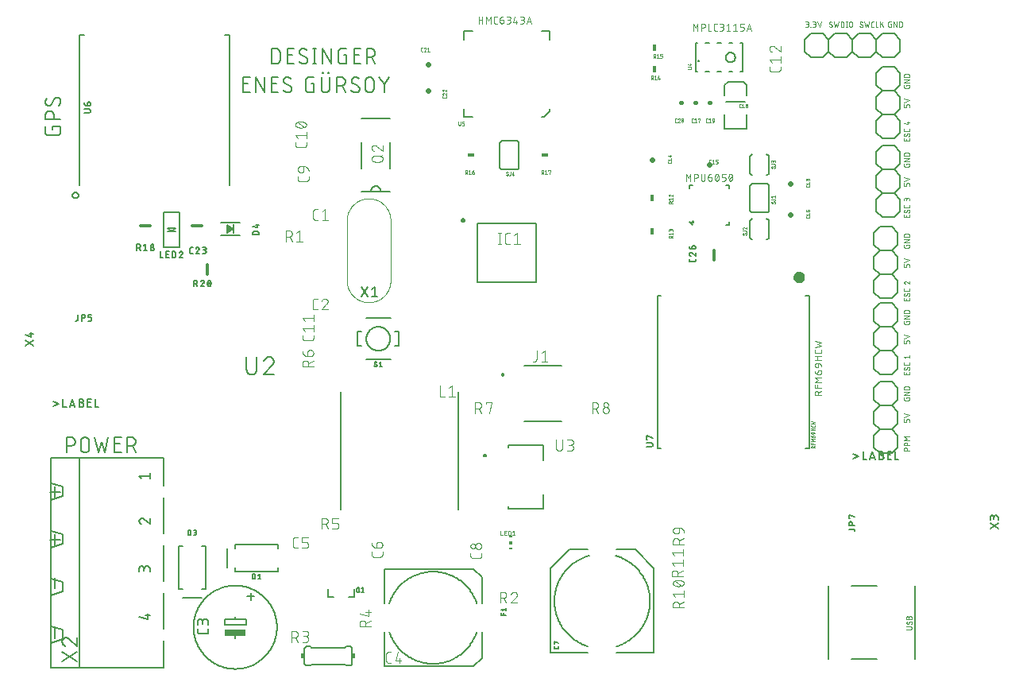
<source format=gbr>
G04 EAGLE Gerber RS-274X export*
G75*
%MOMM*%
%FSLAX34Y34*%
%LPD*%
%INSilkscreen Top*%
%IPPOS*%
%AMOC8*
5,1,8,0,0,1.08239X$1,22.5*%
G01*
%ADD10C,0.152400*%
%ADD11C,0.076200*%
%ADD12C,0.050800*%
%ADD13C,0.101600*%
%ADD14C,0.120000*%
%ADD15C,0.127000*%
%ADD16C,0.203200*%
%ADD17R,2.286000X0.635000*%
%ADD18C,0.177800*%
%ADD19C,0.200000*%
%ADD20R,0.300000X0.150000*%
%ADD21R,0.300000X0.300000*%
%ADD22R,0.381000X0.508000*%
%ADD23C,0.250000*%
%ADD24C,0.558800*%
%ADD25C,0.025400*%
%ADD26R,0.457200X0.762000*%
%ADD27C,0.406400*%
%ADD28R,0.406400X0.711200*%
%ADD29R,0.762000X0.457200*%
%ADD30C,0.304800*%
%ADD31R,0.200000X1.000000*%
%ADD32C,0.609600*%

G36*
X203785Y471973D02*
X203785Y471973D01*
X203856Y471971D01*
X203926Y471990D01*
X203997Y471998D01*
X204052Y472023D01*
X204131Y472043D01*
X204234Y472104D01*
X204303Y472135D01*
X207303Y474135D01*
X207390Y474212D01*
X207480Y474285D01*
X207495Y474307D01*
X207515Y474325D01*
X207577Y474422D01*
X207644Y474517D01*
X207652Y474543D01*
X207667Y474565D01*
X207699Y474676D01*
X207737Y474786D01*
X207738Y474813D01*
X207745Y474838D01*
X207745Y474954D01*
X207751Y475070D01*
X207745Y475096D01*
X207745Y475123D01*
X207713Y475234D01*
X207687Y475347D01*
X207674Y475370D01*
X207666Y475396D01*
X207604Y475494D01*
X207548Y475595D01*
X207530Y475611D01*
X207515Y475636D01*
X207307Y475821D01*
X207303Y475825D01*
X204303Y477825D01*
X204239Y477856D01*
X204179Y477896D01*
X204111Y477917D01*
X204047Y477948D01*
X203976Y477960D01*
X203908Y477981D01*
X203837Y477983D01*
X203767Y477995D01*
X203695Y477987D01*
X203624Y477989D01*
X203555Y477971D01*
X203484Y477962D01*
X203418Y477935D01*
X203349Y477917D01*
X203288Y477880D01*
X203222Y477853D01*
X203166Y477808D01*
X203104Y477772D01*
X203055Y477720D01*
X203000Y477675D01*
X202959Y477617D01*
X202910Y477564D01*
X202877Y477501D01*
X202836Y477443D01*
X202813Y477375D01*
X202780Y477311D01*
X202770Y477252D01*
X202743Y477174D01*
X202737Y477055D01*
X202725Y476980D01*
X202725Y472980D01*
X202735Y472909D01*
X202735Y472837D01*
X202755Y472769D01*
X202765Y472699D01*
X202794Y472633D01*
X202814Y472564D01*
X202852Y472504D01*
X202881Y472439D01*
X202927Y472384D01*
X202965Y472324D01*
X203019Y472276D01*
X203065Y472222D01*
X203124Y472182D01*
X203178Y472135D01*
X203242Y472104D01*
X203301Y472065D01*
X203370Y472043D01*
X203434Y472012D01*
X203504Y472000D01*
X203572Y471979D01*
X203644Y471977D01*
X203715Y471965D01*
X203785Y471973D01*
G37*
D10*
X31242Y236982D02*
X31242Y253238D01*
X35758Y253238D01*
X35891Y253236D01*
X36023Y253230D01*
X36155Y253220D01*
X36287Y253207D01*
X36419Y253189D01*
X36549Y253168D01*
X36680Y253143D01*
X36809Y253114D01*
X36937Y253081D01*
X37065Y253045D01*
X37191Y253005D01*
X37316Y252961D01*
X37440Y252913D01*
X37562Y252862D01*
X37683Y252807D01*
X37802Y252749D01*
X37920Y252687D01*
X38035Y252622D01*
X38149Y252553D01*
X38260Y252482D01*
X38369Y252406D01*
X38476Y252328D01*
X38581Y252247D01*
X38683Y252162D01*
X38783Y252075D01*
X38880Y251985D01*
X38975Y251892D01*
X39066Y251796D01*
X39155Y251698D01*
X39241Y251597D01*
X39324Y251493D01*
X39404Y251387D01*
X39480Y251279D01*
X39554Y251169D01*
X39624Y251056D01*
X39691Y250942D01*
X39754Y250825D01*
X39814Y250707D01*
X39871Y250587D01*
X39924Y250465D01*
X39973Y250342D01*
X40019Y250218D01*
X40061Y250092D01*
X40099Y249965D01*
X40134Y249837D01*
X40165Y249708D01*
X40192Y249579D01*
X40215Y249448D01*
X40235Y249317D01*
X40250Y249185D01*
X40262Y249053D01*
X40270Y248921D01*
X40274Y248788D01*
X40274Y248656D01*
X40270Y248523D01*
X40262Y248391D01*
X40250Y248259D01*
X40235Y248127D01*
X40215Y247996D01*
X40192Y247865D01*
X40165Y247736D01*
X40134Y247607D01*
X40099Y247479D01*
X40061Y247352D01*
X40019Y247226D01*
X39973Y247102D01*
X39924Y246979D01*
X39871Y246857D01*
X39814Y246737D01*
X39754Y246619D01*
X39691Y246502D01*
X39624Y246388D01*
X39554Y246275D01*
X39480Y246165D01*
X39404Y246057D01*
X39324Y245951D01*
X39241Y245847D01*
X39155Y245746D01*
X39066Y245648D01*
X38975Y245552D01*
X38880Y245459D01*
X38783Y245369D01*
X38683Y245282D01*
X38581Y245197D01*
X38476Y245116D01*
X38369Y245038D01*
X38260Y244962D01*
X38149Y244891D01*
X38035Y244822D01*
X37920Y244757D01*
X37802Y244695D01*
X37683Y244637D01*
X37562Y244582D01*
X37440Y244531D01*
X37316Y244483D01*
X37191Y244439D01*
X37065Y244399D01*
X36937Y244363D01*
X36809Y244330D01*
X36680Y244301D01*
X36549Y244276D01*
X36419Y244255D01*
X36287Y244237D01*
X36155Y244224D01*
X36023Y244214D01*
X35891Y244208D01*
X35758Y244206D01*
X35758Y244207D02*
X31242Y244207D01*
X46141Y241498D02*
X46141Y248722D01*
X46143Y248855D01*
X46149Y248987D01*
X46159Y249119D01*
X46172Y249251D01*
X46190Y249383D01*
X46211Y249513D01*
X46236Y249644D01*
X46265Y249773D01*
X46298Y249901D01*
X46334Y250029D01*
X46374Y250155D01*
X46418Y250280D01*
X46466Y250404D01*
X46517Y250526D01*
X46572Y250647D01*
X46630Y250766D01*
X46692Y250884D01*
X46757Y250999D01*
X46826Y251113D01*
X46897Y251224D01*
X46973Y251333D01*
X47051Y251440D01*
X47132Y251545D01*
X47217Y251647D01*
X47304Y251747D01*
X47394Y251844D01*
X47487Y251939D01*
X47583Y252030D01*
X47681Y252119D01*
X47782Y252205D01*
X47886Y252288D01*
X47992Y252368D01*
X48100Y252444D01*
X48210Y252518D01*
X48323Y252588D01*
X48437Y252655D01*
X48554Y252718D01*
X48672Y252778D01*
X48792Y252835D01*
X48914Y252888D01*
X49037Y252937D01*
X49161Y252983D01*
X49287Y253025D01*
X49414Y253063D01*
X49542Y253098D01*
X49671Y253129D01*
X49800Y253156D01*
X49931Y253179D01*
X50062Y253199D01*
X50194Y253214D01*
X50326Y253226D01*
X50458Y253234D01*
X50591Y253238D01*
X50723Y253238D01*
X50856Y253234D01*
X50988Y253226D01*
X51120Y253214D01*
X51252Y253199D01*
X51383Y253179D01*
X51514Y253156D01*
X51643Y253129D01*
X51772Y253098D01*
X51900Y253063D01*
X52027Y253025D01*
X52153Y252983D01*
X52277Y252937D01*
X52400Y252888D01*
X52522Y252835D01*
X52642Y252778D01*
X52760Y252718D01*
X52877Y252655D01*
X52991Y252588D01*
X53104Y252518D01*
X53214Y252444D01*
X53322Y252368D01*
X53428Y252288D01*
X53532Y252205D01*
X53633Y252119D01*
X53731Y252030D01*
X53827Y251939D01*
X53920Y251844D01*
X54010Y251747D01*
X54097Y251647D01*
X54182Y251545D01*
X54263Y251440D01*
X54341Y251333D01*
X54417Y251224D01*
X54488Y251113D01*
X54557Y250999D01*
X54622Y250884D01*
X54684Y250766D01*
X54742Y250647D01*
X54797Y250526D01*
X54848Y250404D01*
X54896Y250280D01*
X54940Y250155D01*
X54980Y250029D01*
X55016Y249901D01*
X55049Y249773D01*
X55078Y249644D01*
X55103Y249513D01*
X55124Y249383D01*
X55142Y249251D01*
X55155Y249119D01*
X55165Y248987D01*
X55171Y248855D01*
X55173Y248722D01*
X55172Y248722D02*
X55172Y241498D01*
X55173Y241498D02*
X55171Y241365D01*
X55165Y241233D01*
X55155Y241101D01*
X55142Y240969D01*
X55124Y240837D01*
X55103Y240707D01*
X55078Y240576D01*
X55049Y240447D01*
X55016Y240319D01*
X54980Y240191D01*
X54940Y240065D01*
X54896Y239940D01*
X54848Y239816D01*
X54797Y239694D01*
X54742Y239573D01*
X54684Y239454D01*
X54622Y239336D01*
X54557Y239221D01*
X54488Y239107D01*
X54417Y238996D01*
X54341Y238887D01*
X54263Y238780D01*
X54182Y238675D01*
X54097Y238573D01*
X54010Y238473D01*
X53920Y238376D01*
X53827Y238281D01*
X53731Y238190D01*
X53633Y238101D01*
X53532Y238015D01*
X53428Y237932D01*
X53322Y237852D01*
X53214Y237776D01*
X53104Y237702D01*
X52991Y237632D01*
X52877Y237565D01*
X52760Y237502D01*
X52642Y237442D01*
X52522Y237385D01*
X52400Y237332D01*
X52277Y237283D01*
X52153Y237237D01*
X52027Y237195D01*
X51900Y237157D01*
X51772Y237122D01*
X51643Y237091D01*
X51514Y237064D01*
X51383Y237041D01*
X51252Y237021D01*
X51120Y237006D01*
X50988Y236994D01*
X50856Y236986D01*
X50723Y236982D01*
X50591Y236982D01*
X50458Y236986D01*
X50326Y236994D01*
X50194Y237006D01*
X50062Y237021D01*
X49931Y237041D01*
X49800Y237064D01*
X49671Y237091D01*
X49542Y237122D01*
X49414Y237157D01*
X49287Y237195D01*
X49161Y237237D01*
X49037Y237283D01*
X48914Y237332D01*
X48792Y237385D01*
X48672Y237442D01*
X48554Y237502D01*
X48437Y237565D01*
X48323Y237632D01*
X48210Y237702D01*
X48100Y237776D01*
X47992Y237852D01*
X47886Y237932D01*
X47782Y238015D01*
X47681Y238101D01*
X47583Y238190D01*
X47487Y238281D01*
X47394Y238376D01*
X47304Y238473D01*
X47217Y238573D01*
X47132Y238675D01*
X47051Y238780D01*
X46973Y238887D01*
X46897Y238996D01*
X46826Y239107D01*
X46757Y239221D01*
X46692Y239336D01*
X46630Y239454D01*
X46572Y239573D01*
X46517Y239694D01*
X46466Y239816D01*
X46418Y239940D01*
X46374Y240065D01*
X46334Y240191D01*
X46298Y240319D01*
X46265Y240447D01*
X46236Y240576D01*
X46211Y240707D01*
X46190Y240837D01*
X46172Y240969D01*
X46159Y241101D01*
X46149Y241233D01*
X46143Y241365D01*
X46141Y241498D01*
X61147Y253238D02*
X64760Y236982D01*
X68372Y247819D01*
X71985Y236982D01*
X75597Y253238D01*
X82123Y236982D02*
X89348Y236982D01*
X82123Y236982D02*
X82123Y253238D01*
X89348Y253238D01*
X87542Y246013D02*
X82123Y246013D01*
X95732Y253238D02*
X95732Y236982D01*
X95732Y253238D02*
X100247Y253238D01*
X100380Y253236D01*
X100512Y253230D01*
X100644Y253220D01*
X100776Y253207D01*
X100908Y253189D01*
X101038Y253168D01*
X101169Y253143D01*
X101298Y253114D01*
X101426Y253081D01*
X101554Y253045D01*
X101680Y253005D01*
X101805Y252961D01*
X101929Y252913D01*
X102051Y252862D01*
X102172Y252807D01*
X102291Y252749D01*
X102409Y252687D01*
X102524Y252622D01*
X102638Y252553D01*
X102749Y252482D01*
X102858Y252406D01*
X102965Y252328D01*
X103070Y252247D01*
X103172Y252162D01*
X103272Y252075D01*
X103369Y251985D01*
X103464Y251892D01*
X103555Y251796D01*
X103644Y251698D01*
X103730Y251597D01*
X103813Y251493D01*
X103893Y251387D01*
X103969Y251279D01*
X104043Y251169D01*
X104113Y251056D01*
X104180Y250942D01*
X104243Y250825D01*
X104303Y250707D01*
X104360Y250587D01*
X104413Y250465D01*
X104462Y250342D01*
X104508Y250218D01*
X104550Y250092D01*
X104588Y249965D01*
X104623Y249837D01*
X104654Y249708D01*
X104681Y249579D01*
X104704Y249448D01*
X104724Y249317D01*
X104739Y249185D01*
X104751Y249053D01*
X104759Y248921D01*
X104763Y248788D01*
X104763Y248656D01*
X104759Y248523D01*
X104751Y248391D01*
X104739Y248259D01*
X104724Y248127D01*
X104704Y247996D01*
X104681Y247865D01*
X104654Y247736D01*
X104623Y247607D01*
X104588Y247479D01*
X104550Y247352D01*
X104508Y247226D01*
X104462Y247102D01*
X104413Y246979D01*
X104360Y246857D01*
X104303Y246737D01*
X104243Y246619D01*
X104180Y246502D01*
X104113Y246388D01*
X104043Y246275D01*
X103969Y246165D01*
X103893Y246057D01*
X103813Y245951D01*
X103730Y245847D01*
X103644Y245746D01*
X103555Y245648D01*
X103464Y245552D01*
X103369Y245459D01*
X103272Y245369D01*
X103172Y245282D01*
X103070Y245197D01*
X102965Y245116D01*
X102858Y245038D01*
X102749Y244962D01*
X102638Y244891D01*
X102524Y244822D01*
X102409Y244757D01*
X102291Y244695D01*
X102172Y244637D01*
X102051Y244582D01*
X101929Y244531D01*
X101805Y244483D01*
X101680Y244439D01*
X101554Y244399D01*
X101426Y244363D01*
X101298Y244330D01*
X101169Y244301D01*
X101038Y244276D01*
X100908Y244255D01*
X100776Y244237D01*
X100644Y244224D01*
X100512Y244214D01*
X100380Y244208D01*
X100247Y244206D01*
X100247Y244207D02*
X95732Y244207D01*
X101150Y244207D02*
X104763Y236982D01*
X24299Y195044D02*
X13462Y195044D01*
X18881Y200462D02*
X18881Y189625D01*
X13462Y144244D02*
X24299Y144244D01*
X18881Y138825D02*
X18881Y149662D01*
X18316Y103039D02*
X18316Y92202D01*
X18316Y49699D02*
X18316Y38862D01*
X15607Y581124D02*
X15607Y583833D01*
X24638Y583833D01*
X24638Y578414D01*
X24636Y578296D01*
X24630Y578178D01*
X24621Y578060D01*
X24607Y577943D01*
X24590Y577826D01*
X24569Y577709D01*
X24544Y577594D01*
X24515Y577479D01*
X24482Y577365D01*
X24446Y577253D01*
X24406Y577142D01*
X24363Y577032D01*
X24316Y576923D01*
X24266Y576816D01*
X24211Y576711D01*
X24154Y576608D01*
X24093Y576507D01*
X24029Y576407D01*
X23962Y576310D01*
X23892Y576215D01*
X23818Y576123D01*
X23742Y576032D01*
X23662Y575945D01*
X23580Y575860D01*
X23495Y575778D01*
X23408Y575698D01*
X23317Y575622D01*
X23225Y575548D01*
X23130Y575478D01*
X23033Y575411D01*
X22933Y575347D01*
X22832Y575286D01*
X22729Y575229D01*
X22624Y575174D01*
X22517Y575124D01*
X22408Y575077D01*
X22298Y575034D01*
X22187Y574994D01*
X22075Y574958D01*
X21961Y574925D01*
X21846Y574896D01*
X21731Y574871D01*
X21614Y574850D01*
X21497Y574833D01*
X21380Y574819D01*
X21262Y574810D01*
X21144Y574804D01*
X21026Y574802D01*
X11994Y574802D01*
X11876Y574804D01*
X11758Y574810D01*
X11640Y574819D01*
X11522Y574833D01*
X11405Y574850D01*
X11289Y574871D01*
X11174Y574896D01*
X11059Y574925D01*
X10945Y574958D01*
X10833Y574994D01*
X10721Y575034D01*
X10611Y575077D01*
X10503Y575124D01*
X10396Y575175D01*
X10291Y575229D01*
X10188Y575286D01*
X10086Y575347D01*
X9987Y575411D01*
X9890Y575478D01*
X9795Y575549D01*
X9702Y575622D01*
X9612Y575699D01*
X9524Y575778D01*
X9439Y575860D01*
X9357Y575945D01*
X9278Y576033D01*
X9201Y576123D01*
X9128Y576216D01*
X9057Y576310D01*
X8990Y576408D01*
X8926Y576507D01*
X8865Y576608D01*
X8808Y576712D01*
X8754Y576817D01*
X8703Y576924D01*
X8656Y577032D01*
X8613Y577142D01*
X8573Y577254D01*
X8537Y577366D01*
X8504Y577480D01*
X8475Y577595D01*
X8450Y577710D01*
X8429Y577826D01*
X8412Y577943D01*
X8398Y578061D01*
X8389Y578179D01*
X8383Y578297D01*
X8381Y578415D01*
X8382Y578414D02*
X8382Y583833D01*
X8382Y591686D02*
X24638Y591686D01*
X8382Y591686D02*
X8382Y596202D01*
X8384Y596335D01*
X8390Y596467D01*
X8400Y596599D01*
X8413Y596731D01*
X8431Y596863D01*
X8452Y596993D01*
X8477Y597124D01*
X8506Y597253D01*
X8539Y597381D01*
X8575Y597509D01*
X8615Y597635D01*
X8659Y597760D01*
X8707Y597884D01*
X8758Y598006D01*
X8813Y598127D01*
X8871Y598246D01*
X8933Y598364D01*
X8998Y598479D01*
X9067Y598593D01*
X9138Y598704D01*
X9214Y598813D01*
X9292Y598920D01*
X9373Y599025D01*
X9458Y599127D01*
X9545Y599227D01*
X9635Y599324D01*
X9728Y599419D01*
X9824Y599510D01*
X9922Y599599D01*
X10023Y599685D01*
X10127Y599768D01*
X10233Y599848D01*
X10341Y599924D01*
X10451Y599998D01*
X10564Y600068D01*
X10678Y600135D01*
X10795Y600198D01*
X10913Y600258D01*
X11033Y600315D01*
X11155Y600368D01*
X11278Y600417D01*
X11402Y600463D01*
X11528Y600505D01*
X11655Y600543D01*
X11783Y600578D01*
X11912Y600609D01*
X12041Y600636D01*
X12172Y600659D01*
X12303Y600679D01*
X12435Y600694D01*
X12567Y600706D01*
X12699Y600714D01*
X12832Y600718D01*
X12964Y600718D01*
X13097Y600714D01*
X13229Y600706D01*
X13361Y600694D01*
X13493Y600679D01*
X13624Y600659D01*
X13755Y600636D01*
X13884Y600609D01*
X14013Y600578D01*
X14141Y600543D01*
X14268Y600505D01*
X14394Y600463D01*
X14518Y600417D01*
X14641Y600368D01*
X14763Y600315D01*
X14883Y600258D01*
X15001Y600198D01*
X15118Y600135D01*
X15232Y600068D01*
X15345Y599998D01*
X15455Y599924D01*
X15563Y599848D01*
X15669Y599768D01*
X15773Y599685D01*
X15874Y599599D01*
X15972Y599510D01*
X16068Y599419D01*
X16161Y599324D01*
X16251Y599227D01*
X16338Y599127D01*
X16423Y599025D01*
X16504Y598920D01*
X16582Y598813D01*
X16658Y598704D01*
X16729Y598593D01*
X16798Y598479D01*
X16863Y598364D01*
X16925Y598246D01*
X16983Y598127D01*
X17038Y598006D01*
X17089Y597884D01*
X17137Y597760D01*
X17181Y597635D01*
X17221Y597509D01*
X17257Y597381D01*
X17290Y597253D01*
X17319Y597124D01*
X17344Y596993D01*
X17365Y596863D01*
X17383Y596731D01*
X17396Y596599D01*
X17406Y596467D01*
X17412Y596335D01*
X17414Y596202D01*
X17413Y596202D02*
X17413Y591686D01*
X24638Y611483D02*
X24636Y611601D01*
X24630Y611719D01*
X24621Y611837D01*
X24607Y611954D01*
X24590Y612071D01*
X24569Y612188D01*
X24544Y612303D01*
X24515Y612418D01*
X24482Y612532D01*
X24446Y612644D01*
X24406Y612755D01*
X24363Y612865D01*
X24316Y612974D01*
X24266Y613081D01*
X24211Y613186D01*
X24154Y613289D01*
X24093Y613390D01*
X24029Y613490D01*
X23962Y613587D01*
X23892Y613682D01*
X23818Y613774D01*
X23742Y613865D01*
X23662Y613952D01*
X23580Y614037D01*
X23495Y614119D01*
X23408Y614199D01*
X23317Y614275D01*
X23225Y614349D01*
X23130Y614419D01*
X23033Y614486D01*
X22933Y614550D01*
X22832Y614611D01*
X22729Y614668D01*
X22624Y614723D01*
X22517Y614773D01*
X22408Y614820D01*
X22298Y614863D01*
X22187Y614903D01*
X22075Y614939D01*
X21961Y614972D01*
X21846Y615001D01*
X21731Y615026D01*
X21614Y615047D01*
X21497Y615064D01*
X21380Y615078D01*
X21262Y615087D01*
X21144Y615093D01*
X21026Y615095D01*
X24638Y611483D02*
X24636Y611300D01*
X24629Y611118D01*
X24618Y610936D01*
X24603Y610754D01*
X24583Y610572D01*
X24560Y610391D01*
X24531Y610211D01*
X24499Y610031D01*
X24462Y609852D01*
X24421Y609675D01*
X24375Y609498D01*
X24326Y609322D01*
X24272Y609148D01*
X24214Y608974D01*
X24152Y608803D01*
X24086Y608633D01*
X24015Y608464D01*
X23941Y608297D01*
X23863Y608132D01*
X23781Y607969D01*
X23695Y607808D01*
X23605Y607649D01*
X23511Y607492D01*
X23414Y607338D01*
X23313Y607186D01*
X23208Y607036D01*
X23100Y606889D01*
X22989Y606745D01*
X22874Y606603D01*
X22755Y606464D01*
X22633Y606328D01*
X22508Y606195D01*
X22380Y606065D01*
X11994Y606517D02*
X11876Y606519D01*
X11758Y606525D01*
X11640Y606534D01*
X11523Y606548D01*
X11406Y606565D01*
X11289Y606586D01*
X11174Y606611D01*
X11059Y606640D01*
X10945Y606673D01*
X10833Y606709D01*
X10722Y606749D01*
X10612Y606792D01*
X10503Y606839D01*
X10396Y606889D01*
X10291Y606944D01*
X10188Y607001D01*
X10087Y607062D01*
X9987Y607126D01*
X9890Y607193D01*
X9795Y607263D01*
X9703Y607337D01*
X9612Y607413D01*
X9525Y607493D01*
X9440Y607575D01*
X9358Y607660D01*
X9278Y607747D01*
X9202Y607838D01*
X9128Y607930D01*
X9058Y608025D01*
X8991Y608122D01*
X8927Y608222D01*
X8866Y608323D01*
X8809Y608426D01*
X8754Y608531D01*
X8704Y608638D01*
X8657Y608747D01*
X8614Y608857D01*
X8574Y608968D01*
X8538Y609080D01*
X8505Y609194D01*
X8476Y609309D01*
X8451Y609424D01*
X8430Y609541D01*
X8413Y609658D01*
X8399Y609775D01*
X8390Y609893D01*
X8384Y610011D01*
X8382Y610129D01*
X8384Y610290D01*
X8390Y610452D01*
X8399Y610613D01*
X8413Y610774D01*
X8430Y610934D01*
X8451Y611094D01*
X8476Y611254D01*
X8505Y611413D01*
X8537Y611571D01*
X8573Y611728D01*
X8613Y611884D01*
X8657Y612040D01*
X8705Y612194D01*
X8756Y612347D01*
X8810Y612499D01*
X8869Y612650D01*
X8930Y612799D01*
X8996Y612946D01*
X9065Y613092D01*
X9137Y613237D01*
X9213Y613379D01*
X9292Y613520D01*
X9374Y613659D01*
X9460Y613795D01*
X9549Y613930D01*
X9641Y614063D01*
X9737Y614193D01*
X15155Y608322D02*
X15093Y608221D01*
X15028Y608121D01*
X14959Y608024D01*
X14887Y607929D01*
X14813Y607836D01*
X14735Y607746D01*
X14654Y607658D01*
X14571Y607573D01*
X14485Y607491D01*
X14396Y607412D01*
X14305Y607335D01*
X14211Y607262D01*
X14115Y607191D01*
X14017Y607124D01*
X13917Y607060D01*
X13814Y606999D01*
X13710Y606942D01*
X13604Y606888D01*
X13496Y606838D01*
X13387Y606791D01*
X13276Y606747D01*
X13164Y606707D01*
X13050Y606671D01*
X12936Y606639D01*
X12820Y606610D01*
X12704Y606585D01*
X12587Y606564D01*
X12469Y606547D01*
X12351Y606533D01*
X12232Y606524D01*
X12113Y606518D01*
X11994Y606516D01*
X17865Y613290D02*
X17927Y613391D01*
X17992Y613491D01*
X18061Y613588D01*
X18133Y613683D01*
X18207Y613776D01*
X18285Y613866D01*
X18366Y613954D01*
X18449Y614039D01*
X18535Y614121D01*
X18624Y614200D01*
X18715Y614277D01*
X18809Y614350D01*
X18905Y614421D01*
X19003Y614488D01*
X19103Y614552D01*
X19206Y614613D01*
X19310Y614670D01*
X19416Y614724D01*
X19524Y614774D01*
X19633Y614821D01*
X19744Y614865D01*
X19856Y614905D01*
X19970Y614941D01*
X20084Y614973D01*
X20200Y615002D01*
X20316Y615027D01*
X20433Y615048D01*
X20551Y615065D01*
X20669Y615079D01*
X20788Y615088D01*
X20907Y615094D01*
X21026Y615096D01*
X17865Y613289D02*
X15155Y608322D01*
D11*
X470281Y693801D02*
X470281Y701167D01*
X470281Y697893D02*
X474373Y697893D01*
X474373Y701167D02*
X474373Y693801D01*
X478162Y693801D02*
X478162Y701167D01*
X480618Y697075D01*
X483073Y701167D01*
X483073Y693801D01*
X488232Y693801D02*
X489869Y693801D01*
X488232Y693801D02*
X488154Y693803D01*
X488076Y693808D01*
X487999Y693818D01*
X487922Y693831D01*
X487846Y693847D01*
X487771Y693867D01*
X487697Y693891D01*
X487624Y693918D01*
X487552Y693949D01*
X487482Y693983D01*
X487414Y694020D01*
X487347Y694061D01*
X487282Y694105D01*
X487220Y694151D01*
X487160Y694201D01*
X487102Y694253D01*
X487047Y694308D01*
X486995Y694366D01*
X486945Y694426D01*
X486899Y694488D01*
X486855Y694553D01*
X486814Y694620D01*
X486777Y694688D01*
X486743Y694758D01*
X486712Y694830D01*
X486685Y694903D01*
X486661Y694977D01*
X486641Y695052D01*
X486625Y695128D01*
X486612Y695205D01*
X486602Y695282D01*
X486597Y695360D01*
X486595Y695438D01*
X486595Y699530D01*
X486597Y699610D01*
X486603Y699690D01*
X486613Y699770D01*
X486626Y699849D01*
X486644Y699928D01*
X486665Y700005D01*
X486691Y700081D01*
X486720Y700156D01*
X486752Y700230D01*
X486788Y700302D01*
X486828Y700372D01*
X486871Y700439D01*
X486917Y700505D01*
X486967Y700568D01*
X487019Y700629D01*
X487074Y700688D01*
X487133Y700743D01*
X487193Y700795D01*
X487257Y700845D01*
X487323Y700891D01*
X487390Y700934D01*
X487460Y700974D01*
X487532Y701010D01*
X487606Y701042D01*
X487680Y701071D01*
X487757Y701097D01*
X487834Y701118D01*
X487913Y701136D01*
X487992Y701149D01*
X488072Y701159D01*
X488152Y701165D01*
X488232Y701167D01*
X489869Y701167D01*
X492714Y697893D02*
X495170Y697893D01*
X495248Y697891D01*
X495326Y697886D01*
X495403Y697876D01*
X495480Y697863D01*
X495556Y697847D01*
X495631Y697827D01*
X495705Y697803D01*
X495778Y697776D01*
X495850Y697745D01*
X495920Y697711D01*
X495989Y697674D01*
X496055Y697633D01*
X496120Y697589D01*
X496182Y697543D01*
X496242Y697493D01*
X496300Y697441D01*
X496355Y697386D01*
X496407Y697328D01*
X496457Y697268D01*
X496503Y697206D01*
X496547Y697141D01*
X496588Y697075D01*
X496625Y697006D01*
X496659Y696936D01*
X496690Y696864D01*
X496717Y696791D01*
X496741Y696717D01*
X496761Y696642D01*
X496777Y696566D01*
X496790Y696489D01*
X496800Y696412D01*
X496805Y696334D01*
X496807Y696256D01*
X496806Y696256D02*
X496806Y695847D01*
X496804Y695758D01*
X496798Y695669D01*
X496788Y695580D01*
X496775Y695492D01*
X496758Y695404D01*
X496736Y695317D01*
X496711Y695232D01*
X496683Y695147D01*
X496650Y695064D01*
X496614Y694982D01*
X496575Y694902D01*
X496532Y694824D01*
X496486Y694748D01*
X496436Y694673D01*
X496383Y694601D01*
X496327Y694532D01*
X496268Y694465D01*
X496207Y694400D01*
X496142Y694339D01*
X496075Y694280D01*
X496006Y694224D01*
X495934Y694171D01*
X495859Y694121D01*
X495783Y694075D01*
X495705Y694032D01*
X495625Y693993D01*
X495543Y693957D01*
X495460Y693924D01*
X495375Y693896D01*
X495290Y693871D01*
X495203Y693849D01*
X495115Y693832D01*
X495027Y693819D01*
X494938Y693809D01*
X494849Y693803D01*
X494760Y693801D01*
X494671Y693803D01*
X494582Y693809D01*
X494493Y693819D01*
X494405Y693832D01*
X494317Y693849D01*
X494230Y693871D01*
X494145Y693896D01*
X494060Y693924D01*
X493977Y693957D01*
X493895Y693993D01*
X493815Y694032D01*
X493737Y694075D01*
X493661Y694121D01*
X493586Y694171D01*
X493514Y694224D01*
X493445Y694280D01*
X493378Y694339D01*
X493313Y694400D01*
X493252Y694465D01*
X493193Y694532D01*
X493137Y694601D01*
X493084Y694673D01*
X493034Y694748D01*
X492988Y694824D01*
X492945Y694902D01*
X492906Y694982D01*
X492870Y695064D01*
X492837Y695147D01*
X492809Y695232D01*
X492784Y695317D01*
X492762Y695404D01*
X492745Y695492D01*
X492732Y695580D01*
X492722Y695669D01*
X492716Y695758D01*
X492714Y695847D01*
X492714Y697893D01*
X492716Y698007D01*
X492722Y698121D01*
X492732Y698235D01*
X492746Y698349D01*
X492764Y698462D01*
X492786Y698574D01*
X492811Y698685D01*
X492841Y698795D01*
X492874Y698905D01*
X492911Y699013D01*
X492952Y699119D01*
X492997Y699225D01*
X493045Y699328D01*
X493097Y699430D01*
X493153Y699530D01*
X493211Y699628D01*
X493274Y699724D01*
X493339Y699817D01*
X493408Y699909D01*
X493480Y699997D01*
X493555Y700084D01*
X493633Y700167D01*
X493714Y700248D01*
X493797Y700326D01*
X493884Y700401D01*
X493972Y700473D01*
X494064Y700542D01*
X494157Y700607D01*
X494253Y700669D01*
X494351Y700728D01*
X494451Y700784D01*
X494553Y700836D01*
X494656Y700884D01*
X494762Y700929D01*
X494868Y700970D01*
X494976Y701007D01*
X495086Y701040D01*
X495196Y701070D01*
X495307Y701095D01*
X495419Y701117D01*
X495532Y701135D01*
X495646Y701149D01*
X495760Y701159D01*
X495874Y701165D01*
X495988Y701167D01*
X500029Y693801D02*
X502076Y693801D01*
X502165Y693803D01*
X502254Y693809D01*
X502343Y693819D01*
X502431Y693832D01*
X502519Y693849D01*
X502606Y693871D01*
X502691Y693896D01*
X502776Y693924D01*
X502859Y693957D01*
X502941Y693993D01*
X503021Y694032D01*
X503099Y694075D01*
X503175Y694121D01*
X503250Y694171D01*
X503322Y694224D01*
X503391Y694280D01*
X503458Y694339D01*
X503523Y694400D01*
X503584Y694465D01*
X503643Y694532D01*
X503699Y694601D01*
X503752Y694673D01*
X503802Y694748D01*
X503848Y694824D01*
X503891Y694902D01*
X503930Y694982D01*
X503966Y695064D01*
X503999Y695147D01*
X504027Y695232D01*
X504052Y695317D01*
X504074Y695404D01*
X504091Y695492D01*
X504104Y695580D01*
X504114Y695669D01*
X504120Y695758D01*
X504122Y695847D01*
X504120Y695936D01*
X504114Y696025D01*
X504104Y696114D01*
X504091Y696202D01*
X504074Y696290D01*
X504052Y696377D01*
X504027Y696462D01*
X503999Y696547D01*
X503966Y696630D01*
X503930Y696712D01*
X503891Y696792D01*
X503848Y696870D01*
X503802Y696946D01*
X503752Y697021D01*
X503699Y697093D01*
X503643Y697162D01*
X503584Y697229D01*
X503523Y697294D01*
X503458Y697355D01*
X503391Y697414D01*
X503322Y697470D01*
X503250Y697523D01*
X503175Y697573D01*
X503099Y697619D01*
X503021Y697662D01*
X502941Y697701D01*
X502859Y697737D01*
X502776Y697770D01*
X502691Y697798D01*
X502606Y697823D01*
X502519Y697845D01*
X502431Y697862D01*
X502343Y697875D01*
X502254Y697885D01*
X502165Y697891D01*
X502076Y697893D01*
X502485Y701167D02*
X500029Y701167D01*
X502485Y701167D02*
X502564Y701165D01*
X502643Y701159D01*
X502722Y701150D01*
X502800Y701137D01*
X502877Y701119D01*
X502953Y701099D01*
X503028Y701074D01*
X503102Y701046D01*
X503175Y701015D01*
X503246Y700979D01*
X503315Y700941D01*
X503382Y700899D01*
X503447Y700854D01*
X503510Y700806D01*
X503571Y700755D01*
X503628Y700701D01*
X503684Y700645D01*
X503736Y700586D01*
X503786Y700524D01*
X503832Y700460D01*
X503876Y700394D01*
X503916Y700326D01*
X503952Y700256D01*
X503986Y700184D01*
X504016Y700110D01*
X504042Y700036D01*
X504065Y699960D01*
X504083Y699883D01*
X504099Y699806D01*
X504110Y699727D01*
X504118Y699649D01*
X504122Y699570D01*
X504122Y699490D01*
X504118Y699411D01*
X504110Y699333D01*
X504099Y699254D01*
X504083Y699177D01*
X504065Y699100D01*
X504042Y699024D01*
X504016Y698950D01*
X503986Y698876D01*
X503952Y698804D01*
X503916Y698734D01*
X503876Y698666D01*
X503832Y698600D01*
X503786Y698536D01*
X503736Y698474D01*
X503684Y698415D01*
X503628Y698359D01*
X503571Y698305D01*
X503510Y698254D01*
X503447Y698206D01*
X503382Y698161D01*
X503315Y698119D01*
X503246Y698081D01*
X503175Y698045D01*
X503102Y698014D01*
X503028Y697986D01*
X502953Y697961D01*
X502877Y697941D01*
X502800Y697923D01*
X502722Y697910D01*
X502643Y697901D01*
X502564Y697895D01*
X502485Y697893D01*
X500848Y697893D01*
X507345Y695438D02*
X508982Y701167D01*
X507345Y695438D02*
X511437Y695438D01*
X510209Y697075D02*
X510209Y693801D01*
X514660Y693801D02*
X516706Y693801D01*
X516795Y693803D01*
X516884Y693809D01*
X516973Y693819D01*
X517061Y693832D01*
X517149Y693849D01*
X517236Y693871D01*
X517321Y693896D01*
X517406Y693924D01*
X517489Y693957D01*
X517571Y693993D01*
X517651Y694032D01*
X517729Y694075D01*
X517805Y694121D01*
X517880Y694171D01*
X517952Y694224D01*
X518021Y694280D01*
X518088Y694339D01*
X518153Y694400D01*
X518214Y694465D01*
X518273Y694532D01*
X518329Y694601D01*
X518382Y694673D01*
X518432Y694748D01*
X518478Y694824D01*
X518521Y694902D01*
X518560Y694982D01*
X518596Y695064D01*
X518629Y695147D01*
X518657Y695232D01*
X518682Y695317D01*
X518704Y695404D01*
X518721Y695492D01*
X518734Y695580D01*
X518744Y695669D01*
X518750Y695758D01*
X518752Y695847D01*
X518750Y695936D01*
X518744Y696025D01*
X518734Y696114D01*
X518721Y696202D01*
X518704Y696290D01*
X518682Y696377D01*
X518657Y696462D01*
X518629Y696547D01*
X518596Y696630D01*
X518560Y696712D01*
X518521Y696792D01*
X518478Y696870D01*
X518432Y696946D01*
X518382Y697021D01*
X518329Y697093D01*
X518273Y697162D01*
X518214Y697229D01*
X518153Y697294D01*
X518088Y697355D01*
X518021Y697414D01*
X517952Y697470D01*
X517880Y697523D01*
X517805Y697573D01*
X517729Y697619D01*
X517651Y697662D01*
X517571Y697701D01*
X517489Y697737D01*
X517406Y697770D01*
X517321Y697798D01*
X517236Y697823D01*
X517149Y697845D01*
X517061Y697862D01*
X516973Y697875D01*
X516884Y697885D01*
X516795Y697891D01*
X516706Y697893D01*
X517115Y701167D02*
X514660Y701167D01*
X517115Y701167D02*
X517194Y701165D01*
X517273Y701159D01*
X517352Y701150D01*
X517430Y701137D01*
X517507Y701119D01*
X517583Y701099D01*
X517658Y701074D01*
X517732Y701046D01*
X517805Y701015D01*
X517876Y700979D01*
X517945Y700941D01*
X518012Y700899D01*
X518077Y700854D01*
X518140Y700806D01*
X518201Y700755D01*
X518258Y700701D01*
X518314Y700645D01*
X518366Y700586D01*
X518416Y700524D01*
X518462Y700460D01*
X518506Y700394D01*
X518546Y700326D01*
X518582Y700256D01*
X518616Y700184D01*
X518646Y700110D01*
X518672Y700036D01*
X518695Y699960D01*
X518713Y699883D01*
X518729Y699806D01*
X518740Y699727D01*
X518748Y699649D01*
X518752Y699570D01*
X518752Y699490D01*
X518748Y699411D01*
X518740Y699333D01*
X518729Y699254D01*
X518713Y699177D01*
X518695Y699100D01*
X518672Y699024D01*
X518646Y698950D01*
X518616Y698876D01*
X518582Y698804D01*
X518546Y698734D01*
X518506Y698666D01*
X518462Y698600D01*
X518416Y698536D01*
X518366Y698474D01*
X518314Y698415D01*
X518258Y698359D01*
X518201Y698305D01*
X518140Y698254D01*
X518077Y698206D01*
X518012Y698161D01*
X517945Y698119D01*
X517876Y698081D01*
X517805Y698045D01*
X517732Y698014D01*
X517658Y697986D01*
X517583Y697961D01*
X517507Y697941D01*
X517430Y697923D01*
X517352Y697910D01*
X517273Y697901D01*
X517194Y697895D01*
X517115Y697893D01*
X515478Y697893D01*
X521566Y693801D02*
X524021Y701167D01*
X526477Y693801D01*
X525863Y695643D02*
X522180Y695643D01*
X698881Y693547D02*
X698881Y686181D01*
X701336Y689455D02*
X698881Y693547D01*
X701336Y689455D02*
X703792Y693547D01*
X703792Y686181D01*
X707698Y686181D02*
X707698Y693547D01*
X709745Y693547D01*
X709834Y693545D01*
X709923Y693539D01*
X710012Y693529D01*
X710100Y693516D01*
X710188Y693499D01*
X710275Y693477D01*
X710360Y693452D01*
X710445Y693424D01*
X710528Y693391D01*
X710610Y693355D01*
X710690Y693316D01*
X710768Y693273D01*
X710844Y693227D01*
X710919Y693177D01*
X710991Y693124D01*
X711060Y693068D01*
X711127Y693009D01*
X711192Y692948D01*
X711253Y692883D01*
X711312Y692816D01*
X711368Y692747D01*
X711421Y692675D01*
X711471Y692600D01*
X711517Y692524D01*
X711560Y692446D01*
X711599Y692366D01*
X711635Y692284D01*
X711668Y692201D01*
X711696Y692116D01*
X711721Y692031D01*
X711743Y691944D01*
X711760Y691856D01*
X711773Y691768D01*
X711783Y691679D01*
X711789Y691590D01*
X711791Y691501D01*
X711789Y691412D01*
X711783Y691323D01*
X711773Y691234D01*
X711760Y691146D01*
X711743Y691058D01*
X711721Y690971D01*
X711696Y690886D01*
X711668Y690801D01*
X711635Y690718D01*
X711599Y690636D01*
X711560Y690556D01*
X711517Y690478D01*
X711471Y690402D01*
X711421Y690327D01*
X711368Y690255D01*
X711312Y690186D01*
X711253Y690119D01*
X711192Y690054D01*
X711127Y689993D01*
X711060Y689934D01*
X710991Y689878D01*
X710919Y689825D01*
X710844Y689775D01*
X710768Y689729D01*
X710690Y689686D01*
X710610Y689647D01*
X710528Y689611D01*
X710445Y689578D01*
X710360Y689550D01*
X710275Y689525D01*
X710188Y689503D01*
X710100Y689486D01*
X710012Y689473D01*
X709923Y689463D01*
X709834Y689457D01*
X709745Y689455D01*
X707698Y689455D01*
X714912Y686181D02*
X714912Y693547D01*
X714912Y686181D02*
X718185Y686181D01*
X722606Y686181D02*
X724243Y686181D01*
X722606Y686181D02*
X722528Y686183D01*
X722450Y686188D01*
X722373Y686198D01*
X722296Y686211D01*
X722220Y686227D01*
X722145Y686247D01*
X722071Y686271D01*
X721998Y686298D01*
X721926Y686329D01*
X721856Y686363D01*
X721788Y686400D01*
X721721Y686441D01*
X721656Y686485D01*
X721594Y686531D01*
X721534Y686581D01*
X721476Y686633D01*
X721421Y686688D01*
X721369Y686746D01*
X721319Y686806D01*
X721273Y686868D01*
X721229Y686933D01*
X721188Y687000D01*
X721151Y687068D01*
X721117Y687138D01*
X721086Y687210D01*
X721059Y687283D01*
X721035Y687357D01*
X721015Y687432D01*
X720999Y687508D01*
X720986Y687585D01*
X720976Y687662D01*
X720971Y687740D01*
X720969Y687818D01*
X720969Y691910D01*
X720971Y691990D01*
X720977Y692070D01*
X720987Y692150D01*
X721000Y692229D01*
X721018Y692308D01*
X721039Y692385D01*
X721065Y692461D01*
X721094Y692536D01*
X721126Y692610D01*
X721162Y692682D01*
X721202Y692752D01*
X721245Y692819D01*
X721291Y692885D01*
X721341Y692948D01*
X721393Y693009D01*
X721448Y693068D01*
X721507Y693123D01*
X721567Y693175D01*
X721631Y693225D01*
X721697Y693271D01*
X721764Y693314D01*
X721834Y693354D01*
X721906Y693390D01*
X721980Y693422D01*
X722054Y693451D01*
X722131Y693477D01*
X722208Y693498D01*
X722287Y693516D01*
X722366Y693529D01*
X722446Y693539D01*
X722526Y693545D01*
X722606Y693547D01*
X724243Y693547D01*
X727088Y686181D02*
X729134Y686181D01*
X729223Y686183D01*
X729312Y686189D01*
X729401Y686199D01*
X729489Y686212D01*
X729577Y686229D01*
X729664Y686251D01*
X729749Y686276D01*
X729834Y686304D01*
X729917Y686337D01*
X729999Y686373D01*
X730079Y686412D01*
X730157Y686455D01*
X730233Y686501D01*
X730308Y686551D01*
X730380Y686604D01*
X730449Y686660D01*
X730516Y686719D01*
X730581Y686780D01*
X730642Y686845D01*
X730701Y686912D01*
X730757Y686981D01*
X730810Y687053D01*
X730860Y687128D01*
X730906Y687204D01*
X730949Y687282D01*
X730988Y687362D01*
X731024Y687444D01*
X731057Y687527D01*
X731085Y687612D01*
X731110Y687697D01*
X731132Y687784D01*
X731149Y687872D01*
X731162Y687960D01*
X731172Y688049D01*
X731178Y688138D01*
X731180Y688227D01*
X731178Y688316D01*
X731172Y688405D01*
X731162Y688494D01*
X731149Y688582D01*
X731132Y688670D01*
X731110Y688757D01*
X731085Y688842D01*
X731057Y688927D01*
X731024Y689010D01*
X730988Y689092D01*
X730949Y689172D01*
X730906Y689250D01*
X730860Y689326D01*
X730810Y689401D01*
X730757Y689473D01*
X730701Y689542D01*
X730642Y689609D01*
X730581Y689674D01*
X730516Y689735D01*
X730449Y689794D01*
X730380Y689850D01*
X730308Y689903D01*
X730233Y689953D01*
X730157Y689999D01*
X730079Y690042D01*
X729999Y690081D01*
X729917Y690117D01*
X729834Y690150D01*
X729749Y690178D01*
X729664Y690203D01*
X729577Y690225D01*
X729489Y690242D01*
X729401Y690255D01*
X729312Y690265D01*
X729223Y690271D01*
X729134Y690273D01*
X729543Y693547D02*
X727088Y693547D01*
X729543Y693547D02*
X729622Y693545D01*
X729701Y693539D01*
X729780Y693530D01*
X729858Y693517D01*
X729935Y693499D01*
X730011Y693479D01*
X730086Y693454D01*
X730160Y693426D01*
X730233Y693395D01*
X730304Y693359D01*
X730373Y693321D01*
X730440Y693279D01*
X730505Y693234D01*
X730568Y693186D01*
X730629Y693135D01*
X730686Y693081D01*
X730742Y693025D01*
X730794Y692966D01*
X730844Y692904D01*
X730890Y692840D01*
X730934Y692774D01*
X730974Y692706D01*
X731010Y692636D01*
X731044Y692564D01*
X731074Y692490D01*
X731100Y692416D01*
X731123Y692340D01*
X731141Y692263D01*
X731157Y692186D01*
X731168Y692107D01*
X731176Y692029D01*
X731180Y691950D01*
X731180Y691870D01*
X731176Y691791D01*
X731168Y691713D01*
X731157Y691634D01*
X731141Y691557D01*
X731123Y691480D01*
X731100Y691404D01*
X731074Y691330D01*
X731044Y691256D01*
X731010Y691184D01*
X730974Y691114D01*
X730934Y691046D01*
X730890Y690980D01*
X730844Y690916D01*
X730794Y690854D01*
X730742Y690795D01*
X730686Y690739D01*
X730629Y690685D01*
X730568Y690634D01*
X730505Y690586D01*
X730440Y690541D01*
X730373Y690499D01*
X730304Y690461D01*
X730233Y690425D01*
X730160Y690394D01*
X730086Y690366D01*
X730011Y690341D01*
X729935Y690321D01*
X729858Y690303D01*
X729780Y690290D01*
X729701Y690281D01*
X729622Y690275D01*
X729543Y690273D01*
X727906Y690273D01*
X734403Y691910D02*
X736449Y693547D01*
X736449Y686181D01*
X734403Y686181D02*
X738495Y686181D01*
X741718Y691910D02*
X743764Y693547D01*
X743764Y686181D01*
X741718Y686181D02*
X745811Y686181D01*
X749034Y686181D02*
X751489Y686181D01*
X751567Y686183D01*
X751645Y686188D01*
X751722Y686198D01*
X751799Y686211D01*
X751875Y686227D01*
X751950Y686247D01*
X752024Y686271D01*
X752097Y686298D01*
X752169Y686329D01*
X752239Y686363D01*
X752308Y686400D01*
X752374Y686441D01*
X752439Y686485D01*
X752501Y686531D01*
X752561Y686581D01*
X752619Y686633D01*
X752674Y686688D01*
X752726Y686746D01*
X752776Y686806D01*
X752822Y686868D01*
X752866Y686933D01*
X752907Y687000D01*
X752944Y687068D01*
X752978Y687138D01*
X753009Y687210D01*
X753036Y687283D01*
X753060Y687357D01*
X753080Y687432D01*
X753096Y687508D01*
X753109Y687585D01*
X753119Y687662D01*
X753124Y687740D01*
X753126Y687818D01*
X753126Y688636D01*
X753124Y688714D01*
X753119Y688792D01*
X753109Y688869D01*
X753096Y688946D01*
X753080Y689022D01*
X753060Y689097D01*
X753036Y689171D01*
X753009Y689244D01*
X752978Y689316D01*
X752944Y689386D01*
X752907Y689455D01*
X752866Y689521D01*
X752822Y689586D01*
X752776Y689648D01*
X752726Y689708D01*
X752674Y689766D01*
X752619Y689821D01*
X752561Y689873D01*
X752501Y689923D01*
X752439Y689969D01*
X752374Y690013D01*
X752308Y690054D01*
X752239Y690091D01*
X752169Y690125D01*
X752097Y690156D01*
X752024Y690183D01*
X751950Y690207D01*
X751875Y690227D01*
X751799Y690243D01*
X751722Y690256D01*
X751645Y690266D01*
X751567Y690271D01*
X751489Y690273D01*
X749034Y690273D01*
X749034Y693547D01*
X753126Y693547D01*
X758395Y693547D02*
X755940Y686181D01*
X760850Y686181D02*
X758395Y693547D01*
X760236Y688023D02*
X756553Y688023D01*
X691261Y533527D02*
X691261Y526161D01*
X693716Y529435D02*
X691261Y533527D01*
X693716Y529435D02*
X696172Y533527D01*
X696172Y526161D01*
X700078Y526161D02*
X700078Y533527D01*
X702125Y533527D01*
X702214Y533525D01*
X702303Y533519D01*
X702392Y533509D01*
X702480Y533496D01*
X702568Y533479D01*
X702655Y533457D01*
X702740Y533432D01*
X702825Y533404D01*
X702908Y533371D01*
X702990Y533335D01*
X703070Y533296D01*
X703148Y533253D01*
X703224Y533207D01*
X703299Y533157D01*
X703371Y533104D01*
X703440Y533048D01*
X703507Y532989D01*
X703572Y532928D01*
X703633Y532863D01*
X703692Y532796D01*
X703748Y532727D01*
X703801Y532655D01*
X703851Y532580D01*
X703897Y532504D01*
X703940Y532426D01*
X703979Y532346D01*
X704015Y532264D01*
X704048Y532181D01*
X704076Y532096D01*
X704101Y532011D01*
X704123Y531924D01*
X704140Y531836D01*
X704153Y531748D01*
X704163Y531659D01*
X704169Y531570D01*
X704171Y531481D01*
X704169Y531392D01*
X704163Y531303D01*
X704153Y531214D01*
X704140Y531126D01*
X704123Y531038D01*
X704101Y530951D01*
X704076Y530866D01*
X704048Y530781D01*
X704015Y530698D01*
X703979Y530616D01*
X703940Y530536D01*
X703897Y530458D01*
X703851Y530382D01*
X703801Y530307D01*
X703748Y530235D01*
X703692Y530166D01*
X703633Y530099D01*
X703572Y530034D01*
X703507Y529973D01*
X703440Y529914D01*
X703371Y529858D01*
X703299Y529805D01*
X703224Y529755D01*
X703148Y529709D01*
X703070Y529666D01*
X702990Y529627D01*
X702908Y529591D01*
X702825Y529558D01*
X702740Y529530D01*
X702655Y529505D01*
X702568Y529483D01*
X702480Y529466D01*
X702392Y529453D01*
X702303Y529443D01*
X702214Y529437D01*
X702125Y529435D01*
X700078Y529435D01*
X707276Y528207D02*
X707276Y533527D01*
X707276Y528207D02*
X707278Y528118D01*
X707284Y528029D01*
X707294Y527940D01*
X707307Y527852D01*
X707324Y527764D01*
X707346Y527677D01*
X707371Y527592D01*
X707399Y527507D01*
X707432Y527424D01*
X707468Y527342D01*
X707507Y527262D01*
X707550Y527184D01*
X707596Y527108D01*
X707646Y527033D01*
X707699Y526961D01*
X707755Y526892D01*
X707814Y526825D01*
X707875Y526760D01*
X707940Y526699D01*
X708007Y526640D01*
X708076Y526584D01*
X708148Y526531D01*
X708223Y526481D01*
X708299Y526435D01*
X708377Y526392D01*
X708457Y526353D01*
X708539Y526317D01*
X708622Y526284D01*
X708707Y526256D01*
X708792Y526231D01*
X708879Y526209D01*
X708967Y526192D01*
X709055Y526179D01*
X709144Y526169D01*
X709233Y526163D01*
X709322Y526161D01*
X709411Y526163D01*
X709500Y526169D01*
X709589Y526179D01*
X709677Y526192D01*
X709765Y526209D01*
X709852Y526231D01*
X709937Y526256D01*
X710022Y526284D01*
X710105Y526317D01*
X710187Y526353D01*
X710267Y526392D01*
X710345Y526435D01*
X710421Y526481D01*
X710496Y526531D01*
X710568Y526584D01*
X710637Y526640D01*
X710704Y526699D01*
X710769Y526760D01*
X710830Y526825D01*
X710889Y526892D01*
X710945Y526961D01*
X710998Y527033D01*
X711048Y527108D01*
X711094Y527184D01*
X711137Y527262D01*
X711176Y527342D01*
X711212Y527424D01*
X711245Y527507D01*
X711273Y527592D01*
X711298Y527677D01*
X711320Y527764D01*
X711337Y527852D01*
X711350Y527940D01*
X711360Y528029D01*
X711366Y528118D01*
X711368Y528207D01*
X711368Y533527D01*
X714835Y530253D02*
X717290Y530253D01*
X717368Y530251D01*
X717446Y530246D01*
X717523Y530236D01*
X717600Y530223D01*
X717676Y530207D01*
X717751Y530187D01*
X717825Y530163D01*
X717898Y530136D01*
X717970Y530105D01*
X718040Y530071D01*
X718109Y530034D01*
X718175Y529993D01*
X718240Y529949D01*
X718302Y529903D01*
X718362Y529853D01*
X718420Y529801D01*
X718475Y529746D01*
X718527Y529688D01*
X718577Y529628D01*
X718623Y529566D01*
X718667Y529501D01*
X718708Y529435D01*
X718745Y529366D01*
X718779Y529296D01*
X718810Y529224D01*
X718837Y529151D01*
X718861Y529077D01*
X718881Y529002D01*
X718897Y528926D01*
X718910Y528849D01*
X718920Y528772D01*
X718925Y528694D01*
X718927Y528616D01*
X718927Y528207D01*
X718925Y528118D01*
X718919Y528029D01*
X718909Y527940D01*
X718896Y527852D01*
X718879Y527764D01*
X718857Y527677D01*
X718832Y527592D01*
X718804Y527507D01*
X718771Y527424D01*
X718735Y527342D01*
X718696Y527262D01*
X718653Y527184D01*
X718607Y527108D01*
X718557Y527033D01*
X718504Y526961D01*
X718448Y526892D01*
X718389Y526825D01*
X718328Y526760D01*
X718263Y526699D01*
X718196Y526640D01*
X718127Y526584D01*
X718055Y526531D01*
X717980Y526481D01*
X717904Y526435D01*
X717826Y526392D01*
X717746Y526353D01*
X717664Y526317D01*
X717581Y526284D01*
X717496Y526256D01*
X717411Y526231D01*
X717324Y526209D01*
X717236Y526192D01*
X717148Y526179D01*
X717059Y526169D01*
X716970Y526163D01*
X716881Y526161D01*
X716792Y526163D01*
X716703Y526169D01*
X716614Y526179D01*
X716526Y526192D01*
X716438Y526209D01*
X716351Y526231D01*
X716266Y526256D01*
X716181Y526284D01*
X716098Y526317D01*
X716016Y526353D01*
X715936Y526392D01*
X715858Y526435D01*
X715782Y526481D01*
X715707Y526531D01*
X715635Y526584D01*
X715566Y526640D01*
X715499Y526699D01*
X715434Y526760D01*
X715373Y526825D01*
X715314Y526892D01*
X715258Y526961D01*
X715205Y527033D01*
X715155Y527108D01*
X715109Y527184D01*
X715066Y527262D01*
X715027Y527342D01*
X714991Y527424D01*
X714958Y527507D01*
X714930Y527592D01*
X714905Y527677D01*
X714883Y527764D01*
X714866Y527852D01*
X714853Y527940D01*
X714843Y528029D01*
X714837Y528118D01*
X714835Y528207D01*
X714835Y530253D01*
X714837Y530367D01*
X714843Y530481D01*
X714853Y530595D01*
X714867Y530709D01*
X714885Y530822D01*
X714907Y530934D01*
X714932Y531045D01*
X714962Y531155D01*
X714995Y531265D01*
X715032Y531373D01*
X715073Y531479D01*
X715118Y531585D01*
X715166Y531688D01*
X715218Y531790D01*
X715274Y531890D01*
X715332Y531988D01*
X715395Y532084D01*
X715460Y532177D01*
X715529Y532269D01*
X715601Y532357D01*
X715676Y532444D01*
X715754Y532527D01*
X715835Y532608D01*
X715918Y532686D01*
X716005Y532761D01*
X716093Y532833D01*
X716185Y532902D01*
X716278Y532967D01*
X716374Y533029D01*
X716472Y533088D01*
X716572Y533144D01*
X716674Y533196D01*
X716777Y533244D01*
X716883Y533289D01*
X716989Y533330D01*
X717097Y533367D01*
X717207Y533400D01*
X717317Y533430D01*
X717428Y533455D01*
X717540Y533477D01*
X717653Y533495D01*
X717767Y533509D01*
X717881Y533519D01*
X717995Y533525D01*
X718109Y533527D01*
X722764Y532504D02*
X722698Y532365D01*
X722637Y532226D01*
X722578Y532084D01*
X722524Y531941D01*
X722473Y531797D01*
X722425Y531652D01*
X722382Y531505D01*
X722342Y531357D01*
X722305Y531209D01*
X722273Y531059D01*
X722244Y530909D01*
X722219Y530758D01*
X722198Y530607D01*
X722181Y530455D01*
X722167Y530302D01*
X722158Y530150D01*
X722152Y529997D01*
X722150Y529844D01*
X722764Y532504D02*
X722790Y532574D01*
X722820Y532644D01*
X722853Y532711D01*
X722889Y532777D01*
X722928Y532841D01*
X722971Y532903D01*
X723017Y532962D01*
X723065Y533020D01*
X723116Y533074D01*
X723170Y533127D01*
X723227Y533176D01*
X723286Y533223D01*
X723347Y533266D01*
X723410Y533307D01*
X723475Y533344D01*
X723542Y533379D01*
X723611Y533409D01*
X723681Y533437D01*
X723752Y533460D01*
X723824Y533481D01*
X723897Y533497D01*
X723971Y533510D01*
X724046Y533520D01*
X724121Y533525D01*
X724196Y533527D01*
X724271Y533525D01*
X724346Y533520D01*
X724421Y533510D01*
X724495Y533497D01*
X724568Y533481D01*
X724640Y533460D01*
X724711Y533437D01*
X724781Y533409D01*
X724850Y533379D01*
X724917Y533344D01*
X724982Y533307D01*
X725045Y533266D01*
X725106Y533223D01*
X725165Y533176D01*
X725222Y533127D01*
X725276Y533074D01*
X725327Y533020D01*
X725376Y532962D01*
X725421Y532903D01*
X725464Y532841D01*
X725503Y532777D01*
X725540Y532711D01*
X725572Y532643D01*
X725602Y532574D01*
X725628Y532504D01*
X725693Y532366D01*
X725755Y532226D01*
X725813Y532084D01*
X725868Y531941D01*
X725919Y531797D01*
X725967Y531652D01*
X726010Y531505D01*
X726050Y531358D01*
X726087Y531209D01*
X726119Y531059D01*
X726148Y530909D01*
X726173Y530758D01*
X726194Y530607D01*
X726211Y530455D01*
X726225Y530302D01*
X726234Y530150D01*
X726240Y529997D01*
X726242Y529844D01*
X722150Y529844D02*
X722152Y529691D01*
X722158Y529538D01*
X722167Y529385D01*
X722181Y529233D01*
X722198Y529081D01*
X722219Y528930D01*
X722244Y528779D01*
X722273Y528628D01*
X722305Y528479D01*
X722342Y528330D01*
X722382Y528183D01*
X722425Y528036D01*
X722473Y527891D01*
X722524Y527746D01*
X722579Y527604D01*
X722637Y527462D01*
X722699Y527322D01*
X722764Y527184D01*
X722790Y527113D01*
X722820Y527044D01*
X722853Y526977D01*
X722889Y526911D01*
X722928Y526847D01*
X722971Y526785D01*
X723017Y526726D01*
X723065Y526668D01*
X723116Y526614D01*
X723170Y526561D01*
X723227Y526512D01*
X723286Y526465D01*
X723347Y526422D01*
X723410Y526381D01*
X723475Y526344D01*
X723542Y526309D01*
X723611Y526279D01*
X723681Y526251D01*
X723752Y526228D01*
X723824Y526207D01*
X723897Y526191D01*
X723971Y526178D01*
X724046Y526168D01*
X724121Y526163D01*
X724196Y526161D01*
X725628Y527184D02*
X725693Y527322D01*
X725755Y527462D01*
X725813Y527604D01*
X725868Y527747D01*
X725919Y527891D01*
X725967Y528036D01*
X726010Y528183D01*
X726050Y528331D01*
X726087Y528479D01*
X726119Y528629D01*
X726148Y528779D01*
X726173Y528930D01*
X726194Y529081D01*
X726211Y529233D01*
X726225Y529386D01*
X726234Y529538D01*
X726240Y529691D01*
X726242Y529844D01*
X725628Y527184D02*
X725602Y527114D01*
X725572Y527044D01*
X725540Y526977D01*
X725503Y526911D01*
X725464Y526847D01*
X725421Y526785D01*
X725375Y526726D01*
X725327Y526668D01*
X725276Y526614D01*
X725222Y526561D01*
X725165Y526512D01*
X725106Y526465D01*
X725045Y526422D01*
X724982Y526381D01*
X724917Y526344D01*
X724850Y526309D01*
X724781Y526279D01*
X724711Y526251D01*
X724640Y526228D01*
X724568Y526207D01*
X724495Y526191D01*
X724421Y526178D01*
X724346Y526168D01*
X724271Y526163D01*
X724196Y526161D01*
X722559Y527798D02*
X725833Y531890D01*
X729465Y526161D02*
X731921Y526161D01*
X731999Y526163D01*
X732077Y526168D01*
X732154Y526178D01*
X732231Y526191D01*
X732307Y526207D01*
X732382Y526227D01*
X732456Y526251D01*
X732529Y526278D01*
X732601Y526309D01*
X732671Y526343D01*
X732740Y526380D01*
X732806Y526421D01*
X732871Y526465D01*
X732933Y526511D01*
X732993Y526561D01*
X733051Y526613D01*
X733106Y526668D01*
X733158Y526726D01*
X733208Y526786D01*
X733254Y526848D01*
X733298Y526913D01*
X733339Y526980D01*
X733376Y527048D01*
X733410Y527118D01*
X733441Y527190D01*
X733468Y527263D01*
X733492Y527337D01*
X733512Y527412D01*
X733528Y527488D01*
X733541Y527565D01*
X733551Y527642D01*
X733556Y527720D01*
X733558Y527798D01*
X733558Y528616D01*
X733556Y528694D01*
X733551Y528772D01*
X733541Y528849D01*
X733528Y528926D01*
X733512Y529002D01*
X733492Y529077D01*
X733468Y529151D01*
X733441Y529224D01*
X733410Y529296D01*
X733376Y529366D01*
X733339Y529435D01*
X733298Y529501D01*
X733254Y529566D01*
X733208Y529628D01*
X733158Y529688D01*
X733106Y529746D01*
X733051Y529801D01*
X732993Y529853D01*
X732933Y529903D01*
X732871Y529949D01*
X732806Y529993D01*
X732740Y530034D01*
X732671Y530071D01*
X732601Y530105D01*
X732529Y530136D01*
X732456Y530163D01*
X732382Y530187D01*
X732307Y530207D01*
X732231Y530223D01*
X732154Y530236D01*
X732077Y530246D01*
X731999Y530251D01*
X731921Y530253D01*
X729465Y530253D01*
X729465Y533527D01*
X733558Y533527D01*
X737395Y532504D02*
X737329Y532365D01*
X737268Y532226D01*
X737209Y532084D01*
X737155Y531941D01*
X737104Y531797D01*
X737056Y531652D01*
X737013Y531505D01*
X736973Y531357D01*
X736936Y531209D01*
X736904Y531059D01*
X736875Y530909D01*
X736850Y530758D01*
X736829Y530607D01*
X736812Y530455D01*
X736798Y530302D01*
X736789Y530150D01*
X736783Y529997D01*
X736781Y529844D01*
X737395Y532504D02*
X737421Y532574D01*
X737451Y532644D01*
X737484Y532711D01*
X737520Y532777D01*
X737559Y532841D01*
X737602Y532903D01*
X737648Y532962D01*
X737696Y533020D01*
X737747Y533074D01*
X737801Y533127D01*
X737858Y533176D01*
X737917Y533223D01*
X737978Y533266D01*
X738041Y533307D01*
X738106Y533344D01*
X738173Y533379D01*
X738242Y533409D01*
X738312Y533437D01*
X738383Y533460D01*
X738455Y533481D01*
X738528Y533497D01*
X738602Y533510D01*
X738677Y533520D01*
X738752Y533525D01*
X738827Y533527D01*
X738902Y533525D01*
X738977Y533520D01*
X739052Y533510D01*
X739126Y533497D01*
X739199Y533481D01*
X739271Y533460D01*
X739342Y533437D01*
X739412Y533409D01*
X739481Y533379D01*
X739548Y533344D01*
X739613Y533307D01*
X739676Y533266D01*
X739737Y533223D01*
X739796Y533176D01*
X739853Y533127D01*
X739907Y533074D01*
X739958Y533020D01*
X740007Y532962D01*
X740052Y532903D01*
X740095Y532841D01*
X740134Y532777D01*
X740171Y532711D01*
X740203Y532643D01*
X740233Y532574D01*
X740259Y532504D01*
X740324Y532366D01*
X740386Y532226D01*
X740444Y532084D01*
X740499Y531941D01*
X740550Y531797D01*
X740598Y531652D01*
X740641Y531505D01*
X740681Y531358D01*
X740718Y531209D01*
X740750Y531059D01*
X740779Y530909D01*
X740804Y530758D01*
X740825Y530607D01*
X740842Y530455D01*
X740856Y530302D01*
X740865Y530150D01*
X740871Y529997D01*
X740873Y529844D01*
X736780Y529844D02*
X736782Y529691D01*
X736788Y529538D01*
X736797Y529385D01*
X736811Y529233D01*
X736828Y529081D01*
X736849Y528930D01*
X736874Y528779D01*
X736903Y528628D01*
X736935Y528479D01*
X736972Y528330D01*
X737012Y528183D01*
X737055Y528036D01*
X737103Y527891D01*
X737154Y527746D01*
X737209Y527604D01*
X737267Y527462D01*
X737329Y527322D01*
X737394Y527184D01*
X737395Y527184D02*
X737421Y527113D01*
X737451Y527044D01*
X737484Y526977D01*
X737520Y526911D01*
X737559Y526847D01*
X737602Y526785D01*
X737648Y526726D01*
X737696Y526668D01*
X737747Y526614D01*
X737801Y526561D01*
X737858Y526512D01*
X737917Y526465D01*
X737978Y526422D01*
X738041Y526381D01*
X738106Y526344D01*
X738173Y526309D01*
X738242Y526279D01*
X738312Y526251D01*
X738383Y526228D01*
X738455Y526207D01*
X738528Y526191D01*
X738602Y526178D01*
X738677Y526168D01*
X738752Y526163D01*
X738827Y526161D01*
X740259Y527184D02*
X740324Y527322D01*
X740386Y527462D01*
X740444Y527604D01*
X740499Y527747D01*
X740550Y527891D01*
X740598Y528036D01*
X740641Y528183D01*
X740681Y528331D01*
X740718Y528479D01*
X740750Y528629D01*
X740779Y528779D01*
X740804Y528930D01*
X740825Y529081D01*
X740842Y529233D01*
X740856Y529386D01*
X740865Y529538D01*
X740871Y529691D01*
X740873Y529844D01*
X740259Y527184D02*
X740233Y527114D01*
X740203Y527044D01*
X740171Y526977D01*
X740134Y526911D01*
X740095Y526847D01*
X740052Y526785D01*
X740006Y526726D01*
X739958Y526668D01*
X739907Y526614D01*
X739853Y526561D01*
X739796Y526512D01*
X739737Y526465D01*
X739676Y526422D01*
X739613Y526381D01*
X739548Y526344D01*
X739481Y526309D01*
X739412Y526279D01*
X739342Y526251D01*
X739271Y526228D01*
X739199Y526207D01*
X739126Y526191D01*
X739052Y526178D01*
X738977Y526168D01*
X738902Y526163D01*
X738827Y526161D01*
X737190Y527798D02*
X740464Y531890D01*
X828421Y298012D02*
X835787Y298012D01*
X828421Y298012D02*
X828421Y300059D01*
X828423Y300148D01*
X828429Y300237D01*
X828439Y300326D01*
X828452Y300414D01*
X828469Y300502D01*
X828491Y300589D01*
X828516Y300674D01*
X828544Y300759D01*
X828577Y300842D01*
X828613Y300924D01*
X828652Y301004D01*
X828695Y301082D01*
X828741Y301158D01*
X828791Y301233D01*
X828844Y301305D01*
X828900Y301374D01*
X828959Y301441D01*
X829020Y301506D01*
X829085Y301567D01*
X829152Y301626D01*
X829221Y301682D01*
X829293Y301735D01*
X829368Y301785D01*
X829444Y301831D01*
X829522Y301874D01*
X829602Y301913D01*
X829684Y301949D01*
X829767Y301982D01*
X829852Y302010D01*
X829937Y302035D01*
X830024Y302057D01*
X830112Y302074D01*
X830200Y302087D01*
X830289Y302097D01*
X830378Y302103D01*
X830467Y302105D01*
X830556Y302103D01*
X830645Y302097D01*
X830734Y302087D01*
X830822Y302074D01*
X830910Y302057D01*
X830997Y302035D01*
X831082Y302010D01*
X831167Y301982D01*
X831250Y301949D01*
X831332Y301913D01*
X831412Y301874D01*
X831490Y301831D01*
X831566Y301785D01*
X831641Y301735D01*
X831713Y301682D01*
X831782Y301626D01*
X831849Y301567D01*
X831914Y301506D01*
X831975Y301441D01*
X832034Y301374D01*
X832090Y301305D01*
X832143Y301233D01*
X832193Y301158D01*
X832239Y301082D01*
X832282Y301004D01*
X832321Y300924D01*
X832357Y300842D01*
X832390Y300759D01*
X832418Y300674D01*
X832443Y300589D01*
X832465Y300502D01*
X832482Y300414D01*
X832495Y300326D01*
X832505Y300237D01*
X832511Y300148D01*
X832513Y300059D01*
X832513Y298012D01*
X832513Y300468D02*
X835787Y302105D01*
X835787Y305536D02*
X828421Y305536D01*
X828421Y308810D01*
X831695Y308810D02*
X831695Y305536D01*
X828421Y311939D02*
X835787Y311939D01*
X832513Y314394D02*
X828421Y311939D01*
X832513Y314394D02*
X828421Y316849D01*
X835787Y316849D01*
X831695Y320395D02*
X831695Y322850D01*
X831697Y322928D01*
X831702Y323006D01*
X831712Y323083D01*
X831725Y323160D01*
X831741Y323236D01*
X831761Y323311D01*
X831785Y323385D01*
X831812Y323458D01*
X831843Y323530D01*
X831877Y323600D01*
X831914Y323669D01*
X831955Y323735D01*
X831999Y323800D01*
X832045Y323862D01*
X832095Y323922D01*
X832147Y323980D01*
X832202Y324035D01*
X832260Y324087D01*
X832320Y324137D01*
X832382Y324183D01*
X832447Y324227D01*
X832514Y324268D01*
X832582Y324305D01*
X832652Y324339D01*
X832724Y324370D01*
X832797Y324397D01*
X832871Y324421D01*
X832946Y324441D01*
X833022Y324457D01*
X833099Y324470D01*
X833176Y324480D01*
X833254Y324485D01*
X833332Y324487D01*
X833741Y324487D01*
X833830Y324485D01*
X833919Y324479D01*
X834008Y324469D01*
X834096Y324456D01*
X834184Y324439D01*
X834271Y324417D01*
X834356Y324392D01*
X834441Y324364D01*
X834524Y324331D01*
X834606Y324295D01*
X834686Y324256D01*
X834764Y324213D01*
X834840Y324167D01*
X834915Y324117D01*
X834987Y324064D01*
X835056Y324008D01*
X835123Y323949D01*
X835188Y323888D01*
X835249Y323823D01*
X835308Y323756D01*
X835364Y323687D01*
X835417Y323615D01*
X835467Y323540D01*
X835513Y323464D01*
X835556Y323386D01*
X835595Y323306D01*
X835631Y323224D01*
X835664Y323141D01*
X835692Y323056D01*
X835717Y322971D01*
X835739Y322884D01*
X835756Y322796D01*
X835769Y322708D01*
X835779Y322619D01*
X835785Y322530D01*
X835787Y322441D01*
X835785Y322352D01*
X835779Y322263D01*
X835769Y322174D01*
X835756Y322086D01*
X835739Y321998D01*
X835717Y321911D01*
X835692Y321826D01*
X835664Y321741D01*
X835631Y321658D01*
X835595Y321576D01*
X835556Y321496D01*
X835513Y321418D01*
X835467Y321342D01*
X835417Y321267D01*
X835364Y321195D01*
X835308Y321126D01*
X835249Y321059D01*
X835188Y320994D01*
X835123Y320933D01*
X835056Y320874D01*
X834987Y320818D01*
X834915Y320765D01*
X834840Y320715D01*
X834764Y320669D01*
X834686Y320626D01*
X834606Y320587D01*
X834524Y320551D01*
X834441Y320518D01*
X834356Y320490D01*
X834271Y320465D01*
X834184Y320443D01*
X834096Y320426D01*
X834008Y320413D01*
X833919Y320403D01*
X833830Y320397D01*
X833741Y320395D01*
X831695Y320395D01*
X831695Y320394D02*
X831581Y320396D01*
X831467Y320402D01*
X831353Y320412D01*
X831239Y320426D01*
X831126Y320444D01*
X831014Y320466D01*
X830903Y320491D01*
X830793Y320521D01*
X830683Y320554D01*
X830575Y320591D01*
X830469Y320632D01*
X830363Y320677D01*
X830260Y320725D01*
X830158Y320777D01*
X830058Y320833D01*
X829960Y320891D01*
X829864Y320954D01*
X829771Y321019D01*
X829679Y321088D01*
X829591Y321160D01*
X829504Y321235D01*
X829421Y321313D01*
X829340Y321394D01*
X829262Y321477D01*
X829187Y321563D01*
X829115Y321652D01*
X829046Y321744D01*
X828981Y321837D01*
X828919Y321933D01*
X828860Y322031D01*
X828804Y322131D01*
X828752Y322233D01*
X828704Y322336D01*
X828659Y322441D01*
X828618Y322548D01*
X828581Y322656D01*
X828548Y322766D01*
X828518Y322876D01*
X828493Y322987D01*
X828471Y323099D01*
X828453Y323212D01*
X828439Y323326D01*
X828429Y323440D01*
X828423Y323554D01*
X828421Y323668D01*
X832513Y329347D02*
X832513Y331802D01*
X832513Y329347D02*
X832511Y329269D01*
X832506Y329191D01*
X832496Y329114D01*
X832483Y329037D01*
X832467Y328961D01*
X832447Y328886D01*
X832423Y328812D01*
X832396Y328739D01*
X832365Y328667D01*
X832331Y328597D01*
X832294Y328529D01*
X832253Y328462D01*
X832209Y328397D01*
X832163Y328335D01*
X832113Y328275D01*
X832061Y328217D01*
X832006Y328162D01*
X831948Y328110D01*
X831888Y328060D01*
X831826Y328014D01*
X831761Y327970D01*
X831695Y327929D01*
X831626Y327892D01*
X831556Y327858D01*
X831484Y327827D01*
X831411Y327800D01*
X831337Y327776D01*
X831262Y327756D01*
X831186Y327740D01*
X831109Y327727D01*
X831032Y327717D01*
X830954Y327712D01*
X830876Y327710D01*
X830467Y327710D01*
X830378Y327712D01*
X830289Y327718D01*
X830200Y327728D01*
X830112Y327741D01*
X830024Y327758D01*
X829937Y327780D01*
X829852Y327805D01*
X829767Y327833D01*
X829684Y327866D01*
X829602Y327902D01*
X829522Y327941D01*
X829444Y327984D01*
X829368Y328030D01*
X829293Y328080D01*
X829221Y328133D01*
X829152Y328189D01*
X829085Y328248D01*
X829020Y328309D01*
X828959Y328374D01*
X828900Y328441D01*
X828844Y328510D01*
X828791Y328582D01*
X828741Y328657D01*
X828695Y328733D01*
X828652Y328811D01*
X828613Y328891D01*
X828577Y328973D01*
X828544Y329056D01*
X828516Y329141D01*
X828491Y329226D01*
X828469Y329313D01*
X828452Y329401D01*
X828439Y329489D01*
X828429Y329578D01*
X828423Y329667D01*
X828421Y329756D01*
X828423Y329845D01*
X828429Y329934D01*
X828439Y330023D01*
X828452Y330111D01*
X828469Y330199D01*
X828491Y330286D01*
X828516Y330371D01*
X828544Y330456D01*
X828577Y330539D01*
X828613Y330621D01*
X828652Y330701D01*
X828695Y330779D01*
X828741Y330855D01*
X828791Y330930D01*
X828844Y331002D01*
X828900Y331071D01*
X828959Y331138D01*
X829020Y331203D01*
X829085Y331264D01*
X829152Y331323D01*
X829221Y331379D01*
X829293Y331432D01*
X829368Y331482D01*
X829444Y331528D01*
X829522Y331571D01*
X829602Y331610D01*
X829684Y331646D01*
X829767Y331679D01*
X829852Y331707D01*
X829937Y331732D01*
X830024Y331754D01*
X830112Y331771D01*
X830200Y331784D01*
X830289Y331794D01*
X830378Y331800D01*
X830467Y331802D01*
X832513Y331802D01*
X832625Y331800D01*
X832736Y331794D01*
X832848Y331785D01*
X832959Y331772D01*
X833069Y331754D01*
X833179Y331734D01*
X833288Y331709D01*
X833396Y331681D01*
X833503Y331649D01*
X833609Y331613D01*
X833714Y331574D01*
X833817Y331531D01*
X833919Y331485D01*
X834019Y331435D01*
X834118Y331382D01*
X834214Y331325D01*
X834309Y331266D01*
X834401Y331203D01*
X834491Y331137D01*
X834579Y331068D01*
X834665Y330996D01*
X834748Y330921D01*
X834828Y330843D01*
X834906Y330763D01*
X834981Y330680D01*
X835053Y330594D01*
X835122Y330506D01*
X835188Y330416D01*
X835251Y330324D01*
X835310Y330229D01*
X835367Y330133D01*
X835420Y330034D01*
X835470Y329934D01*
X835516Y329832D01*
X835559Y329729D01*
X835598Y329624D01*
X835634Y329518D01*
X835666Y329411D01*
X835694Y329303D01*
X835719Y329194D01*
X835739Y329084D01*
X835757Y328974D01*
X835770Y328863D01*
X835779Y328751D01*
X835785Y328640D01*
X835787Y328528D01*
X835787Y335269D02*
X828421Y335269D01*
X831695Y335269D02*
X831695Y339361D01*
X828421Y339361D02*
X835787Y339361D01*
X835787Y344442D02*
X835787Y346078D01*
X835787Y344442D02*
X835785Y344364D01*
X835780Y344286D01*
X835770Y344209D01*
X835757Y344132D01*
X835741Y344056D01*
X835721Y343981D01*
X835697Y343907D01*
X835670Y343834D01*
X835639Y343762D01*
X835605Y343692D01*
X835568Y343624D01*
X835527Y343557D01*
X835483Y343492D01*
X835437Y343430D01*
X835387Y343370D01*
X835335Y343312D01*
X835280Y343257D01*
X835222Y343205D01*
X835162Y343155D01*
X835100Y343109D01*
X835035Y343065D01*
X834969Y343024D01*
X834900Y342987D01*
X834830Y342953D01*
X834758Y342922D01*
X834685Y342895D01*
X834611Y342871D01*
X834536Y342851D01*
X834460Y342835D01*
X834383Y342822D01*
X834306Y342812D01*
X834228Y342807D01*
X834150Y342805D01*
X830058Y342805D01*
X829978Y342807D01*
X829898Y342813D01*
X829818Y342823D01*
X829739Y342836D01*
X829660Y342854D01*
X829583Y342875D01*
X829507Y342901D01*
X829432Y342930D01*
X829358Y342962D01*
X829286Y342998D01*
X829216Y343038D01*
X829149Y343081D01*
X829083Y343127D01*
X829020Y343177D01*
X828959Y343229D01*
X828900Y343284D01*
X828845Y343343D01*
X828793Y343403D01*
X828743Y343467D01*
X828697Y343532D01*
X828654Y343600D01*
X828614Y343670D01*
X828578Y343742D01*
X828546Y343816D01*
X828517Y343890D01*
X828492Y343967D01*
X828470Y344044D01*
X828452Y344123D01*
X828439Y344202D01*
X828429Y344281D01*
X828423Y344362D01*
X828421Y344442D01*
X828421Y346078D01*
X828421Y348671D02*
X835787Y350308D01*
X830876Y351945D01*
X835787Y353582D01*
X828421Y355219D01*
D12*
X923798Y239014D02*
X929386Y239014D01*
X923798Y239014D02*
X923798Y240566D01*
X923800Y240643D01*
X923806Y240721D01*
X923815Y240797D01*
X923829Y240874D01*
X923846Y240949D01*
X923867Y241023D01*
X923892Y241097D01*
X923920Y241169D01*
X923952Y241239D01*
X923987Y241308D01*
X924026Y241375D01*
X924068Y241440D01*
X924113Y241503D01*
X924161Y241564D01*
X924212Y241622D01*
X924266Y241677D01*
X924323Y241730D01*
X924382Y241779D01*
X924444Y241826D01*
X924508Y241870D01*
X924574Y241910D01*
X924642Y241947D01*
X924712Y241981D01*
X924783Y242011D01*
X924856Y242037D01*
X924930Y242060D01*
X925005Y242079D01*
X925080Y242094D01*
X925157Y242106D01*
X925234Y242114D01*
X925311Y242118D01*
X925389Y242118D01*
X925466Y242114D01*
X925543Y242106D01*
X925620Y242094D01*
X925695Y242079D01*
X925770Y242060D01*
X925844Y242037D01*
X925917Y242011D01*
X925988Y241981D01*
X926058Y241947D01*
X926126Y241910D01*
X926192Y241870D01*
X926256Y241826D01*
X926318Y241779D01*
X926377Y241730D01*
X926434Y241677D01*
X926488Y241622D01*
X926539Y241564D01*
X926587Y241503D01*
X926632Y241440D01*
X926674Y241375D01*
X926713Y241308D01*
X926748Y241239D01*
X926780Y241169D01*
X926808Y241097D01*
X926833Y241023D01*
X926854Y240949D01*
X926871Y240874D01*
X926885Y240797D01*
X926894Y240721D01*
X926900Y240643D01*
X926902Y240566D01*
X926902Y239014D01*
X929386Y244500D02*
X923798Y244500D01*
X923798Y246053D01*
X923800Y246130D01*
X923806Y246208D01*
X923815Y246284D01*
X923829Y246361D01*
X923846Y246436D01*
X923867Y246510D01*
X923892Y246584D01*
X923920Y246656D01*
X923952Y246726D01*
X923987Y246795D01*
X924026Y246862D01*
X924068Y246927D01*
X924113Y246990D01*
X924161Y247051D01*
X924212Y247109D01*
X924266Y247164D01*
X924323Y247217D01*
X924382Y247266D01*
X924444Y247313D01*
X924508Y247357D01*
X924574Y247397D01*
X924642Y247434D01*
X924712Y247468D01*
X924783Y247498D01*
X924856Y247524D01*
X924930Y247547D01*
X925005Y247566D01*
X925080Y247581D01*
X925157Y247593D01*
X925234Y247601D01*
X925311Y247605D01*
X925389Y247605D01*
X925466Y247601D01*
X925543Y247593D01*
X925620Y247581D01*
X925695Y247566D01*
X925770Y247547D01*
X925844Y247524D01*
X925917Y247498D01*
X925988Y247468D01*
X926058Y247434D01*
X926126Y247397D01*
X926192Y247357D01*
X926256Y247313D01*
X926318Y247266D01*
X926377Y247217D01*
X926434Y247164D01*
X926488Y247109D01*
X926539Y247051D01*
X926587Y246990D01*
X926632Y246927D01*
X926674Y246862D01*
X926713Y246795D01*
X926748Y246726D01*
X926780Y246656D01*
X926808Y246584D01*
X926833Y246510D01*
X926854Y246436D01*
X926871Y246361D01*
X926885Y246284D01*
X926894Y246208D01*
X926900Y246130D01*
X926902Y246053D01*
X926902Y244500D01*
X929386Y249959D02*
X923798Y249959D01*
X926902Y251822D01*
X923798Y253684D01*
X929386Y253684D01*
X929386Y269494D02*
X929386Y271357D01*
X929384Y271427D01*
X929378Y271496D01*
X929368Y271565D01*
X929355Y271633D01*
X929337Y271701D01*
X929316Y271767D01*
X929291Y271832D01*
X929263Y271896D01*
X929231Y271958D01*
X929196Y272018D01*
X929157Y272076D01*
X929115Y272131D01*
X929070Y272185D01*
X929022Y272235D01*
X928972Y272283D01*
X928918Y272328D01*
X928863Y272370D01*
X928805Y272409D01*
X928745Y272444D01*
X928683Y272476D01*
X928619Y272504D01*
X928554Y272529D01*
X928488Y272550D01*
X928420Y272568D01*
X928352Y272581D01*
X928283Y272591D01*
X928214Y272597D01*
X928144Y272599D01*
X928144Y272598D02*
X927523Y272598D01*
X927523Y272599D02*
X927453Y272597D01*
X927384Y272591D01*
X927315Y272581D01*
X927247Y272568D01*
X927179Y272550D01*
X927113Y272529D01*
X927048Y272504D01*
X926984Y272476D01*
X926922Y272444D01*
X926862Y272409D01*
X926804Y272370D01*
X926749Y272328D01*
X926695Y272283D01*
X926645Y272235D01*
X926597Y272185D01*
X926552Y272131D01*
X926510Y272076D01*
X926471Y272018D01*
X926436Y271958D01*
X926404Y271896D01*
X926376Y271832D01*
X926351Y271767D01*
X926330Y271701D01*
X926312Y271633D01*
X926299Y271565D01*
X926289Y271496D01*
X926283Y271427D01*
X926281Y271357D01*
X926282Y271357D02*
X926282Y269494D01*
X923798Y269494D01*
X923798Y272598D01*
X923798Y274670D02*
X929386Y276533D01*
X923798Y278395D01*
X926282Y294527D02*
X926282Y295458D01*
X929386Y295458D01*
X929386Y293596D01*
X929384Y293526D01*
X929378Y293457D01*
X929368Y293388D01*
X929355Y293320D01*
X929337Y293252D01*
X929316Y293186D01*
X929291Y293121D01*
X929263Y293057D01*
X929231Y292995D01*
X929196Y292935D01*
X929157Y292877D01*
X929115Y292822D01*
X929070Y292768D01*
X929022Y292718D01*
X928972Y292670D01*
X928918Y292625D01*
X928863Y292583D01*
X928805Y292544D01*
X928745Y292509D01*
X928683Y292477D01*
X928619Y292449D01*
X928554Y292424D01*
X928488Y292403D01*
X928420Y292385D01*
X928352Y292372D01*
X928283Y292362D01*
X928214Y292356D01*
X928144Y292354D01*
X925040Y292354D01*
X924970Y292356D01*
X924901Y292362D01*
X924832Y292372D01*
X924764Y292385D01*
X924696Y292403D01*
X924630Y292424D01*
X924565Y292449D01*
X924501Y292477D01*
X924439Y292509D01*
X924379Y292544D01*
X924321Y292583D01*
X924266Y292625D01*
X924212Y292670D01*
X924162Y292718D01*
X924114Y292768D01*
X924069Y292822D01*
X924027Y292877D01*
X923988Y292935D01*
X923953Y292995D01*
X923921Y293057D01*
X923893Y293121D01*
X923868Y293186D01*
X923847Y293252D01*
X923829Y293320D01*
X923816Y293388D01*
X923806Y293457D01*
X923800Y293526D01*
X923798Y293596D01*
X923798Y295458D01*
X923798Y298206D02*
X929386Y298206D01*
X929386Y301311D02*
X923798Y298206D01*
X923798Y301311D02*
X929386Y301311D01*
X929386Y304058D02*
X923798Y304058D01*
X923798Y305610D01*
X923800Y305686D01*
X923805Y305762D01*
X923815Y305838D01*
X923828Y305913D01*
X923845Y305987D01*
X923865Y306061D01*
X923889Y306133D01*
X923916Y306204D01*
X923947Y306274D01*
X923981Y306342D01*
X924019Y306408D01*
X924060Y306472D01*
X924103Y306535D01*
X924150Y306595D01*
X924200Y306652D01*
X924253Y306707D01*
X924308Y306760D01*
X924365Y306810D01*
X924425Y306857D01*
X924488Y306900D01*
X924552Y306941D01*
X924618Y306979D01*
X924686Y307013D01*
X924756Y307044D01*
X924827Y307071D01*
X924900Y307095D01*
X924973Y307115D01*
X925047Y307132D01*
X925122Y307145D01*
X925198Y307155D01*
X925274Y307160D01*
X925350Y307162D01*
X925350Y307163D02*
X927834Y307163D01*
X927834Y307162D02*
X927910Y307160D01*
X927986Y307155D01*
X928062Y307145D01*
X928137Y307132D01*
X928211Y307115D01*
X928285Y307095D01*
X928357Y307071D01*
X928428Y307044D01*
X928498Y307013D01*
X928566Y306979D01*
X928632Y306941D01*
X928696Y306900D01*
X928759Y306857D01*
X928819Y306810D01*
X928876Y306760D01*
X928931Y306707D01*
X928984Y306652D01*
X929034Y306595D01*
X929081Y306535D01*
X929124Y306472D01*
X929165Y306408D01*
X929203Y306342D01*
X929237Y306274D01*
X929268Y306204D01*
X929295Y306133D01*
X929319Y306061D01*
X929339Y305987D01*
X929356Y305913D01*
X929369Y305838D01*
X929379Y305762D01*
X929384Y305686D01*
X929386Y305610D01*
X929386Y304058D01*
X929386Y320294D02*
X929386Y322778D01*
X929386Y320294D02*
X923798Y320294D01*
X923798Y322778D01*
X926282Y322157D02*
X926282Y320294D01*
X929386Y326535D02*
X929384Y326605D01*
X929378Y326674D01*
X929368Y326743D01*
X929355Y326811D01*
X929337Y326879D01*
X929316Y326945D01*
X929291Y327010D01*
X929263Y327074D01*
X929231Y327136D01*
X929196Y327196D01*
X929157Y327254D01*
X929115Y327309D01*
X929070Y327363D01*
X929022Y327413D01*
X928972Y327461D01*
X928918Y327506D01*
X928863Y327548D01*
X928805Y327587D01*
X928745Y327622D01*
X928683Y327654D01*
X928619Y327682D01*
X928554Y327707D01*
X928488Y327728D01*
X928420Y327746D01*
X928352Y327759D01*
X928283Y327769D01*
X928214Y327775D01*
X928144Y327777D01*
X929386Y326535D02*
X929384Y326436D01*
X929379Y326338D01*
X929369Y326240D01*
X929356Y326142D01*
X929340Y326045D01*
X929320Y325948D01*
X929296Y325853D01*
X929268Y325758D01*
X929237Y325664D01*
X929203Y325572D01*
X929165Y325481D01*
X929124Y325391D01*
X929079Y325303D01*
X929031Y325217D01*
X928980Y325133D01*
X928926Y325051D01*
X928868Y324970D01*
X928808Y324892D01*
X928745Y324817D01*
X928679Y324743D01*
X928610Y324673D01*
X925040Y324827D02*
X924970Y324829D01*
X924901Y324835D01*
X924832Y324845D01*
X924764Y324858D01*
X924696Y324876D01*
X924630Y324897D01*
X924565Y324922D01*
X924501Y324950D01*
X924439Y324982D01*
X924379Y325017D01*
X924321Y325056D01*
X924266Y325098D01*
X924212Y325143D01*
X924162Y325191D01*
X924114Y325241D01*
X924069Y325295D01*
X924027Y325350D01*
X923988Y325408D01*
X923953Y325468D01*
X923921Y325530D01*
X923893Y325594D01*
X923868Y325659D01*
X923847Y325725D01*
X923829Y325793D01*
X923816Y325861D01*
X923806Y325930D01*
X923800Y325999D01*
X923798Y326069D01*
X923800Y326163D01*
X923806Y326256D01*
X923815Y326349D01*
X923828Y326442D01*
X923845Y326534D01*
X923865Y326625D01*
X923890Y326716D01*
X923917Y326805D01*
X923949Y326893D01*
X923984Y326980D01*
X924022Y327066D01*
X924064Y327149D01*
X924109Y327232D01*
X924157Y327312D01*
X924209Y327390D01*
X924264Y327466D01*
X926126Y325448D02*
X926090Y325389D01*
X926050Y325333D01*
X926007Y325279D01*
X925962Y325227D01*
X925913Y325178D01*
X925862Y325132D01*
X925809Y325089D01*
X925753Y325048D01*
X925695Y325011D01*
X925635Y324976D01*
X925574Y324946D01*
X925511Y324918D01*
X925446Y324894D01*
X925380Y324874D01*
X925313Y324857D01*
X925246Y324844D01*
X925178Y324835D01*
X925109Y324829D01*
X925040Y324827D01*
X927058Y327155D02*
X927094Y327214D01*
X927134Y327270D01*
X927177Y327324D01*
X927222Y327376D01*
X927271Y327425D01*
X927322Y327471D01*
X927375Y327514D01*
X927431Y327555D01*
X927489Y327592D01*
X927549Y327627D01*
X927610Y327657D01*
X927673Y327685D01*
X927738Y327709D01*
X927804Y327729D01*
X927871Y327746D01*
X927938Y327759D01*
X928006Y327768D01*
X928075Y327774D01*
X928144Y327776D01*
X927058Y327156D02*
X926126Y325448D01*
X929386Y331201D02*
X929386Y332443D01*
X929386Y331201D02*
X929384Y331131D01*
X929378Y331062D01*
X929368Y330993D01*
X929355Y330925D01*
X929337Y330857D01*
X929316Y330791D01*
X929291Y330726D01*
X929263Y330662D01*
X929231Y330600D01*
X929196Y330540D01*
X929157Y330482D01*
X929115Y330427D01*
X929070Y330373D01*
X929022Y330323D01*
X928972Y330275D01*
X928918Y330230D01*
X928863Y330188D01*
X928805Y330149D01*
X928745Y330114D01*
X928683Y330082D01*
X928619Y330054D01*
X928554Y330029D01*
X928488Y330008D01*
X928420Y329990D01*
X928352Y329977D01*
X928283Y329967D01*
X928214Y329961D01*
X928144Y329959D01*
X925040Y329959D01*
X924970Y329961D01*
X924901Y329967D01*
X924832Y329977D01*
X924764Y329990D01*
X924696Y330008D01*
X924630Y330029D01*
X924565Y330054D01*
X924501Y330082D01*
X924439Y330114D01*
X924379Y330149D01*
X924321Y330188D01*
X924266Y330230D01*
X924212Y330275D01*
X924162Y330323D01*
X924114Y330373D01*
X924069Y330427D01*
X924027Y330482D01*
X923988Y330540D01*
X923953Y330600D01*
X923921Y330662D01*
X923893Y330726D01*
X923868Y330791D01*
X923847Y330857D01*
X923829Y330925D01*
X923816Y330993D01*
X923806Y331062D01*
X923800Y331131D01*
X923798Y331201D01*
X923798Y332443D01*
X925040Y337473D02*
X923798Y339026D01*
X929386Y339026D01*
X929386Y340578D02*
X929386Y337473D01*
X929386Y353314D02*
X929386Y355177D01*
X929384Y355247D01*
X929378Y355316D01*
X929368Y355385D01*
X929355Y355453D01*
X929337Y355521D01*
X929316Y355587D01*
X929291Y355652D01*
X929263Y355716D01*
X929231Y355778D01*
X929196Y355838D01*
X929157Y355896D01*
X929115Y355951D01*
X929070Y356005D01*
X929022Y356055D01*
X928972Y356103D01*
X928918Y356148D01*
X928863Y356190D01*
X928805Y356229D01*
X928745Y356264D01*
X928683Y356296D01*
X928619Y356324D01*
X928554Y356349D01*
X928488Y356370D01*
X928420Y356388D01*
X928352Y356401D01*
X928283Y356411D01*
X928214Y356417D01*
X928144Y356419D01*
X928144Y356418D02*
X927523Y356418D01*
X927523Y356419D02*
X927453Y356417D01*
X927384Y356411D01*
X927315Y356401D01*
X927247Y356388D01*
X927179Y356370D01*
X927113Y356349D01*
X927048Y356324D01*
X926984Y356296D01*
X926922Y356264D01*
X926862Y356229D01*
X926804Y356190D01*
X926749Y356148D01*
X926695Y356103D01*
X926645Y356055D01*
X926597Y356005D01*
X926552Y355951D01*
X926510Y355896D01*
X926471Y355838D01*
X926436Y355778D01*
X926404Y355716D01*
X926376Y355652D01*
X926351Y355587D01*
X926330Y355521D01*
X926312Y355453D01*
X926299Y355385D01*
X926289Y355316D01*
X926283Y355247D01*
X926281Y355177D01*
X926282Y355177D02*
X926282Y353314D01*
X923798Y353314D01*
X923798Y356418D01*
X923798Y358490D02*
X929386Y360353D01*
X923798Y362215D01*
X926282Y375807D02*
X926282Y376738D01*
X929386Y376738D01*
X929386Y374876D01*
X929384Y374806D01*
X929378Y374737D01*
X929368Y374668D01*
X929355Y374600D01*
X929337Y374532D01*
X929316Y374466D01*
X929291Y374401D01*
X929263Y374337D01*
X929231Y374275D01*
X929196Y374215D01*
X929157Y374157D01*
X929115Y374102D01*
X929070Y374048D01*
X929022Y373998D01*
X928972Y373950D01*
X928918Y373905D01*
X928863Y373863D01*
X928805Y373824D01*
X928745Y373789D01*
X928683Y373757D01*
X928619Y373729D01*
X928554Y373704D01*
X928488Y373683D01*
X928420Y373665D01*
X928352Y373652D01*
X928283Y373642D01*
X928214Y373636D01*
X928144Y373634D01*
X925040Y373634D01*
X924970Y373636D01*
X924901Y373642D01*
X924832Y373652D01*
X924764Y373665D01*
X924696Y373683D01*
X924630Y373704D01*
X924565Y373729D01*
X924501Y373757D01*
X924439Y373789D01*
X924379Y373824D01*
X924321Y373863D01*
X924266Y373905D01*
X924212Y373950D01*
X924162Y373998D01*
X924114Y374048D01*
X924069Y374102D01*
X924027Y374157D01*
X923988Y374215D01*
X923953Y374275D01*
X923921Y374337D01*
X923893Y374401D01*
X923868Y374466D01*
X923847Y374532D01*
X923829Y374600D01*
X923816Y374668D01*
X923806Y374737D01*
X923800Y374806D01*
X923798Y374876D01*
X923798Y376738D01*
X923798Y379486D02*
X929386Y379486D01*
X929386Y382591D02*
X923798Y379486D01*
X923798Y382591D02*
X929386Y382591D01*
X929386Y385338D02*
X923798Y385338D01*
X923798Y386890D01*
X923800Y386966D01*
X923805Y387042D01*
X923815Y387118D01*
X923828Y387193D01*
X923845Y387267D01*
X923865Y387341D01*
X923889Y387413D01*
X923916Y387484D01*
X923947Y387554D01*
X923981Y387622D01*
X924019Y387688D01*
X924060Y387752D01*
X924103Y387815D01*
X924150Y387875D01*
X924200Y387932D01*
X924253Y387987D01*
X924308Y388040D01*
X924365Y388090D01*
X924425Y388137D01*
X924488Y388180D01*
X924552Y388221D01*
X924618Y388259D01*
X924686Y388293D01*
X924756Y388324D01*
X924827Y388351D01*
X924900Y388375D01*
X924973Y388395D01*
X925047Y388412D01*
X925122Y388425D01*
X925198Y388435D01*
X925274Y388440D01*
X925350Y388442D01*
X925350Y388443D02*
X927834Y388443D01*
X927834Y388442D02*
X927910Y388440D01*
X927986Y388435D01*
X928062Y388425D01*
X928137Y388412D01*
X928211Y388395D01*
X928285Y388375D01*
X928357Y388351D01*
X928428Y388324D01*
X928498Y388293D01*
X928566Y388259D01*
X928632Y388221D01*
X928696Y388180D01*
X928759Y388137D01*
X928819Y388090D01*
X928876Y388040D01*
X928931Y387987D01*
X928984Y387932D01*
X929034Y387875D01*
X929081Y387815D01*
X929124Y387752D01*
X929165Y387688D01*
X929203Y387622D01*
X929237Y387554D01*
X929268Y387484D01*
X929295Y387413D01*
X929319Y387341D01*
X929339Y387267D01*
X929356Y387193D01*
X929369Y387118D01*
X929379Y387042D01*
X929384Y386966D01*
X929386Y386890D01*
X929386Y385338D01*
X929386Y399034D02*
X929386Y401518D01*
X929386Y399034D02*
X923798Y399034D01*
X923798Y401518D01*
X926282Y400897D02*
X926282Y399034D01*
X929386Y405275D02*
X929384Y405345D01*
X929378Y405414D01*
X929368Y405483D01*
X929355Y405551D01*
X929337Y405619D01*
X929316Y405685D01*
X929291Y405750D01*
X929263Y405814D01*
X929231Y405876D01*
X929196Y405936D01*
X929157Y405994D01*
X929115Y406049D01*
X929070Y406103D01*
X929022Y406153D01*
X928972Y406201D01*
X928918Y406246D01*
X928863Y406288D01*
X928805Y406327D01*
X928745Y406362D01*
X928683Y406394D01*
X928619Y406422D01*
X928554Y406447D01*
X928488Y406468D01*
X928420Y406486D01*
X928352Y406499D01*
X928283Y406509D01*
X928214Y406515D01*
X928144Y406517D01*
X929386Y405275D02*
X929384Y405176D01*
X929379Y405078D01*
X929369Y404980D01*
X929356Y404882D01*
X929340Y404785D01*
X929320Y404688D01*
X929296Y404593D01*
X929268Y404498D01*
X929237Y404404D01*
X929203Y404312D01*
X929165Y404221D01*
X929124Y404131D01*
X929079Y404043D01*
X929031Y403957D01*
X928980Y403873D01*
X928926Y403791D01*
X928868Y403710D01*
X928808Y403632D01*
X928745Y403557D01*
X928679Y403483D01*
X928610Y403413D01*
X925040Y403567D02*
X924970Y403569D01*
X924901Y403575D01*
X924832Y403585D01*
X924764Y403598D01*
X924696Y403616D01*
X924630Y403637D01*
X924565Y403662D01*
X924501Y403690D01*
X924439Y403722D01*
X924379Y403757D01*
X924321Y403796D01*
X924266Y403838D01*
X924212Y403883D01*
X924162Y403931D01*
X924114Y403981D01*
X924069Y404035D01*
X924027Y404090D01*
X923988Y404148D01*
X923953Y404208D01*
X923921Y404270D01*
X923893Y404334D01*
X923868Y404399D01*
X923847Y404465D01*
X923829Y404533D01*
X923816Y404601D01*
X923806Y404670D01*
X923800Y404739D01*
X923798Y404809D01*
X923800Y404903D01*
X923806Y404996D01*
X923815Y405089D01*
X923828Y405182D01*
X923845Y405274D01*
X923865Y405365D01*
X923890Y405456D01*
X923917Y405545D01*
X923949Y405633D01*
X923984Y405720D01*
X924022Y405806D01*
X924064Y405889D01*
X924109Y405972D01*
X924157Y406052D01*
X924209Y406130D01*
X924264Y406206D01*
X926126Y404188D02*
X926090Y404129D01*
X926050Y404073D01*
X926007Y404019D01*
X925962Y403967D01*
X925913Y403918D01*
X925862Y403872D01*
X925809Y403829D01*
X925753Y403788D01*
X925695Y403751D01*
X925635Y403716D01*
X925574Y403686D01*
X925511Y403658D01*
X925446Y403634D01*
X925380Y403614D01*
X925313Y403597D01*
X925246Y403584D01*
X925178Y403575D01*
X925109Y403569D01*
X925040Y403567D01*
X927058Y405895D02*
X927094Y405954D01*
X927134Y406010D01*
X927177Y406064D01*
X927222Y406116D01*
X927271Y406165D01*
X927322Y406211D01*
X927375Y406254D01*
X927431Y406295D01*
X927489Y406332D01*
X927549Y406367D01*
X927610Y406397D01*
X927673Y406425D01*
X927738Y406449D01*
X927804Y406469D01*
X927871Y406486D01*
X927938Y406499D01*
X928006Y406508D01*
X928075Y406514D01*
X928144Y406516D01*
X927058Y405896D02*
X926126Y404188D01*
X929386Y409941D02*
X929386Y411183D01*
X929386Y409941D02*
X929384Y409871D01*
X929378Y409802D01*
X929368Y409733D01*
X929355Y409665D01*
X929337Y409597D01*
X929316Y409531D01*
X929291Y409466D01*
X929263Y409402D01*
X929231Y409340D01*
X929196Y409280D01*
X929157Y409222D01*
X929115Y409167D01*
X929070Y409113D01*
X929022Y409063D01*
X928972Y409015D01*
X928918Y408970D01*
X928863Y408928D01*
X928805Y408889D01*
X928745Y408854D01*
X928683Y408822D01*
X928619Y408794D01*
X928554Y408769D01*
X928488Y408748D01*
X928420Y408730D01*
X928352Y408717D01*
X928283Y408707D01*
X928214Y408701D01*
X928144Y408699D01*
X925040Y408699D01*
X924970Y408701D01*
X924901Y408707D01*
X924832Y408717D01*
X924764Y408730D01*
X924696Y408748D01*
X924630Y408769D01*
X924565Y408794D01*
X924501Y408822D01*
X924439Y408854D01*
X924379Y408889D01*
X924321Y408928D01*
X924266Y408970D01*
X924212Y409015D01*
X924162Y409063D01*
X924114Y409113D01*
X924069Y409167D01*
X924027Y409222D01*
X923988Y409280D01*
X923953Y409340D01*
X923921Y409402D01*
X923893Y409466D01*
X923868Y409531D01*
X923847Y409597D01*
X923829Y409665D01*
X923816Y409733D01*
X923806Y409802D01*
X923800Y409871D01*
X923798Y409941D01*
X923798Y411183D01*
X923798Y417921D02*
X923800Y417994D01*
X923806Y418067D01*
X923815Y418140D01*
X923829Y418211D01*
X923846Y418283D01*
X923866Y418353D01*
X923891Y418422D01*
X923919Y418489D01*
X923950Y418555D01*
X923985Y418620D01*
X924023Y418682D01*
X924065Y418742D01*
X924109Y418800D01*
X924157Y418856D01*
X924207Y418909D01*
X924260Y418959D01*
X924316Y419007D01*
X924374Y419051D01*
X924434Y419093D01*
X924497Y419131D01*
X924561Y419166D01*
X924627Y419197D01*
X924694Y419225D01*
X924763Y419250D01*
X924833Y419270D01*
X924905Y419287D01*
X924976Y419301D01*
X925049Y419310D01*
X925122Y419316D01*
X925195Y419318D01*
X923798Y417921D02*
X923800Y417837D01*
X923806Y417754D01*
X923815Y417671D01*
X923829Y417588D01*
X923846Y417507D01*
X923868Y417426D01*
X923893Y417346D01*
X923921Y417268D01*
X923953Y417190D01*
X923989Y417115D01*
X924028Y417041D01*
X924071Y416969D01*
X924117Y416899D01*
X924166Y416832D01*
X924219Y416766D01*
X924274Y416704D01*
X924332Y416644D01*
X924393Y416586D01*
X924456Y416532D01*
X924522Y416480D01*
X924590Y416432D01*
X924661Y416387D01*
X924733Y416345D01*
X924808Y416307D01*
X924884Y416272D01*
X924961Y416241D01*
X925040Y416213D01*
X926281Y418851D02*
X926228Y418905D01*
X926171Y418956D01*
X926112Y419004D01*
X926051Y419049D01*
X925988Y419090D01*
X925922Y419129D01*
X925855Y419164D01*
X925786Y419196D01*
X925715Y419224D01*
X925644Y419248D01*
X925571Y419269D01*
X925497Y419286D01*
X925422Y419300D01*
X925347Y419309D01*
X925271Y419315D01*
X925195Y419317D01*
X926282Y418852D02*
X929386Y416213D01*
X929386Y419318D01*
X929386Y434594D02*
X929386Y436457D01*
X929384Y436527D01*
X929378Y436596D01*
X929368Y436665D01*
X929355Y436733D01*
X929337Y436801D01*
X929316Y436867D01*
X929291Y436932D01*
X929263Y436996D01*
X929231Y437058D01*
X929196Y437118D01*
X929157Y437176D01*
X929115Y437231D01*
X929070Y437285D01*
X929022Y437335D01*
X928972Y437383D01*
X928918Y437428D01*
X928863Y437470D01*
X928805Y437509D01*
X928745Y437544D01*
X928683Y437576D01*
X928619Y437604D01*
X928554Y437629D01*
X928488Y437650D01*
X928420Y437668D01*
X928352Y437681D01*
X928283Y437691D01*
X928214Y437697D01*
X928144Y437699D01*
X928144Y437698D02*
X927523Y437698D01*
X927523Y437699D02*
X927453Y437697D01*
X927384Y437691D01*
X927315Y437681D01*
X927247Y437668D01*
X927179Y437650D01*
X927113Y437629D01*
X927048Y437604D01*
X926984Y437576D01*
X926922Y437544D01*
X926862Y437509D01*
X926804Y437470D01*
X926749Y437428D01*
X926695Y437383D01*
X926645Y437335D01*
X926597Y437285D01*
X926552Y437231D01*
X926510Y437176D01*
X926471Y437118D01*
X926436Y437058D01*
X926404Y436996D01*
X926376Y436932D01*
X926351Y436867D01*
X926330Y436801D01*
X926312Y436733D01*
X926299Y436665D01*
X926289Y436596D01*
X926283Y436527D01*
X926281Y436457D01*
X926282Y436457D02*
X926282Y434594D01*
X923798Y434594D01*
X923798Y437698D01*
X923798Y439770D02*
X929386Y441633D01*
X923798Y443495D01*
X926282Y457087D02*
X926282Y458018D01*
X929386Y458018D01*
X929386Y456156D01*
X929384Y456086D01*
X929378Y456017D01*
X929368Y455948D01*
X929355Y455880D01*
X929337Y455812D01*
X929316Y455746D01*
X929291Y455681D01*
X929263Y455617D01*
X929231Y455555D01*
X929196Y455495D01*
X929157Y455437D01*
X929115Y455382D01*
X929070Y455328D01*
X929022Y455278D01*
X928972Y455230D01*
X928918Y455185D01*
X928863Y455143D01*
X928805Y455104D01*
X928745Y455069D01*
X928683Y455037D01*
X928619Y455009D01*
X928554Y454984D01*
X928488Y454963D01*
X928420Y454945D01*
X928352Y454932D01*
X928283Y454922D01*
X928214Y454916D01*
X928144Y454914D01*
X925040Y454914D01*
X924970Y454916D01*
X924901Y454922D01*
X924832Y454932D01*
X924764Y454945D01*
X924696Y454963D01*
X924630Y454984D01*
X924565Y455009D01*
X924501Y455037D01*
X924439Y455069D01*
X924379Y455104D01*
X924321Y455143D01*
X924266Y455185D01*
X924212Y455230D01*
X924162Y455278D01*
X924114Y455328D01*
X924069Y455382D01*
X924027Y455437D01*
X923988Y455495D01*
X923953Y455555D01*
X923921Y455617D01*
X923893Y455681D01*
X923868Y455746D01*
X923847Y455812D01*
X923829Y455880D01*
X923816Y455948D01*
X923806Y456017D01*
X923800Y456086D01*
X923798Y456156D01*
X923798Y458018D01*
X923798Y460766D02*
X929386Y460766D01*
X929386Y463871D02*
X923798Y460766D01*
X923798Y463871D02*
X929386Y463871D01*
X929386Y466618D02*
X923798Y466618D01*
X923798Y468170D01*
X923800Y468246D01*
X923805Y468322D01*
X923815Y468398D01*
X923828Y468473D01*
X923845Y468547D01*
X923865Y468621D01*
X923889Y468693D01*
X923916Y468764D01*
X923947Y468834D01*
X923981Y468902D01*
X924019Y468968D01*
X924060Y469032D01*
X924103Y469095D01*
X924150Y469155D01*
X924200Y469212D01*
X924253Y469267D01*
X924308Y469320D01*
X924365Y469370D01*
X924425Y469417D01*
X924488Y469460D01*
X924552Y469501D01*
X924618Y469539D01*
X924686Y469573D01*
X924756Y469604D01*
X924827Y469631D01*
X924900Y469655D01*
X924973Y469675D01*
X925047Y469692D01*
X925122Y469705D01*
X925198Y469715D01*
X925274Y469720D01*
X925350Y469722D01*
X925350Y469723D02*
X927834Y469723D01*
X927834Y469722D02*
X927910Y469720D01*
X927986Y469715D01*
X928062Y469705D01*
X928137Y469692D01*
X928211Y469675D01*
X928285Y469655D01*
X928357Y469631D01*
X928428Y469604D01*
X928498Y469573D01*
X928566Y469539D01*
X928632Y469501D01*
X928696Y469460D01*
X928759Y469417D01*
X928819Y469370D01*
X928876Y469320D01*
X928931Y469267D01*
X928984Y469212D01*
X929034Y469155D01*
X929081Y469095D01*
X929124Y469032D01*
X929165Y468968D01*
X929203Y468902D01*
X929237Y468834D01*
X929268Y468764D01*
X929295Y468693D01*
X929319Y468621D01*
X929339Y468547D01*
X929356Y468473D01*
X929369Y468398D01*
X929379Y468322D01*
X929384Y468246D01*
X929386Y468170D01*
X929386Y466618D01*
X929386Y487934D02*
X929386Y490418D01*
X929386Y487934D02*
X923798Y487934D01*
X923798Y490418D01*
X926282Y489797D02*
X926282Y487934D01*
X929386Y494175D02*
X929384Y494245D01*
X929378Y494314D01*
X929368Y494383D01*
X929355Y494451D01*
X929337Y494519D01*
X929316Y494585D01*
X929291Y494650D01*
X929263Y494714D01*
X929231Y494776D01*
X929196Y494836D01*
X929157Y494894D01*
X929115Y494949D01*
X929070Y495003D01*
X929022Y495053D01*
X928972Y495101D01*
X928918Y495146D01*
X928863Y495188D01*
X928805Y495227D01*
X928745Y495262D01*
X928683Y495294D01*
X928619Y495322D01*
X928554Y495347D01*
X928488Y495368D01*
X928420Y495386D01*
X928352Y495399D01*
X928283Y495409D01*
X928214Y495415D01*
X928144Y495417D01*
X929386Y494175D02*
X929384Y494076D01*
X929379Y493978D01*
X929369Y493880D01*
X929356Y493782D01*
X929340Y493685D01*
X929320Y493588D01*
X929296Y493493D01*
X929268Y493398D01*
X929237Y493304D01*
X929203Y493212D01*
X929165Y493121D01*
X929124Y493031D01*
X929079Y492943D01*
X929031Y492857D01*
X928980Y492773D01*
X928926Y492691D01*
X928868Y492610D01*
X928808Y492532D01*
X928745Y492457D01*
X928679Y492383D01*
X928610Y492313D01*
X925040Y492467D02*
X924970Y492469D01*
X924901Y492475D01*
X924832Y492485D01*
X924764Y492498D01*
X924696Y492516D01*
X924630Y492537D01*
X924565Y492562D01*
X924501Y492590D01*
X924439Y492622D01*
X924379Y492657D01*
X924321Y492696D01*
X924266Y492738D01*
X924212Y492783D01*
X924162Y492831D01*
X924114Y492881D01*
X924069Y492935D01*
X924027Y492990D01*
X923988Y493048D01*
X923953Y493108D01*
X923921Y493170D01*
X923893Y493234D01*
X923868Y493299D01*
X923847Y493365D01*
X923829Y493433D01*
X923816Y493501D01*
X923806Y493570D01*
X923800Y493639D01*
X923798Y493709D01*
X923800Y493803D01*
X923806Y493896D01*
X923815Y493989D01*
X923828Y494082D01*
X923845Y494174D01*
X923865Y494265D01*
X923890Y494356D01*
X923917Y494445D01*
X923949Y494533D01*
X923984Y494620D01*
X924022Y494706D01*
X924064Y494789D01*
X924109Y494872D01*
X924157Y494952D01*
X924209Y495030D01*
X924264Y495106D01*
X926126Y493088D02*
X926090Y493029D01*
X926050Y492973D01*
X926007Y492919D01*
X925962Y492867D01*
X925913Y492818D01*
X925862Y492772D01*
X925809Y492729D01*
X925753Y492688D01*
X925695Y492651D01*
X925635Y492616D01*
X925574Y492586D01*
X925511Y492558D01*
X925446Y492534D01*
X925380Y492514D01*
X925313Y492497D01*
X925246Y492484D01*
X925178Y492475D01*
X925109Y492469D01*
X925040Y492467D01*
X927058Y494795D02*
X927094Y494854D01*
X927134Y494910D01*
X927177Y494964D01*
X927222Y495016D01*
X927271Y495065D01*
X927322Y495111D01*
X927375Y495154D01*
X927431Y495195D01*
X927489Y495232D01*
X927549Y495267D01*
X927610Y495297D01*
X927673Y495325D01*
X927738Y495349D01*
X927804Y495369D01*
X927871Y495386D01*
X927938Y495399D01*
X928006Y495408D01*
X928075Y495414D01*
X928144Y495416D01*
X927058Y494796D02*
X926126Y493088D01*
X929386Y498841D02*
X929386Y500083D01*
X929386Y498841D02*
X929384Y498771D01*
X929378Y498702D01*
X929368Y498633D01*
X929355Y498565D01*
X929337Y498497D01*
X929316Y498431D01*
X929291Y498366D01*
X929263Y498302D01*
X929231Y498240D01*
X929196Y498180D01*
X929157Y498122D01*
X929115Y498067D01*
X929070Y498013D01*
X929022Y497963D01*
X928972Y497915D01*
X928918Y497870D01*
X928863Y497828D01*
X928805Y497789D01*
X928745Y497754D01*
X928683Y497722D01*
X928619Y497694D01*
X928554Y497669D01*
X928488Y497648D01*
X928420Y497630D01*
X928352Y497617D01*
X928283Y497607D01*
X928214Y497601D01*
X928144Y497599D01*
X925040Y497599D01*
X924970Y497601D01*
X924901Y497607D01*
X924832Y497617D01*
X924764Y497630D01*
X924696Y497648D01*
X924630Y497669D01*
X924565Y497694D01*
X924501Y497722D01*
X924439Y497754D01*
X924379Y497789D01*
X924321Y497828D01*
X924266Y497870D01*
X924212Y497915D01*
X924162Y497963D01*
X924114Y498013D01*
X924069Y498067D01*
X924027Y498122D01*
X923988Y498180D01*
X923953Y498240D01*
X923921Y498302D01*
X923893Y498366D01*
X923868Y498431D01*
X923847Y498497D01*
X923829Y498565D01*
X923816Y498633D01*
X923806Y498702D01*
X923800Y498771D01*
X923798Y498841D01*
X923798Y500083D01*
X929386Y505113D02*
X929386Y506666D01*
X929384Y506743D01*
X929378Y506821D01*
X929369Y506897D01*
X929355Y506974D01*
X929338Y507049D01*
X929317Y507123D01*
X929292Y507197D01*
X929264Y507269D01*
X929232Y507339D01*
X929197Y507408D01*
X929158Y507475D01*
X929116Y507540D01*
X929071Y507603D01*
X929023Y507664D01*
X928972Y507722D01*
X928918Y507777D01*
X928861Y507830D01*
X928802Y507879D01*
X928740Y507926D01*
X928676Y507970D01*
X928610Y508010D01*
X928542Y508047D01*
X928472Y508081D01*
X928401Y508111D01*
X928328Y508137D01*
X928254Y508160D01*
X928179Y508179D01*
X928104Y508194D01*
X928027Y508206D01*
X927950Y508214D01*
X927873Y508218D01*
X927795Y508218D01*
X927718Y508214D01*
X927641Y508206D01*
X927564Y508194D01*
X927489Y508179D01*
X927414Y508160D01*
X927340Y508137D01*
X927267Y508111D01*
X927196Y508081D01*
X927126Y508047D01*
X927058Y508010D01*
X926992Y507970D01*
X926928Y507926D01*
X926866Y507879D01*
X926807Y507830D01*
X926750Y507777D01*
X926696Y507722D01*
X926645Y507664D01*
X926597Y507603D01*
X926552Y507540D01*
X926510Y507475D01*
X926471Y507408D01*
X926436Y507339D01*
X926404Y507269D01*
X926376Y507197D01*
X926351Y507123D01*
X926330Y507049D01*
X926313Y506974D01*
X926299Y506897D01*
X926290Y506821D01*
X926284Y506743D01*
X926282Y506666D01*
X923798Y506976D02*
X923798Y505113D01*
X923798Y506976D02*
X923800Y507046D01*
X923806Y507115D01*
X923816Y507184D01*
X923829Y507252D01*
X923847Y507320D01*
X923868Y507386D01*
X923893Y507451D01*
X923921Y507515D01*
X923953Y507577D01*
X923988Y507637D01*
X924027Y507695D01*
X924069Y507750D01*
X924114Y507804D01*
X924162Y507854D01*
X924212Y507902D01*
X924266Y507947D01*
X924321Y507989D01*
X924379Y508028D01*
X924439Y508063D01*
X924501Y508095D01*
X924565Y508123D01*
X924630Y508148D01*
X924696Y508169D01*
X924764Y508187D01*
X924832Y508200D01*
X924901Y508210D01*
X924970Y508216D01*
X925040Y508218D01*
X925110Y508216D01*
X925179Y508210D01*
X925248Y508200D01*
X925316Y508187D01*
X925384Y508169D01*
X925450Y508148D01*
X925515Y508123D01*
X925579Y508095D01*
X925641Y508063D01*
X925701Y508028D01*
X925759Y507989D01*
X925814Y507947D01*
X925868Y507902D01*
X925918Y507854D01*
X925966Y507804D01*
X926011Y507750D01*
X926053Y507695D01*
X926092Y507637D01*
X926127Y507577D01*
X926159Y507515D01*
X926187Y507451D01*
X926212Y507386D01*
X926233Y507320D01*
X926251Y507252D01*
X926264Y507184D01*
X926274Y507115D01*
X926280Y507046D01*
X926282Y506976D01*
X926282Y505734D01*
X926282Y543447D02*
X926282Y544378D01*
X929386Y544378D01*
X929386Y542516D01*
X929384Y542446D01*
X929378Y542377D01*
X929368Y542308D01*
X929355Y542240D01*
X929337Y542172D01*
X929316Y542106D01*
X929291Y542041D01*
X929263Y541977D01*
X929231Y541915D01*
X929196Y541855D01*
X929157Y541797D01*
X929115Y541742D01*
X929070Y541688D01*
X929022Y541638D01*
X928972Y541590D01*
X928918Y541545D01*
X928863Y541503D01*
X928805Y541464D01*
X928745Y541429D01*
X928683Y541397D01*
X928619Y541369D01*
X928554Y541344D01*
X928488Y541323D01*
X928420Y541305D01*
X928352Y541292D01*
X928283Y541282D01*
X928214Y541276D01*
X928144Y541274D01*
X925040Y541274D01*
X924970Y541276D01*
X924901Y541282D01*
X924832Y541292D01*
X924764Y541305D01*
X924696Y541323D01*
X924630Y541344D01*
X924565Y541369D01*
X924501Y541397D01*
X924439Y541429D01*
X924379Y541464D01*
X924321Y541503D01*
X924266Y541545D01*
X924212Y541590D01*
X924162Y541638D01*
X924114Y541688D01*
X924069Y541742D01*
X924027Y541797D01*
X923988Y541855D01*
X923953Y541915D01*
X923921Y541977D01*
X923893Y542041D01*
X923868Y542106D01*
X923847Y542172D01*
X923829Y542240D01*
X923816Y542308D01*
X923806Y542377D01*
X923800Y542446D01*
X923798Y542516D01*
X923798Y544378D01*
X923798Y547126D02*
X929386Y547126D01*
X929386Y550231D02*
X923798Y547126D01*
X923798Y550231D02*
X929386Y550231D01*
X929386Y552978D02*
X923798Y552978D01*
X923798Y554530D01*
X923800Y554606D01*
X923805Y554682D01*
X923815Y554758D01*
X923828Y554833D01*
X923845Y554907D01*
X923865Y554981D01*
X923889Y555053D01*
X923916Y555124D01*
X923947Y555194D01*
X923981Y555262D01*
X924019Y555328D01*
X924060Y555392D01*
X924103Y555455D01*
X924150Y555515D01*
X924200Y555572D01*
X924253Y555627D01*
X924308Y555680D01*
X924365Y555730D01*
X924425Y555777D01*
X924488Y555820D01*
X924552Y555861D01*
X924618Y555899D01*
X924686Y555933D01*
X924756Y555964D01*
X924827Y555991D01*
X924900Y556015D01*
X924973Y556035D01*
X925047Y556052D01*
X925122Y556065D01*
X925198Y556075D01*
X925274Y556080D01*
X925350Y556082D01*
X925350Y556083D02*
X927834Y556083D01*
X927834Y556082D02*
X927910Y556080D01*
X927986Y556075D01*
X928062Y556065D01*
X928137Y556052D01*
X928211Y556035D01*
X928285Y556015D01*
X928357Y555991D01*
X928428Y555964D01*
X928498Y555933D01*
X928566Y555899D01*
X928632Y555861D01*
X928696Y555820D01*
X928759Y555777D01*
X928819Y555730D01*
X928876Y555680D01*
X928931Y555627D01*
X928984Y555572D01*
X929034Y555515D01*
X929081Y555455D01*
X929124Y555392D01*
X929165Y555328D01*
X929203Y555262D01*
X929237Y555194D01*
X929268Y555124D01*
X929295Y555053D01*
X929319Y554981D01*
X929339Y554907D01*
X929356Y554833D01*
X929369Y554758D01*
X929379Y554682D01*
X929384Y554606D01*
X929386Y554530D01*
X929386Y552978D01*
X929386Y522817D02*
X929386Y520954D01*
X929386Y522817D02*
X929384Y522887D01*
X929378Y522956D01*
X929368Y523025D01*
X929355Y523093D01*
X929337Y523161D01*
X929316Y523227D01*
X929291Y523292D01*
X929263Y523356D01*
X929231Y523418D01*
X929196Y523478D01*
X929157Y523536D01*
X929115Y523591D01*
X929070Y523645D01*
X929022Y523695D01*
X928972Y523743D01*
X928918Y523788D01*
X928863Y523830D01*
X928805Y523869D01*
X928745Y523904D01*
X928683Y523936D01*
X928619Y523964D01*
X928554Y523989D01*
X928488Y524010D01*
X928420Y524028D01*
X928352Y524041D01*
X928283Y524051D01*
X928214Y524057D01*
X928144Y524059D01*
X928144Y524058D02*
X927523Y524058D01*
X927523Y524059D02*
X927453Y524057D01*
X927384Y524051D01*
X927315Y524041D01*
X927247Y524028D01*
X927179Y524010D01*
X927113Y523989D01*
X927048Y523964D01*
X926984Y523936D01*
X926922Y523904D01*
X926862Y523869D01*
X926804Y523830D01*
X926749Y523788D01*
X926695Y523743D01*
X926645Y523695D01*
X926597Y523645D01*
X926552Y523591D01*
X926510Y523536D01*
X926471Y523478D01*
X926436Y523418D01*
X926404Y523356D01*
X926376Y523292D01*
X926351Y523227D01*
X926330Y523161D01*
X926312Y523093D01*
X926299Y523025D01*
X926289Y522956D01*
X926283Y522887D01*
X926281Y522817D01*
X926282Y522817D02*
X926282Y520954D01*
X923798Y520954D01*
X923798Y524058D01*
X923798Y526130D02*
X929386Y527993D01*
X923798Y529855D01*
X929386Y569214D02*
X929386Y571698D01*
X929386Y569214D02*
X923798Y569214D01*
X923798Y571698D01*
X926282Y571077D02*
X926282Y569214D01*
X929386Y575455D02*
X929384Y575525D01*
X929378Y575594D01*
X929368Y575663D01*
X929355Y575731D01*
X929337Y575799D01*
X929316Y575865D01*
X929291Y575930D01*
X929263Y575994D01*
X929231Y576056D01*
X929196Y576116D01*
X929157Y576174D01*
X929115Y576229D01*
X929070Y576283D01*
X929022Y576333D01*
X928972Y576381D01*
X928918Y576426D01*
X928863Y576468D01*
X928805Y576507D01*
X928745Y576542D01*
X928683Y576574D01*
X928619Y576602D01*
X928554Y576627D01*
X928488Y576648D01*
X928420Y576666D01*
X928352Y576679D01*
X928283Y576689D01*
X928214Y576695D01*
X928144Y576697D01*
X929386Y575455D02*
X929384Y575356D01*
X929379Y575258D01*
X929369Y575160D01*
X929356Y575062D01*
X929340Y574965D01*
X929320Y574868D01*
X929296Y574773D01*
X929268Y574678D01*
X929237Y574584D01*
X929203Y574492D01*
X929165Y574401D01*
X929124Y574311D01*
X929079Y574223D01*
X929031Y574137D01*
X928980Y574053D01*
X928926Y573971D01*
X928868Y573890D01*
X928808Y573812D01*
X928745Y573737D01*
X928679Y573663D01*
X928610Y573593D01*
X925040Y573747D02*
X924970Y573749D01*
X924901Y573755D01*
X924832Y573765D01*
X924764Y573778D01*
X924696Y573796D01*
X924630Y573817D01*
X924565Y573842D01*
X924501Y573870D01*
X924439Y573902D01*
X924379Y573937D01*
X924321Y573976D01*
X924266Y574018D01*
X924212Y574063D01*
X924162Y574111D01*
X924114Y574161D01*
X924069Y574215D01*
X924027Y574270D01*
X923988Y574328D01*
X923953Y574388D01*
X923921Y574450D01*
X923893Y574514D01*
X923868Y574579D01*
X923847Y574645D01*
X923829Y574713D01*
X923816Y574781D01*
X923806Y574850D01*
X923800Y574919D01*
X923798Y574989D01*
X923800Y575083D01*
X923806Y575176D01*
X923815Y575269D01*
X923828Y575362D01*
X923845Y575454D01*
X923865Y575545D01*
X923890Y575636D01*
X923917Y575725D01*
X923949Y575813D01*
X923984Y575900D01*
X924022Y575986D01*
X924064Y576069D01*
X924109Y576152D01*
X924157Y576232D01*
X924209Y576310D01*
X924264Y576386D01*
X926126Y574368D02*
X926090Y574309D01*
X926050Y574253D01*
X926007Y574199D01*
X925962Y574147D01*
X925913Y574098D01*
X925862Y574052D01*
X925809Y574009D01*
X925753Y573968D01*
X925695Y573931D01*
X925635Y573896D01*
X925574Y573866D01*
X925511Y573838D01*
X925446Y573814D01*
X925380Y573794D01*
X925313Y573777D01*
X925246Y573764D01*
X925178Y573755D01*
X925109Y573749D01*
X925040Y573747D01*
X927058Y576075D02*
X927094Y576134D01*
X927134Y576190D01*
X927177Y576244D01*
X927222Y576296D01*
X927271Y576345D01*
X927322Y576391D01*
X927375Y576434D01*
X927431Y576475D01*
X927489Y576512D01*
X927549Y576547D01*
X927610Y576577D01*
X927673Y576605D01*
X927738Y576629D01*
X927804Y576649D01*
X927871Y576666D01*
X927938Y576679D01*
X928006Y576688D01*
X928075Y576694D01*
X928144Y576696D01*
X927058Y576076D02*
X926126Y574368D01*
X929386Y580121D02*
X929386Y581363D01*
X929386Y580121D02*
X929384Y580051D01*
X929378Y579982D01*
X929368Y579913D01*
X929355Y579845D01*
X929337Y579777D01*
X929316Y579711D01*
X929291Y579646D01*
X929263Y579582D01*
X929231Y579520D01*
X929196Y579460D01*
X929157Y579402D01*
X929115Y579347D01*
X929070Y579293D01*
X929022Y579243D01*
X928972Y579195D01*
X928918Y579150D01*
X928863Y579108D01*
X928805Y579069D01*
X928745Y579034D01*
X928683Y579002D01*
X928619Y578974D01*
X928554Y578949D01*
X928488Y578928D01*
X928420Y578910D01*
X928352Y578897D01*
X928283Y578887D01*
X928214Y578881D01*
X928144Y578879D01*
X925040Y578879D01*
X924970Y578881D01*
X924901Y578887D01*
X924832Y578897D01*
X924764Y578910D01*
X924696Y578928D01*
X924630Y578949D01*
X924565Y578974D01*
X924501Y579002D01*
X924439Y579034D01*
X924379Y579069D01*
X924321Y579108D01*
X924266Y579150D01*
X924212Y579195D01*
X924162Y579243D01*
X924114Y579293D01*
X924069Y579347D01*
X924027Y579402D01*
X923988Y579460D01*
X923953Y579520D01*
X923921Y579582D01*
X923893Y579646D01*
X923868Y579711D01*
X923847Y579777D01*
X923829Y579845D01*
X923816Y579913D01*
X923806Y579982D01*
X923800Y580051D01*
X923798Y580121D01*
X923798Y581363D01*
X923798Y587635D02*
X928144Y586393D01*
X928144Y589498D01*
X926902Y588567D02*
X929386Y588567D01*
X929386Y604774D02*
X929386Y606637D01*
X929384Y606707D01*
X929378Y606776D01*
X929368Y606845D01*
X929355Y606913D01*
X929337Y606981D01*
X929316Y607047D01*
X929291Y607112D01*
X929263Y607176D01*
X929231Y607238D01*
X929196Y607298D01*
X929157Y607356D01*
X929115Y607411D01*
X929070Y607465D01*
X929022Y607515D01*
X928972Y607563D01*
X928918Y607608D01*
X928863Y607650D01*
X928805Y607689D01*
X928745Y607724D01*
X928683Y607756D01*
X928619Y607784D01*
X928554Y607809D01*
X928488Y607830D01*
X928420Y607848D01*
X928352Y607861D01*
X928283Y607871D01*
X928214Y607877D01*
X928144Y607879D01*
X928144Y607878D02*
X927523Y607878D01*
X927523Y607879D02*
X927453Y607877D01*
X927384Y607871D01*
X927315Y607861D01*
X927247Y607848D01*
X927179Y607830D01*
X927113Y607809D01*
X927048Y607784D01*
X926984Y607756D01*
X926922Y607724D01*
X926862Y607689D01*
X926804Y607650D01*
X926749Y607608D01*
X926695Y607563D01*
X926645Y607515D01*
X926597Y607465D01*
X926552Y607411D01*
X926510Y607356D01*
X926471Y607298D01*
X926436Y607238D01*
X926404Y607176D01*
X926376Y607112D01*
X926351Y607047D01*
X926330Y606981D01*
X926312Y606913D01*
X926299Y606845D01*
X926289Y606776D01*
X926283Y606707D01*
X926281Y606637D01*
X926282Y606637D02*
X926282Y604774D01*
X923798Y604774D01*
X923798Y607878D01*
X923798Y609950D02*
X929386Y611813D01*
X923798Y613675D01*
X926282Y627267D02*
X926282Y628198D01*
X929386Y628198D01*
X929386Y626336D01*
X929384Y626266D01*
X929378Y626197D01*
X929368Y626128D01*
X929355Y626060D01*
X929337Y625992D01*
X929316Y625926D01*
X929291Y625861D01*
X929263Y625797D01*
X929231Y625735D01*
X929196Y625675D01*
X929157Y625617D01*
X929115Y625562D01*
X929070Y625508D01*
X929022Y625458D01*
X928972Y625410D01*
X928918Y625365D01*
X928863Y625323D01*
X928805Y625284D01*
X928745Y625249D01*
X928683Y625217D01*
X928619Y625189D01*
X928554Y625164D01*
X928488Y625143D01*
X928420Y625125D01*
X928352Y625112D01*
X928283Y625102D01*
X928214Y625096D01*
X928144Y625094D01*
X925040Y625094D01*
X924970Y625096D01*
X924901Y625102D01*
X924832Y625112D01*
X924764Y625125D01*
X924696Y625143D01*
X924630Y625164D01*
X924565Y625189D01*
X924501Y625217D01*
X924439Y625249D01*
X924379Y625284D01*
X924321Y625323D01*
X924266Y625365D01*
X924212Y625410D01*
X924162Y625458D01*
X924114Y625508D01*
X924069Y625562D01*
X924027Y625617D01*
X923988Y625675D01*
X923953Y625735D01*
X923921Y625797D01*
X923893Y625861D01*
X923868Y625926D01*
X923847Y625992D01*
X923829Y626060D01*
X923816Y626128D01*
X923806Y626197D01*
X923800Y626266D01*
X923798Y626336D01*
X923798Y628198D01*
X923798Y630946D02*
X929386Y630946D01*
X929386Y634051D02*
X923798Y630946D01*
X923798Y634051D02*
X929386Y634051D01*
X929386Y636798D02*
X923798Y636798D01*
X923798Y638350D01*
X923800Y638426D01*
X923805Y638502D01*
X923815Y638578D01*
X923828Y638653D01*
X923845Y638727D01*
X923865Y638801D01*
X923889Y638873D01*
X923916Y638944D01*
X923947Y639014D01*
X923981Y639082D01*
X924019Y639148D01*
X924060Y639212D01*
X924103Y639275D01*
X924150Y639335D01*
X924200Y639392D01*
X924253Y639447D01*
X924308Y639500D01*
X924365Y639550D01*
X924425Y639597D01*
X924488Y639640D01*
X924552Y639681D01*
X924618Y639719D01*
X924686Y639753D01*
X924756Y639784D01*
X924827Y639811D01*
X924900Y639835D01*
X924973Y639855D01*
X925047Y639872D01*
X925122Y639885D01*
X925198Y639895D01*
X925274Y639900D01*
X925350Y639902D01*
X925350Y639903D02*
X927834Y639903D01*
X927834Y639902D02*
X927910Y639900D01*
X927986Y639895D01*
X928062Y639885D01*
X928137Y639872D01*
X928211Y639855D01*
X928285Y639835D01*
X928357Y639811D01*
X928428Y639784D01*
X928498Y639753D01*
X928566Y639719D01*
X928632Y639681D01*
X928696Y639640D01*
X928759Y639597D01*
X928819Y639550D01*
X928876Y639500D01*
X928931Y639447D01*
X928984Y639392D01*
X929034Y639335D01*
X929081Y639275D01*
X929124Y639212D01*
X929165Y639148D01*
X929203Y639082D01*
X929237Y639014D01*
X929268Y638944D01*
X929295Y638873D01*
X929319Y638801D01*
X929339Y638727D01*
X929356Y638653D01*
X929369Y638578D01*
X929379Y638502D01*
X929384Y638426D01*
X929386Y638350D01*
X929386Y636798D01*
X910062Y693222D02*
X909130Y693222D01*
X910062Y693222D02*
X910062Y690118D01*
X908199Y690118D01*
X908129Y690120D01*
X908060Y690126D01*
X907991Y690136D01*
X907923Y690149D01*
X907855Y690167D01*
X907789Y690188D01*
X907724Y690213D01*
X907660Y690241D01*
X907598Y690273D01*
X907538Y690308D01*
X907480Y690347D01*
X907425Y690389D01*
X907371Y690434D01*
X907321Y690482D01*
X907273Y690532D01*
X907228Y690586D01*
X907186Y690641D01*
X907147Y690699D01*
X907112Y690759D01*
X907080Y690821D01*
X907052Y690885D01*
X907027Y690950D01*
X907006Y691016D01*
X906988Y691084D01*
X906975Y691152D01*
X906965Y691221D01*
X906959Y691290D01*
X906957Y691360D01*
X906957Y694464D01*
X906959Y694534D01*
X906965Y694603D01*
X906975Y694672D01*
X906988Y694740D01*
X907006Y694808D01*
X907027Y694874D01*
X907052Y694939D01*
X907080Y695003D01*
X907112Y695065D01*
X907147Y695125D01*
X907186Y695183D01*
X907228Y695238D01*
X907273Y695292D01*
X907321Y695342D01*
X907371Y695390D01*
X907425Y695435D01*
X907480Y695477D01*
X907538Y695516D01*
X907598Y695551D01*
X907660Y695583D01*
X907724Y695611D01*
X907789Y695636D01*
X907855Y695657D01*
X907923Y695675D01*
X907991Y695688D01*
X908060Y695698D01*
X908129Y695704D01*
X908199Y695706D01*
X910062Y695706D01*
X912809Y695706D02*
X912809Y690118D01*
X915914Y690118D02*
X912809Y695706D01*
X915914Y695706D02*
X915914Y690118D01*
X918662Y690118D02*
X918662Y695706D01*
X920214Y695706D01*
X920290Y695704D01*
X920366Y695699D01*
X920442Y695689D01*
X920517Y695676D01*
X920591Y695659D01*
X920665Y695639D01*
X920737Y695615D01*
X920808Y695588D01*
X920878Y695557D01*
X920946Y695523D01*
X921012Y695485D01*
X921076Y695444D01*
X921139Y695401D01*
X921199Y695354D01*
X921256Y695304D01*
X921311Y695251D01*
X921364Y695196D01*
X921414Y695139D01*
X921461Y695079D01*
X921504Y695016D01*
X921545Y694952D01*
X921583Y694886D01*
X921617Y694818D01*
X921648Y694748D01*
X921675Y694677D01*
X921699Y694604D01*
X921719Y694531D01*
X921736Y694457D01*
X921749Y694382D01*
X921759Y694306D01*
X921764Y694230D01*
X921766Y694154D01*
X921766Y691670D01*
X921764Y691591D01*
X921758Y691513D01*
X921748Y691435D01*
X921734Y691358D01*
X921716Y691281D01*
X921695Y691205D01*
X921669Y691131D01*
X921640Y691058D01*
X921607Y690987D01*
X921571Y690917D01*
X921531Y690849D01*
X921488Y690783D01*
X921441Y690720D01*
X921392Y690659D01*
X921339Y690601D01*
X921283Y690545D01*
X921225Y690492D01*
X921164Y690443D01*
X921101Y690396D01*
X921035Y690353D01*
X920967Y690313D01*
X920898Y690277D01*
X920826Y690244D01*
X920753Y690215D01*
X920679Y690189D01*
X920603Y690168D01*
X920526Y690150D01*
X920449Y690136D01*
X920371Y690126D01*
X920293Y690120D01*
X920214Y690118D01*
X918662Y690118D01*
X879601Y691360D02*
X879599Y691290D01*
X879593Y691221D01*
X879583Y691152D01*
X879570Y691084D01*
X879552Y691016D01*
X879531Y690950D01*
X879506Y690885D01*
X879478Y690821D01*
X879446Y690759D01*
X879411Y690699D01*
X879372Y690641D01*
X879330Y690586D01*
X879285Y690532D01*
X879237Y690482D01*
X879187Y690434D01*
X879133Y690389D01*
X879078Y690347D01*
X879020Y690308D01*
X878960Y690273D01*
X878898Y690241D01*
X878834Y690213D01*
X878769Y690188D01*
X878703Y690167D01*
X878635Y690149D01*
X878567Y690136D01*
X878498Y690126D01*
X878429Y690120D01*
X878359Y690118D01*
X878260Y690120D01*
X878162Y690125D01*
X878064Y690135D01*
X877966Y690148D01*
X877869Y690164D01*
X877772Y690184D01*
X877677Y690208D01*
X877582Y690236D01*
X877488Y690267D01*
X877396Y690301D01*
X877305Y690339D01*
X877215Y690380D01*
X877127Y690425D01*
X877041Y690473D01*
X876957Y690524D01*
X876875Y690578D01*
X876794Y690636D01*
X876716Y690696D01*
X876641Y690759D01*
X876567Y690825D01*
X876497Y690894D01*
X876651Y694464D02*
X876653Y694534D01*
X876659Y694603D01*
X876669Y694672D01*
X876682Y694740D01*
X876700Y694808D01*
X876721Y694874D01*
X876746Y694939D01*
X876774Y695003D01*
X876806Y695065D01*
X876841Y695125D01*
X876880Y695183D01*
X876922Y695238D01*
X876967Y695292D01*
X877015Y695342D01*
X877065Y695390D01*
X877119Y695435D01*
X877174Y695477D01*
X877232Y695516D01*
X877292Y695551D01*
X877354Y695583D01*
X877418Y695611D01*
X877483Y695636D01*
X877549Y695657D01*
X877617Y695675D01*
X877685Y695688D01*
X877754Y695698D01*
X877823Y695704D01*
X877893Y695706D01*
X877987Y695704D01*
X878080Y695698D01*
X878173Y695689D01*
X878266Y695676D01*
X878358Y695659D01*
X878449Y695639D01*
X878540Y695614D01*
X878629Y695587D01*
X878717Y695555D01*
X878804Y695520D01*
X878890Y695482D01*
X878973Y695440D01*
X879055Y695395D01*
X879136Y695347D01*
X879214Y695295D01*
X879290Y695240D01*
X877273Y693378D02*
X877214Y693414D01*
X877158Y693454D01*
X877104Y693497D01*
X877052Y693542D01*
X877003Y693591D01*
X876957Y693642D01*
X876914Y693695D01*
X876873Y693751D01*
X876836Y693809D01*
X876801Y693869D01*
X876771Y693930D01*
X876743Y693993D01*
X876719Y694058D01*
X876699Y694124D01*
X876682Y694191D01*
X876669Y694258D01*
X876660Y694326D01*
X876654Y694395D01*
X876652Y694464D01*
X878979Y692446D02*
X879038Y692410D01*
X879094Y692370D01*
X879148Y692327D01*
X879200Y692282D01*
X879249Y692233D01*
X879295Y692182D01*
X879338Y692129D01*
X879379Y692073D01*
X879416Y692015D01*
X879451Y691955D01*
X879481Y691894D01*
X879509Y691831D01*
X879533Y691766D01*
X879553Y691700D01*
X879570Y691633D01*
X879583Y691566D01*
X879592Y691498D01*
X879598Y691429D01*
X879600Y691360D01*
X878980Y692446D02*
X877272Y693378D01*
X881600Y695706D02*
X882842Y690118D01*
X884083Y693843D01*
X885325Y690118D01*
X886567Y695706D01*
X889974Y690118D02*
X891216Y690118D01*
X889974Y690118D02*
X889904Y690120D01*
X889835Y690126D01*
X889766Y690136D01*
X889698Y690149D01*
X889630Y690167D01*
X889564Y690188D01*
X889499Y690213D01*
X889435Y690241D01*
X889373Y690273D01*
X889313Y690308D01*
X889255Y690347D01*
X889200Y690389D01*
X889146Y690434D01*
X889096Y690482D01*
X889048Y690532D01*
X889003Y690586D01*
X888961Y690641D01*
X888922Y690699D01*
X888887Y690759D01*
X888855Y690821D01*
X888827Y690885D01*
X888802Y690950D01*
X888781Y691016D01*
X888763Y691084D01*
X888750Y691152D01*
X888740Y691221D01*
X888734Y691290D01*
X888732Y691360D01*
X888733Y691360D02*
X888733Y694464D01*
X888732Y694464D02*
X888734Y694534D01*
X888740Y694603D01*
X888750Y694672D01*
X888763Y694740D01*
X888781Y694808D01*
X888802Y694874D01*
X888827Y694939D01*
X888855Y695003D01*
X888887Y695065D01*
X888922Y695125D01*
X888961Y695183D01*
X889003Y695238D01*
X889048Y695292D01*
X889096Y695342D01*
X889146Y695390D01*
X889200Y695435D01*
X889255Y695477D01*
X889313Y695516D01*
X889373Y695551D01*
X889435Y695583D01*
X889499Y695611D01*
X889564Y695636D01*
X889630Y695657D01*
X889698Y695675D01*
X889766Y695688D01*
X889835Y695698D01*
X889904Y695704D01*
X889974Y695706D01*
X891216Y695706D01*
X893515Y695706D02*
X893515Y690118D01*
X895998Y690118D01*
X898342Y690118D02*
X898342Y695706D01*
X901446Y695706D02*
X898342Y692291D01*
X899583Y693533D02*
X901446Y690118D01*
X847029Y691360D02*
X847027Y691290D01*
X847021Y691221D01*
X847011Y691152D01*
X846998Y691084D01*
X846980Y691016D01*
X846959Y690950D01*
X846934Y690885D01*
X846906Y690821D01*
X846874Y690759D01*
X846839Y690699D01*
X846800Y690641D01*
X846758Y690586D01*
X846713Y690532D01*
X846665Y690482D01*
X846615Y690434D01*
X846561Y690389D01*
X846506Y690347D01*
X846448Y690308D01*
X846388Y690273D01*
X846326Y690241D01*
X846262Y690213D01*
X846197Y690188D01*
X846131Y690167D01*
X846063Y690149D01*
X845995Y690136D01*
X845926Y690126D01*
X845857Y690120D01*
X845787Y690118D01*
X845688Y690120D01*
X845590Y690125D01*
X845492Y690135D01*
X845394Y690148D01*
X845297Y690164D01*
X845200Y690184D01*
X845105Y690208D01*
X845010Y690236D01*
X844916Y690267D01*
X844824Y690301D01*
X844733Y690339D01*
X844643Y690380D01*
X844555Y690425D01*
X844469Y690473D01*
X844385Y690524D01*
X844303Y690578D01*
X844222Y690636D01*
X844144Y690696D01*
X844069Y690759D01*
X843995Y690825D01*
X843925Y690894D01*
X844080Y694464D02*
X844082Y694534D01*
X844088Y694603D01*
X844098Y694672D01*
X844111Y694740D01*
X844129Y694808D01*
X844150Y694874D01*
X844175Y694939D01*
X844203Y695003D01*
X844235Y695065D01*
X844270Y695125D01*
X844309Y695183D01*
X844351Y695238D01*
X844396Y695292D01*
X844444Y695342D01*
X844494Y695390D01*
X844548Y695435D01*
X844603Y695477D01*
X844661Y695516D01*
X844721Y695551D01*
X844783Y695583D01*
X844847Y695611D01*
X844912Y695636D01*
X844978Y695657D01*
X845046Y695675D01*
X845114Y695688D01*
X845183Y695698D01*
X845252Y695704D01*
X845322Y695706D01*
X845416Y695704D01*
X845509Y695698D01*
X845602Y695689D01*
X845695Y695676D01*
X845787Y695659D01*
X845878Y695639D01*
X845969Y695614D01*
X846058Y695587D01*
X846146Y695555D01*
X846233Y695520D01*
X846319Y695482D01*
X846402Y695440D01*
X846484Y695395D01*
X846565Y695347D01*
X846643Y695295D01*
X846719Y695240D01*
X844701Y693378D02*
X844642Y693414D01*
X844586Y693454D01*
X844532Y693497D01*
X844480Y693542D01*
X844431Y693591D01*
X844385Y693642D01*
X844342Y693695D01*
X844301Y693751D01*
X844264Y693809D01*
X844229Y693869D01*
X844199Y693930D01*
X844171Y693993D01*
X844147Y694058D01*
X844127Y694124D01*
X844110Y694191D01*
X844097Y694258D01*
X844088Y694326D01*
X844082Y694395D01*
X844080Y694464D01*
X846408Y692446D02*
X846467Y692410D01*
X846523Y692370D01*
X846577Y692327D01*
X846629Y692282D01*
X846678Y692233D01*
X846724Y692182D01*
X846767Y692129D01*
X846808Y692073D01*
X846845Y692015D01*
X846880Y691955D01*
X846910Y691894D01*
X846938Y691831D01*
X846962Y691766D01*
X846982Y691700D01*
X846999Y691633D01*
X847012Y691566D01*
X847021Y691498D01*
X847027Y691429D01*
X847029Y691360D01*
X846408Y692446D02*
X844701Y693378D01*
X849028Y695706D02*
X850270Y690118D01*
X851512Y693843D01*
X852754Y690118D01*
X853996Y695706D01*
X856361Y695706D02*
X856361Y690118D01*
X856361Y695706D02*
X857913Y695706D01*
X857989Y695704D01*
X858065Y695699D01*
X858141Y695689D01*
X858216Y695676D01*
X858290Y695659D01*
X858364Y695639D01*
X858436Y695615D01*
X858507Y695588D01*
X858577Y695557D01*
X858645Y695523D01*
X858711Y695485D01*
X858775Y695444D01*
X858838Y695401D01*
X858898Y695354D01*
X858955Y695304D01*
X859010Y695251D01*
X859063Y695196D01*
X859113Y695139D01*
X859160Y695079D01*
X859203Y695016D01*
X859244Y694952D01*
X859282Y694886D01*
X859316Y694818D01*
X859347Y694748D01*
X859374Y694677D01*
X859398Y694604D01*
X859418Y694531D01*
X859435Y694457D01*
X859448Y694382D01*
X859458Y694306D01*
X859463Y694230D01*
X859465Y694154D01*
X859465Y691670D01*
X859463Y691591D01*
X859457Y691513D01*
X859447Y691435D01*
X859433Y691358D01*
X859415Y691281D01*
X859394Y691205D01*
X859368Y691131D01*
X859339Y691058D01*
X859306Y690987D01*
X859270Y690917D01*
X859230Y690849D01*
X859187Y690783D01*
X859140Y690720D01*
X859091Y690659D01*
X859038Y690601D01*
X858982Y690545D01*
X858924Y690492D01*
X858863Y690443D01*
X858800Y690396D01*
X858734Y690353D01*
X858666Y690313D01*
X858597Y690277D01*
X858525Y690244D01*
X858452Y690215D01*
X858378Y690189D01*
X858302Y690168D01*
X858225Y690150D01*
X858148Y690136D01*
X858070Y690126D01*
X857992Y690120D01*
X857913Y690118D01*
X856361Y690118D01*
X862485Y690118D02*
X862485Y695706D01*
X861864Y690118D02*
X863106Y690118D01*
X863106Y695706D02*
X861864Y695706D01*
X865322Y694154D02*
X865322Y691670D01*
X865322Y694154D02*
X865324Y694231D01*
X865330Y694309D01*
X865339Y694385D01*
X865353Y694462D01*
X865370Y694537D01*
X865391Y694611D01*
X865416Y694685D01*
X865444Y694757D01*
X865476Y694827D01*
X865511Y694896D01*
X865550Y694963D01*
X865592Y695028D01*
X865637Y695091D01*
X865685Y695152D01*
X865736Y695210D01*
X865790Y695265D01*
X865847Y695318D01*
X865906Y695367D01*
X865968Y695414D01*
X866032Y695458D01*
X866098Y695498D01*
X866166Y695535D01*
X866236Y695569D01*
X866307Y695599D01*
X866380Y695625D01*
X866454Y695648D01*
X866529Y695667D01*
X866604Y695682D01*
X866681Y695694D01*
X866758Y695702D01*
X866835Y695706D01*
X866913Y695706D01*
X866990Y695702D01*
X867067Y695694D01*
X867144Y695682D01*
X867219Y695667D01*
X867294Y695648D01*
X867368Y695625D01*
X867441Y695599D01*
X867512Y695569D01*
X867582Y695535D01*
X867650Y695498D01*
X867716Y695458D01*
X867780Y695414D01*
X867842Y695367D01*
X867901Y695318D01*
X867958Y695265D01*
X868012Y695210D01*
X868063Y695152D01*
X868111Y695091D01*
X868156Y695028D01*
X868198Y694963D01*
X868237Y694896D01*
X868272Y694827D01*
X868304Y694757D01*
X868332Y694685D01*
X868357Y694611D01*
X868378Y694537D01*
X868395Y694462D01*
X868409Y694385D01*
X868418Y694309D01*
X868424Y694231D01*
X868426Y694154D01*
X868426Y691670D01*
X868424Y691593D01*
X868418Y691515D01*
X868409Y691439D01*
X868395Y691362D01*
X868378Y691287D01*
X868357Y691213D01*
X868332Y691139D01*
X868304Y691067D01*
X868272Y690997D01*
X868237Y690928D01*
X868198Y690861D01*
X868156Y690796D01*
X868111Y690733D01*
X868063Y690672D01*
X868012Y690614D01*
X867958Y690559D01*
X867901Y690506D01*
X867842Y690457D01*
X867780Y690410D01*
X867716Y690366D01*
X867650Y690326D01*
X867582Y690289D01*
X867512Y690255D01*
X867441Y690225D01*
X867368Y690199D01*
X867294Y690176D01*
X867219Y690157D01*
X867144Y690142D01*
X867067Y690130D01*
X866990Y690122D01*
X866913Y690118D01*
X866835Y690118D01*
X866758Y690122D01*
X866681Y690130D01*
X866604Y690142D01*
X866529Y690157D01*
X866454Y690176D01*
X866380Y690199D01*
X866307Y690225D01*
X866236Y690255D01*
X866166Y690289D01*
X866098Y690326D01*
X866032Y690366D01*
X865968Y690410D01*
X865906Y690457D01*
X865847Y690506D01*
X865790Y690559D01*
X865736Y690614D01*
X865685Y690672D01*
X865637Y690733D01*
X865592Y690796D01*
X865550Y690861D01*
X865511Y690928D01*
X865476Y690997D01*
X865444Y691067D01*
X865416Y691139D01*
X865391Y691213D01*
X865370Y691287D01*
X865353Y691362D01*
X865339Y691439D01*
X865330Y691515D01*
X865324Y691593D01*
X865322Y691670D01*
X820376Y690118D02*
X818824Y690118D01*
X820376Y690118D02*
X820453Y690120D01*
X820531Y690126D01*
X820607Y690135D01*
X820684Y690149D01*
X820759Y690166D01*
X820833Y690187D01*
X820907Y690212D01*
X820979Y690240D01*
X821049Y690272D01*
X821118Y690307D01*
X821185Y690346D01*
X821250Y690388D01*
X821313Y690433D01*
X821374Y690481D01*
X821432Y690532D01*
X821487Y690586D01*
X821540Y690643D01*
X821589Y690702D01*
X821636Y690764D01*
X821680Y690828D01*
X821720Y690894D01*
X821757Y690962D01*
X821791Y691032D01*
X821821Y691103D01*
X821847Y691176D01*
X821870Y691250D01*
X821889Y691325D01*
X821904Y691400D01*
X821916Y691477D01*
X821924Y691554D01*
X821928Y691631D01*
X821928Y691709D01*
X821924Y691786D01*
X821916Y691863D01*
X821904Y691940D01*
X821889Y692015D01*
X821870Y692090D01*
X821847Y692164D01*
X821821Y692237D01*
X821791Y692308D01*
X821757Y692378D01*
X821720Y692446D01*
X821680Y692512D01*
X821636Y692576D01*
X821589Y692638D01*
X821540Y692697D01*
X821487Y692754D01*
X821432Y692808D01*
X821374Y692859D01*
X821313Y692907D01*
X821250Y692952D01*
X821185Y692994D01*
X821118Y693033D01*
X821049Y693068D01*
X820979Y693100D01*
X820907Y693128D01*
X820833Y693153D01*
X820759Y693174D01*
X820684Y693191D01*
X820607Y693205D01*
X820531Y693214D01*
X820453Y693220D01*
X820376Y693222D01*
X820687Y695706D02*
X818824Y695706D01*
X820687Y695706D02*
X820757Y695704D01*
X820826Y695698D01*
X820895Y695688D01*
X820963Y695675D01*
X821031Y695657D01*
X821097Y695636D01*
X821162Y695611D01*
X821226Y695583D01*
X821288Y695551D01*
X821348Y695516D01*
X821406Y695477D01*
X821461Y695435D01*
X821515Y695390D01*
X821565Y695342D01*
X821613Y695292D01*
X821658Y695238D01*
X821700Y695183D01*
X821739Y695125D01*
X821774Y695065D01*
X821806Y695003D01*
X821834Y694939D01*
X821859Y694874D01*
X821880Y694808D01*
X821898Y694740D01*
X821911Y694672D01*
X821921Y694603D01*
X821927Y694534D01*
X821929Y694464D01*
X821927Y694394D01*
X821921Y694325D01*
X821911Y694256D01*
X821898Y694188D01*
X821880Y694120D01*
X821859Y694054D01*
X821834Y693989D01*
X821806Y693925D01*
X821774Y693863D01*
X821739Y693803D01*
X821700Y693745D01*
X821658Y693690D01*
X821613Y693636D01*
X821565Y693586D01*
X821515Y693538D01*
X821461Y693493D01*
X821406Y693451D01*
X821348Y693412D01*
X821288Y693377D01*
X821226Y693345D01*
X821162Y693317D01*
X821097Y693292D01*
X821031Y693271D01*
X820963Y693253D01*
X820895Y693240D01*
X820826Y693230D01*
X820757Y693224D01*
X820687Y693222D01*
X819445Y693222D01*
X824061Y690428D02*
X824061Y690118D01*
X824061Y690428D02*
X824372Y690428D01*
X824372Y690118D01*
X824061Y690118D01*
X826505Y690118D02*
X828057Y690118D01*
X828134Y690120D01*
X828212Y690126D01*
X828288Y690135D01*
X828365Y690149D01*
X828440Y690166D01*
X828514Y690187D01*
X828588Y690212D01*
X828660Y690240D01*
X828730Y690272D01*
X828799Y690307D01*
X828866Y690346D01*
X828931Y690388D01*
X828994Y690433D01*
X829055Y690481D01*
X829113Y690532D01*
X829168Y690586D01*
X829221Y690643D01*
X829270Y690702D01*
X829317Y690764D01*
X829361Y690828D01*
X829401Y690894D01*
X829438Y690962D01*
X829472Y691032D01*
X829502Y691103D01*
X829528Y691176D01*
X829551Y691250D01*
X829570Y691325D01*
X829585Y691400D01*
X829597Y691477D01*
X829605Y691554D01*
X829609Y691631D01*
X829609Y691709D01*
X829605Y691786D01*
X829597Y691863D01*
X829585Y691940D01*
X829570Y692015D01*
X829551Y692090D01*
X829528Y692164D01*
X829502Y692237D01*
X829472Y692308D01*
X829438Y692378D01*
X829401Y692446D01*
X829361Y692512D01*
X829317Y692576D01*
X829270Y692638D01*
X829221Y692697D01*
X829168Y692754D01*
X829113Y692808D01*
X829055Y692859D01*
X828994Y692907D01*
X828931Y692952D01*
X828866Y692994D01*
X828799Y693033D01*
X828730Y693068D01*
X828660Y693100D01*
X828588Y693128D01*
X828514Y693153D01*
X828440Y693174D01*
X828365Y693191D01*
X828288Y693205D01*
X828212Y693214D01*
X828134Y693220D01*
X828057Y693222D01*
X828367Y695706D02*
X826505Y695706D01*
X828367Y695706D02*
X828437Y695704D01*
X828506Y695698D01*
X828575Y695688D01*
X828643Y695675D01*
X828711Y695657D01*
X828777Y695636D01*
X828842Y695611D01*
X828906Y695583D01*
X828968Y695551D01*
X829028Y695516D01*
X829086Y695477D01*
X829141Y695435D01*
X829195Y695390D01*
X829245Y695342D01*
X829293Y695292D01*
X829338Y695238D01*
X829380Y695183D01*
X829419Y695125D01*
X829454Y695065D01*
X829486Y695003D01*
X829514Y694939D01*
X829539Y694874D01*
X829560Y694808D01*
X829578Y694740D01*
X829591Y694672D01*
X829601Y694603D01*
X829607Y694534D01*
X829609Y694464D01*
X829607Y694394D01*
X829601Y694325D01*
X829591Y694256D01*
X829578Y694188D01*
X829560Y694120D01*
X829539Y694054D01*
X829514Y693989D01*
X829486Y693925D01*
X829454Y693863D01*
X829419Y693803D01*
X829380Y693745D01*
X829338Y693690D01*
X829293Y693636D01*
X829245Y693586D01*
X829195Y693538D01*
X829141Y693493D01*
X829086Y693451D01*
X829028Y693412D01*
X828968Y693377D01*
X828906Y693345D01*
X828842Y693317D01*
X828777Y693292D01*
X828711Y693271D01*
X828643Y693253D01*
X828575Y693240D01*
X828506Y693230D01*
X828437Y693224D01*
X828367Y693222D01*
X827126Y693222D01*
X831681Y695706D02*
X833543Y690118D01*
X835406Y695706D01*
X926338Y48514D02*
X930374Y48514D01*
X930451Y48516D01*
X930529Y48522D01*
X930605Y48531D01*
X930682Y48545D01*
X930757Y48562D01*
X930831Y48583D01*
X930905Y48608D01*
X930977Y48636D01*
X931047Y48668D01*
X931116Y48703D01*
X931183Y48742D01*
X931248Y48784D01*
X931311Y48829D01*
X931372Y48877D01*
X931430Y48928D01*
X931485Y48982D01*
X931538Y49039D01*
X931587Y49098D01*
X931634Y49160D01*
X931678Y49224D01*
X931718Y49290D01*
X931755Y49358D01*
X931789Y49428D01*
X931819Y49499D01*
X931845Y49572D01*
X931868Y49646D01*
X931887Y49721D01*
X931902Y49796D01*
X931914Y49873D01*
X931922Y49950D01*
X931926Y50027D01*
X931926Y50105D01*
X931922Y50182D01*
X931914Y50259D01*
X931902Y50336D01*
X931887Y50411D01*
X931868Y50486D01*
X931845Y50560D01*
X931819Y50633D01*
X931789Y50704D01*
X931755Y50774D01*
X931718Y50842D01*
X931678Y50908D01*
X931634Y50972D01*
X931587Y51034D01*
X931538Y51093D01*
X931485Y51150D01*
X931430Y51204D01*
X931372Y51255D01*
X931311Y51303D01*
X931248Y51348D01*
X931183Y51390D01*
X931116Y51429D01*
X931047Y51464D01*
X930977Y51496D01*
X930905Y51524D01*
X930831Y51549D01*
X930757Y51570D01*
X930682Y51587D01*
X930605Y51601D01*
X930529Y51610D01*
X930451Y51616D01*
X930374Y51618D01*
X926338Y51618D01*
X930684Y57105D02*
X930754Y57103D01*
X930823Y57097D01*
X930892Y57087D01*
X930960Y57074D01*
X931028Y57056D01*
X931094Y57035D01*
X931159Y57010D01*
X931223Y56982D01*
X931285Y56950D01*
X931345Y56915D01*
X931403Y56876D01*
X931458Y56834D01*
X931512Y56789D01*
X931562Y56741D01*
X931610Y56691D01*
X931655Y56637D01*
X931697Y56582D01*
X931736Y56524D01*
X931771Y56464D01*
X931803Y56402D01*
X931831Y56338D01*
X931856Y56273D01*
X931877Y56207D01*
X931895Y56139D01*
X931908Y56071D01*
X931918Y56002D01*
X931924Y55933D01*
X931926Y55863D01*
X931924Y55764D01*
X931919Y55666D01*
X931909Y55568D01*
X931896Y55470D01*
X931880Y55373D01*
X931860Y55276D01*
X931836Y55181D01*
X931808Y55086D01*
X931777Y54992D01*
X931743Y54900D01*
X931705Y54809D01*
X931664Y54719D01*
X931619Y54631D01*
X931571Y54545D01*
X931520Y54461D01*
X931466Y54379D01*
X931408Y54298D01*
X931348Y54220D01*
X931285Y54145D01*
X931219Y54071D01*
X931150Y54001D01*
X927580Y54155D02*
X927510Y54157D01*
X927441Y54163D01*
X927372Y54173D01*
X927304Y54186D01*
X927236Y54204D01*
X927170Y54225D01*
X927105Y54250D01*
X927041Y54278D01*
X926979Y54310D01*
X926919Y54345D01*
X926861Y54384D01*
X926806Y54426D01*
X926752Y54471D01*
X926702Y54519D01*
X926654Y54569D01*
X926609Y54623D01*
X926567Y54678D01*
X926528Y54736D01*
X926493Y54796D01*
X926461Y54858D01*
X926433Y54922D01*
X926408Y54987D01*
X926387Y55053D01*
X926369Y55121D01*
X926356Y55189D01*
X926346Y55258D01*
X926340Y55327D01*
X926338Y55397D01*
X926340Y55491D01*
X926346Y55584D01*
X926355Y55677D01*
X926368Y55770D01*
X926385Y55862D01*
X926405Y55953D01*
X926430Y56044D01*
X926457Y56133D01*
X926489Y56221D01*
X926524Y56308D01*
X926562Y56394D01*
X926604Y56477D01*
X926649Y56560D01*
X926697Y56640D01*
X926749Y56718D01*
X926804Y56794D01*
X928666Y54777D02*
X928630Y54718D01*
X928590Y54662D01*
X928547Y54608D01*
X928502Y54556D01*
X928453Y54507D01*
X928402Y54461D01*
X928349Y54418D01*
X928293Y54377D01*
X928235Y54340D01*
X928175Y54305D01*
X928114Y54275D01*
X928051Y54247D01*
X927986Y54223D01*
X927920Y54203D01*
X927853Y54186D01*
X927786Y54173D01*
X927718Y54164D01*
X927649Y54158D01*
X927580Y54156D01*
X929598Y56484D02*
X929634Y56543D01*
X929674Y56599D01*
X929717Y56653D01*
X929762Y56705D01*
X929811Y56754D01*
X929862Y56800D01*
X929915Y56843D01*
X929971Y56884D01*
X930029Y56921D01*
X930089Y56956D01*
X930150Y56986D01*
X930213Y57014D01*
X930278Y57038D01*
X930344Y57058D01*
X930411Y57075D01*
X930478Y57088D01*
X930546Y57097D01*
X930615Y57103D01*
X930684Y57105D01*
X929598Y56484D02*
X928666Y54776D01*
X928822Y59570D02*
X928822Y61122D01*
X928824Y61199D01*
X928830Y61277D01*
X928839Y61353D01*
X928853Y61430D01*
X928870Y61505D01*
X928891Y61579D01*
X928916Y61653D01*
X928944Y61725D01*
X928976Y61795D01*
X929011Y61864D01*
X929050Y61931D01*
X929092Y61996D01*
X929137Y62059D01*
X929185Y62120D01*
X929236Y62178D01*
X929290Y62233D01*
X929347Y62286D01*
X929406Y62335D01*
X929468Y62382D01*
X929532Y62426D01*
X929598Y62466D01*
X929666Y62503D01*
X929736Y62537D01*
X929807Y62567D01*
X929880Y62593D01*
X929954Y62616D01*
X930029Y62635D01*
X930104Y62650D01*
X930181Y62662D01*
X930258Y62670D01*
X930335Y62674D01*
X930413Y62674D01*
X930490Y62670D01*
X930567Y62662D01*
X930644Y62650D01*
X930719Y62635D01*
X930794Y62616D01*
X930868Y62593D01*
X930941Y62567D01*
X931012Y62537D01*
X931082Y62503D01*
X931150Y62466D01*
X931216Y62426D01*
X931280Y62382D01*
X931342Y62335D01*
X931401Y62286D01*
X931458Y62233D01*
X931512Y62178D01*
X931563Y62120D01*
X931611Y62059D01*
X931656Y61996D01*
X931698Y61931D01*
X931737Y61864D01*
X931772Y61795D01*
X931804Y61725D01*
X931832Y61653D01*
X931857Y61579D01*
X931878Y61505D01*
X931895Y61430D01*
X931909Y61353D01*
X931918Y61277D01*
X931924Y61199D01*
X931926Y61122D01*
X931926Y59570D01*
X926338Y59570D01*
X926338Y61122D01*
X926340Y61192D01*
X926346Y61261D01*
X926356Y61330D01*
X926369Y61398D01*
X926387Y61466D01*
X926408Y61532D01*
X926433Y61597D01*
X926461Y61661D01*
X926493Y61723D01*
X926528Y61783D01*
X926567Y61841D01*
X926609Y61896D01*
X926654Y61950D01*
X926702Y62000D01*
X926752Y62048D01*
X926806Y62093D01*
X926861Y62135D01*
X926919Y62174D01*
X926979Y62209D01*
X927041Y62241D01*
X927105Y62269D01*
X927170Y62294D01*
X927236Y62315D01*
X927304Y62333D01*
X927372Y62346D01*
X927441Y62356D01*
X927510Y62362D01*
X927580Y62364D01*
X927650Y62362D01*
X927719Y62356D01*
X927788Y62346D01*
X927856Y62333D01*
X927924Y62315D01*
X927990Y62294D01*
X928055Y62269D01*
X928119Y62241D01*
X928181Y62209D01*
X928241Y62174D01*
X928299Y62135D01*
X928354Y62093D01*
X928408Y62048D01*
X928458Y62000D01*
X928506Y61950D01*
X928551Y61896D01*
X928593Y61841D01*
X928632Y61783D01*
X928667Y61723D01*
X928699Y61661D01*
X928727Y61597D01*
X928752Y61532D01*
X928773Y61466D01*
X928791Y61398D01*
X928804Y61330D01*
X928814Y61261D01*
X928820Y61192D01*
X928822Y61122D01*
D10*
X226427Y620522D02*
X219202Y620522D01*
X219202Y636778D01*
X226427Y636778D01*
X224621Y629553D02*
X219202Y629553D01*
X232719Y636778D02*
X232719Y620522D01*
X241750Y620522D02*
X232719Y636778D01*
X241750Y636778D02*
X241750Y620522D01*
X249422Y620522D02*
X256647Y620522D01*
X249422Y620522D02*
X249422Y636778D01*
X256647Y636778D01*
X254841Y629553D02*
X249422Y629553D01*
X267316Y620522D02*
X267434Y620524D01*
X267552Y620530D01*
X267670Y620539D01*
X267787Y620553D01*
X267904Y620570D01*
X268021Y620591D01*
X268136Y620616D01*
X268251Y620645D01*
X268365Y620678D01*
X268477Y620714D01*
X268588Y620754D01*
X268698Y620797D01*
X268807Y620844D01*
X268914Y620894D01*
X269019Y620949D01*
X269122Y621006D01*
X269223Y621067D01*
X269323Y621131D01*
X269420Y621198D01*
X269515Y621268D01*
X269607Y621342D01*
X269698Y621418D01*
X269785Y621498D01*
X269870Y621580D01*
X269952Y621665D01*
X270032Y621752D01*
X270108Y621843D01*
X270182Y621935D01*
X270252Y622030D01*
X270319Y622127D01*
X270383Y622227D01*
X270444Y622328D01*
X270501Y622431D01*
X270556Y622536D01*
X270606Y622643D01*
X270653Y622752D01*
X270696Y622862D01*
X270736Y622973D01*
X270772Y623085D01*
X270805Y623199D01*
X270834Y623314D01*
X270859Y623429D01*
X270880Y623546D01*
X270897Y623663D01*
X270911Y623780D01*
X270920Y623898D01*
X270926Y624016D01*
X270928Y624134D01*
X267316Y620522D02*
X267133Y620524D01*
X266951Y620531D01*
X266769Y620542D01*
X266587Y620557D01*
X266405Y620577D01*
X266224Y620600D01*
X266044Y620629D01*
X265864Y620661D01*
X265685Y620698D01*
X265508Y620739D01*
X265331Y620785D01*
X265155Y620834D01*
X264981Y620888D01*
X264807Y620946D01*
X264636Y621008D01*
X264466Y621074D01*
X264297Y621145D01*
X264130Y621219D01*
X263965Y621297D01*
X263802Y621379D01*
X263641Y621465D01*
X263482Y621555D01*
X263325Y621649D01*
X263171Y621746D01*
X263019Y621847D01*
X262869Y621952D01*
X262722Y622060D01*
X262578Y622171D01*
X262436Y622286D01*
X262297Y622405D01*
X262161Y622527D01*
X262028Y622652D01*
X261898Y622780D01*
X262350Y633166D02*
X262352Y633284D01*
X262358Y633402D01*
X262367Y633520D01*
X262381Y633637D01*
X262398Y633754D01*
X262419Y633871D01*
X262444Y633986D01*
X262473Y634101D01*
X262506Y634215D01*
X262542Y634327D01*
X262582Y634438D01*
X262625Y634548D01*
X262672Y634657D01*
X262722Y634764D01*
X262777Y634869D01*
X262834Y634972D01*
X262895Y635073D01*
X262959Y635173D01*
X263026Y635270D01*
X263096Y635365D01*
X263170Y635457D01*
X263246Y635548D01*
X263326Y635635D01*
X263408Y635720D01*
X263493Y635802D01*
X263580Y635882D01*
X263671Y635958D01*
X263763Y636032D01*
X263858Y636102D01*
X263955Y636169D01*
X264055Y636233D01*
X264156Y636294D01*
X264259Y636352D01*
X264364Y636406D01*
X264471Y636456D01*
X264580Y636503D01*
X264690Y636547D01*
X264801Y636586D01*
X264914Y636622D01*
X265027Y636655D01*
X265142Y636684D01*
X265257Y636709D01*
X265374Y636730D01*
X265491Y636747D01*
X265608Y636761D01*
X265726Y636770D01*
X265844Y636776D01*
X265962Y636778D01*
X266123Y636776D01*
X266285Y636770D01*
X266446Y636761D01*
X266607Y636747D01*
X266767Y636730D01*
X266927Y636709D01*
X267087Y636684D01*
X267246Y636655D01*
X267404Y636623D01*
X267561Y636587D01*
X267717Y636547D01*
X267873Y636503D01*
X268027Y636455D01*
X268180Y636404D01*
X268332Y636350D01*
X268483Y636291D01*
X268632Y636230D01*
X268779Y636164D01*
X268925Y636095D01*
X269070Y636023D01*
X269212Y635947D01*
X269353Y635868D01*
X269492Y635786D01*
X269628Y635700D01*
X269763Y635611D01*
X269896Y635519D01*
X270026Y635423D01*
X264155Y630005D02*
X264054Y630067D01*
X263954Y630132D01*
X263857Y630201D01*
X263762Y630273D01*
X263669Y630347D01*
X263579Y630425D01*
X263491Y630506D01*
X263406Y630589D01*
X263324Y630675D01*
X263245Y630764D01*
X263168Y630855D01*
X263095Y630949D01*
X263024Y631045D01*
X262957Y631143D01*
X262893Y631243D01*
X262832Y631346D01*
X262775Y631450D01*
X262721Y631556D01*
X262671Y631664D01*
X262624Y631773D01*
X262580Y631884D01*
X262540Y631996D01*
X262504Y632110D01*
X262472Y632224D01*
X262443Y632340D01*
X262418Y632456D01*
X262397Y632573D01*
X262380Y632691D01*
X262366Y632809D01*
X262357Y632928D01*
X262351Y633047D01*
X262349Y633166D01*
X269123Y627295D02*
X269224Y627233D01*
X269324Y627168D01*
X269421Y627099D01*
X269516Y627027D01*
X269609Y626953D01*
X269699Y626875D01*
X269787Y626794D01*
X269872Y626711D01*
X269954Y626625D01*
X270033Y626536D01*
X270110Y626445D01*
X270183Y626351D01*
X270254Y626255D01*
X270321Y626157D01*
X270385Y626057D01*
X270446Y625954D01*
X270503Y625850D01*
X270557Y625744D01*
X270607Y625636D01*
X270654Y625527D01*
X270698Y625416D01*
X270738Y625304D01*
X270774Y625190D01*
X270806Y625076D01*
X270835Y624960D01*
X270860Y624844D01*
X270881Y624727D01*
X270898Y624609D01*
X270912Y624491D01*
X270921Y624372D01*
X270927Y624253D01*
X270929Y624134D01*
X269122Y627295D02*
X264155Y630005D01*
X292187Y629553D02*
X294897Y629553D01*
X294897Y620522D01*
X289478Y620522D01*
X289360Y620524D01*
X289242Y620530D01*
X289124Y620539D01*
X289007Y620553D01*
X288890Y620570D01*
X288773Y620591D01*
X288658Y620616D01*
X288543Y620645D01*
X288429Y620678D01*
X288317Y620714D01*
X288206Y620754D01*
X288096Y620797D01*
X287987Y620844D01*
X287880Y620894D01*
X287775Y620949D01*
X287672Y621006D01*
X287571Y621067D01*
X287471Y621131D01*
X287374Y621198D01*
X287279Y621268D01*
X287187Y621342D01*
X287096Y621418D01*
X287009Y621498D01*
X286924Y621580D01*
X286842Y621665D01*
X286762Y621752D01*
X286686Y621843D01*
X286612Y621935D01*
X286542Y622030D01*
X286475Y622127D01*
X286411Y622227D01*
X286350Y622328D01*
X286293Y622431D01*
X286238Y622536D01*
X286188Y622643D01*
X286141Y622752D01*
X286098Y622862D01*
X286058Y622973D01*
X286022Y623085D01*
X285989Y623199D01*
X285960Y623314D01*
X285935Y623429D01*
X285914Y623546D01*
X285897Y623663D01*
X285883Y623780D01*
X285874Y623898D01*
X285868Y624016D01*
X285866Y624134D01*
X285865Y624134D02*
X285865Y633166D01*
X285866Y633166D02*
X285868Y633284D01*
X285874Y633402D01*
X285883Y633520D01*
X285897Y633637D01*
X285914Y633754D01*
X285935Y633871D01*
X285960Y633986D01*
X285989Y634101D01*
X286022Y634215D01*
X286058Y634327D01*
X286098Y634438D01*
X286141Y634548D01*
X286188Y634657D01*
X286238Y634764D01*
X286292Y634869D01*
X286350Y634972D01*
X286411Y635073D01*
X286475Y635173D01*
X286542Y635270D01*
X286612Y635365D01*
X286686Y635457D01*
X286762Y635548D01*
X286842Y635635D01*
X286924Y635720D01*
X287009Y635802D01*
X287096Y635882D01*
X287187Y635958D01*
X287279Y636032D01*
X287374Y636102D01*
X287471Y636169D01*
X287571Y636233D01*
X287672Y636294D01*
X287775Y636351D01*
X287880Y636405D01*
X287987Y636456D01*
X288096Y636503D01*
X288206Y636546D01*
X288317Y636586D01*
X288429Y636622D01*
X288543Y636655D01*
X288658Y636684D01*
X288773Y636709D01*
X288890Y636730D01*
X289007Y636747D01*
X289124Y636761D01*
X289242Y636770D01*
X289360Y636776D01*
X289478Y636778D01*
X294897Y636778D01*
X302539Y636778D02*
X302539Y625038D01*
X302538Y625038D02*
X302540Y624905D01*
X302546Y624773D01*
X302556Y624641D01*
X302569Y624509D01*
X302587Y624377D01*
X302608Y624247D01*
X302633Y624116D01*
X302662Y623987D01*
X302695Y623859D01*
X302731Y623731D01*
X302771Y623605D01*
X302815Y623480D01*
X302863Y623356D01*
X302914Y623234D01*
X302969Y623113D01*
X303027Y622994D01*
X303089Y622876D01*
X303154Y622761D01*
X303223Y622647D01*
X303294Y622536D01*
X303370Y622427D01*
X303448Y622320D01*
X303529Y622215D01*
X303614Y622113D01*
X303701Y622013D01*
X303791Y621916D01*
X303884Y621821D01*
X303980Y621730D01*
X304078Y621641D01*
X304179Y621555D01*
X304283Y621472D01*
X304389Y621392D01*
X304497Y621316D01*
X304607Y621242D01*
X304720Y621172D01*
X304834Y621105D01*
X304951Y621042D01*
X305069Y620982D01*
X305189Y620925D01*
X305311Y620872D01*
X305434Y620823D01*
X305558Y620777D01*
X305684Y620735D01*
X305811Y620697D01*
X305939Y620662D01*
X306068Y620631D01*
X306197Y620604D01*
X306328Y620581D01*
X306459Y620561D01*
X306591Y620546D01*
X306723Y620534D01*
X306855Y620526D01*
X306988Y620522D01*
X307120Y620522D01*
X307253Y620526D01*
X307385Y620534D01*
X307517Y620546D01*
X307649Y620561D01*
X307780Y620581D01*
X307911Y620604D01*
X308040Y620631D01*
X308169Y620662D01*
X308297Y620697D01*
X308424Y620735D01*
X308550Y620777D01*
X308674Y620823D01*
X308797Y620872D01*
X308919Y620925D01*
X309039Y620982D01*
X309157Y621042D01*
X309274Y621105D01*
X309388Y621172D01*
X309501Y621242D01*
X309611Y621316D01*
X309719Y621392D01*
X309825Y621472D01*
X309929Y621555D01*
X310030Y621641D01*
X310128Y621730D01*
X310224Y621821D01*
X310317Y621916D01*
X310407Y622013D01*
X310494Y622113D01*
X310579Y622215D01*
X310660Y622320D01*
X310738Y622427D01*
X310814Y622536D01*
X310885Y622647D01*
X310954Y622761D01*
X311019Y622876D01*
X311081Y622994D01*
X311139Y623113D01*
X311194Y623234D01*
X311245Y623356D01*
X311293Y623480D01*
X311337Y623605D01*
X311377Y623731D01*
X311413Y623859D01*
X311446Y623987D01*
X311475Y624116D01*
X311500Y624247D01*
X311521Y624377D01*
X311539Y624509D01*
X311552Y624641D01*
X311562Y624773D01*
X311568Y624905D01*
X311570Y625038D01*
X311570Y636778D01*
X303893Y640842D02*
X303893Y641745D01*
X304797Y641745D01*
X304797Y640842D01*
X303893Y640842D01*
X309312Y640842D02*
X309312Y641745D01*
X310215Y641745D01*
X310215Y640842D01*
X309312Y640842D01*
X319304Y636778D02*
X319304Y620522D01*
X319304Y636778D02*
X323819Y636778D01*
X323952Y636776D01*
X324084Y636770D01*
X324216Y636760D01*
X324348Y636747D01*
X324480Y636729D01*
X324610Y636708D01*
X324741Y636683D01*
X324870Y636654D01*
X324998Y636621D01*
X325126Y636585D01*
X325252Y636545D01*
X325377Y636501D01*
X325501Y636453D01*
X325623Y636402D01*
X325744Y636347D01*
X325863Y636289D01*
X325981Y636227D01*
X326096Y636162D01*
X326210Y636093D01*
X326321Y636022D01*
X326430Y635946D01*
X326537Y635868D01*
X326642Y635787D01*
X326744Y635702D01*
X326844Y635615D01*
X326941Y635525D01*
X327036Y635432D01*
X327127Y635336D01*
X327216Y635238D01*
X327302Y635137D01*
X327385Y635033D01*
X327465Y634927D01*
X327541Y634819D01*
X327615Y634709D01*
X327685Y634596D01*
X327752Y634482D01*
X327815Y634365D01*
X327875Y634247D01*
X327932Y634127D01*
X327985Y634005D01*
X328034Y633882D01*
X328080Y633758D01*
X328122Y633632D01*
X328160Y633505D01*
X328195Y633377D01*
X328226Y633248D01*
X328253Y633119D01*
X328276Y632988D01*
X328296Y632857D01*
X328311Y632725D01*
X328323Y632593D01*
X328331Y632461D01*
X328335Y632328D01*
X328335Y632196D01*
X328331Y632063D01*
X328323Y631931D01*
X328311Y631799D01*
X328296Y631667D01*
X328276Y631536D01*
X328253Y631405D01*
X328226Y631276D01*
X328195Y631147D01*
X328160Y631019D01*
X328122Y630892D01*
X328080Y630766D01*
X328034Y630642D01*
X327985Y630519D01*
X327932Y630397D01*
X327875Y630277D01*
X327815Y630159D01*
X327752Y630042D01*
X327685Y629928D01*
X327615Y629815D01*
X327541Y629705D01*
X327465Y629597D01*
X327385Y629491D01*
X327302Y629387D01*
X327216Y629286D01*
X327127Y629188D01*
X327036Y629092D01*
X326941Y628999D01*
X326844Y628909D01*
X326744Y628822D01*
X326642Y628737D01*
X326537Y628656D01*
X326430Y628578D01*
X326321Y628502D01*
X326210Y628431D01*
X326096Y628362D01*
X325981Y628297D01*
X325863Y628235D01*
X325744Y628177D01*
X325623Y628122D01*
X325501Y628071D01*
X325377Y628023D01*
X325252Y627979D01*
X325126Y627939D01*
X324998Y627903D01*
X324870Y627870D01*
X324741Y627841D01*
X324610Y627816D01*
X324480Y627795D01*
X324348Y627777D01*
X324216Y627764D01*
X324084Y627754D01*
X323952Y627748D01*
X323819Y627746D01*
X323819Y627747D02*
X319304Y627747D01*
X324722Y627747D02*
X328335Y620522D01*
X339741Y620522D02*
X339859Y620524D01*
X339977Y620530D01*
X340095Y620539D01*
X340212Y620553D01*
X340329Y620570D01*
X340446Y620591D01*
X340561Y620616D01*
X340676Y620645D01*
X340790Y620678D01*
X340902Y620714D01*
X341013Y620754D01*
X341123Y620797D01*
X341232Y620844D01*
X341339Y620894D01*
X341444Y620949D01*
X341547Y621006D01*
X341648Y621067D01*
X341748Y621131D01*
X341845Y621198D01*
X341940Y621268D01*
X342032Y621342D01*
X342123Y621418D01*
X342210Y621498D01*
X342295Y621580D01*
X342377Y621665D01*
X342457Y621752D01*
X342533Y621843D01*
X342607Y621935D01*
X342677Y622030D01*
X342744Y622127D01*
X342808Y622227D01*
X342869Y622328D01*
X342926Y622431D01*
X342981Y622536D01*
X343031Y622643D01*
X343078Y622752D01*
X343121Y622862D01*
X343161Y622973D01*
X343197Y623085D01*
X343230Y623199D01*
X343259Y623314D01*
X343284Y623429D01*
X343305Y623546D01*
X343322Y623663D01*
X343336Y623780D01*
X343345Y623898D01*
X343351Y624016D01*
X343353Y624134D01*
X339741Y620522D02*
X339558Y620524D01*
X339376Y620531D01*
X339194Y620542D01*
X339012Y620557D01*
X338830Y620577D01*
X338649Y620600D01*
X338469Y620629D01*
X338289Y620661D01*
X338110Y620698D01*
X337933Y620739D01*
X337756Y620785D01*
X337580Y620834D01*
X337406Y620888D01*
X337232Y620946D01*
X337061Y621008D01*
X336891Y621074D01*
X336722Y621145D01*
X336555Y621219D01*
X336390Y621297D01*
X336227Y621379D01*
X336066Y621465D01*
X335907Y621555D01*
X335750Y621649D01*
X335596Y621746D01*
X335444Y621847D01*
X335294Y621952D01*
X335147Y622060D01*
X335003Y622171D01*
X334861Y622286D01*
X334722Y622405D01*
X334586Y622527D01*
X334453Y622652D01*
X334323Y622780D01*
X334774Y633166D02*
X334776Y633284D01*
X334782Y633402D01*
X334791Y633520D01*
X334805Y633637D01*
X334822Y633754D01*
X334843Y633871D01*
X334868Y633986D01*
X334897Y634101D01*
X334930Y634215D01*
X334966Y634327D01*
X335006Y634438D01*
X335049Y634548D01*
X335096Y634657D01*
X335146Y634764D01*
X335201Y634869D01*
X335258Y634972D01*
X335319Y635073D01*
X335383Y635173D01*
X335450Y635270D01*
X335520Y635365D01*
X335594Y635457D01*
X335670Y635548D01*
X335750Y635635D01*
X335832Y635720D01*
X335917Y635802D01*
X336004Y635882D01*
X336095Y635958D01*
X336187Y636032D01*
X336282Y636102D01*
X336379Y636169D01*
X336479Y636233D01*
X336580Y636294D01*
X336683Y636352D01*
X336788Y636406D01*
X336895Y636456D01*
X337004Y636503D01*
X337114Y636547D01*
X337225Y636586D01*
X337338Y636622D01*
X337451Y636655D01*
X337566Y636684D01*
X337681Y636709D01*
X337798Y636730D01*
X337915Y636747D01*
X338032Y636761D01*
X338150Y636770D01*
X338268Y636776D01*
X338386Y636778D01*
X338547Y636776D01*
X338709Y636770D01*
X338870Y636761D01*
X339031Y636747D01*
X339191Y636730D01*
X339351Y636709D01*
X339511Y636684D01*
X339670Y636655D01*
X339828Y636623D01*
X339985Y636587D01*
X340141Y636547D01*
X340297Y636503D01*
X340451Y636455D01*
X340604Y636404D01*
X340756Y636350D01*
X340907Y636291D01*
X341056Y636230D01*
X341203Y636164D01*
X341349Y636095D01*
X341494Y636023D01*
X341636Y635947D01*
X341777Y635868D01*
X341916Y635786D01*
X342052Y635700D01*
X342187Y635611D01*
X342320Y635519D01*
X342450Y635423D01*
X336580Y630005D02*
X336479Y630067D01*
X336379Y630132D01*
X336282Y630201D01*
X336187Y630273D01*
X336094Y630347D01*
X336004Y630425D01*
X335916Y630506D01*
X335831Y630589D01*
X335749Y630675D01*
X335670Y630764D01*
X335593Y630855D01*
X335520Y630949D01*
X335449Y631045D01*
X335382Y631143D01*
X335318Y631243D01*
X335257Y631346D01*
X335200Y631450D01*
X335146Y631556D01*
X335096Y631664D01*
X335049Y631773D01*
X335005Y631884D01*
X334965Y631996D01*
X334929Y632110D01*
X334897Y632224D01*
X334868Y632340D01*
X334843Y632456D01*
X334822Y632573D01*
X334805Y632691D01*
X334791Y632809D01*
X334782Y632928D01*
X334776Y633047D01*
X334774Y633166D01*
X341548Y627295D02*
X341649Y627233D01*
X341749Y627168D01*
X341846Y627099D01*
X341941Y627027D01*
X342034Y626953D01*
X342124Y626875D01*
X342212Y626794D01*
X342297Y626711D01*
X342379Y626625D01*
X342458Y626536D01*
X342535Y626445D01*
X342608Y626351D01*
X342679Y626255D01*
X342746Y626157D01*
X342810Y626057D01*
X342871Y625954D01*
X342928Y625850D01*
X342982Y625744D01*
X343032Y625636D01*
X343079Y625527D01*
X343123Y625416D01*
X343163Y625304D01*
X343199Y625190D01*
X343231Y625076D01*
X343260Y624960D01*
X343285Y624844D01*
X343306Y624727D01*
X343323Y624609D01*
X343337Y624491D01*
X343346Y624372D01*
X343352Y624253D01*
X343354Y624134D01*
X341547Y627295D02*
X336580Y630005D01*
X349433Y632262D02*
X349433Y625038D01*
X349432Y632262D02*
X349434Y632395D01*
X349440Y632527D01*
X349450Y632659D01*
X349463Y632791D01*
X349481Y632923D01*
X349502Y633053D01*
X349527Y633184D01*
X349556Y633313D01*
X349589Y633441D01*
X349625Y633569D01*
X349665Y633695D01*
X349709Y633820D01*
X349757Y633944D01*
X349808Y634066D01*
X349863Y634187D01*
X349921Y634306D01*
X349983Y634424D01*
X350048Y634539D01*
X350117Y634653D01*
X350188Y634764D01*
X350264Y634873D01*
X350342Y634980D01*
X350423Y635085D01*
X350508Y635187D01*
X350595Y635287D01*
X350685Y635384D01*
X350778Y635479D01*
X350874Y635570D01*
X350972Y635659D01*
X351073Y635745D01*
X351177Y635828D01*
X351283Y635908D01*
X351391Y635984D01*
X351501Y636058D01*
X351614Y636128D01*
X351728Y636195D01*
X351845Y636258D01*
X351963Y636318D01*
X352083Y636375D01*
X352205Y636428D01*
X352328Y636477D01*
X352452Y636523D01*
X352578Y636565D01*
X352705Y636603D01*
X352833Y636638D01*
X352962Y636669D01*
X353091Y636696D01*
X353222Y636719D01*
X353353Y636739D01*
X353485Y636754D01*
X353617Y636766D01*
X353749Y636774D01*
X353882Y636778D01*
X354014Y636778D01*
X354147Y636774D01*
X354279Y636766D01*
X354411Y636754D01*
X354543Y636739D01*
X354674Y636719D01*
X354805Y636696D01*
X354934Y636669D01*
X355063Y636638D01*
X355191Y636603D01*
X355318Y636565D01*
X355444Y636523D01*
X355568Y636477D01*
X355691Y636428D01*
X355813Y636375D01*
X355933Y636318D01*
X356051Y636258D01*
X356168Y636195D01*
X356282Y636128D01*
X356395Y636058D01*
X356505Y635984D01*
X356613Y635908D01*
X356719Y635828D01*
X356823Y635745D01*
X356924Y635659D01*
X357022Y635570D01*
X357118Y635479D01*
X357211Y635384D01*
X357301Y635287D01*
X357388Y635187D01*
X357473Y635085D01*
X357554Y634980D01*
X357632Y634873D01*
X357708Y634764D01*
X357779Y634653D01*
X357848Y634539D01*
X357913Y634424D01*
X357975Y634306D01*
X358033Y634187D01*
X358088Y634066D01*
X358139Y633944D01*
X358187Y633820D01*
X358231Y633695D01*
X358271Y633569D01*
X358307Y633441D01*
X358340Y633313D01*
X358369Y633184D01*
X358394Y633053D01*
X358415Y632923D01*
X358433Y632791D01*
X358446Y632659D01*
X358456Y632527D01*
X358462Y632395D01*
X358464Y632262D01*
X358464Y625038D01*
X358462Y624905D01*
X358456Y624773D01*
X358446Y624641D01*
X358433Y624509D01*
X358415Y624377D01*
X358394Y624247D01*
X358369Y624116D01*
X358340Y623987D01*
X358307Y623859D01*
X358271Y623731D01*
X358231Y623605D01*
X358187Y623480D01*
X358139Y623356D01*
X358088Y623234D01*
X358033Y623113D01*
X357975Y622994D01*
X357913Y622876D01*
X357848Y622761D01*
X357779Y622647D01*
X357708Y622536D01*
X357632Y622427D01*
X357554Y622320D01*
X357473Y622215D01*
X357388Y622113D01*
X357301Y622013D01*
X357211Y621916D01*
X357118Y621821D01*
X357022Y621730D01*
X356924Y621641D01*
X356823Y621555D01*
X356719Y621472D01*
X356613Y621392D01*
X356505Y621316D01*
X356395Y621242D01*
X356282Y621172D01*
X356168Y621105D01*
X356051Y621042D01*
X355933Y620982D01*
X355813Y620925D01*
X355691Y620872D01*
X355568Y620823D01*
X355444Y620777D01*
X355318Y620735D01*
X355191Y620697D01*
X355063Y620662D01*
X354934Y620631D01*
X354805Y620604D01*
X354674Y620581D01*
X354543Y620561D01*
X354411Y620546D01*
X354279Y620534D01*
X354147Y620526D01*
X354014Y620522D01*
X353882Y620522D01*
X353749Y620526D01*
X353617Y620534D01*
X353485Y620546D01*
X353353Y620561D01*
X353222Y620581D01*
X353091Y620604D01*
X352962Y620631D01*
X352833Y620662D01*
X352705Y620697D01*
X352578Y620735D01*
X352452Y620777D01*
X352328Y620823D01*
X352205Y620872D01*
X352083Y620925D01*
X351963Y620982D01*
X351845Y621042D01*
X351728Y621105D01*
X351614Y621172D01*
X351501Y621242D01*
X351391Y621316D01*
X351283Y621392D01*
X351177Y621472D01*
X351073Y621555D01*
X350972Y621641D01*
X350874Y621730D01*
X350778Y621821D01*
X350685Y621916D01*
X350595Y622013D01*
X350508Y622113D01*
X350423Y622215D01*
X350342Y622320D01*
X350264Y622427D01*
X350188Y622536D01*
X350117Y622647D01*
X350048Y622761D01*
X349983Y622876D01*
X349921Y622994D01*
X349863Y623113D01*
X349808Y623234D01*
X349757Y623356D01*
X349709Y623480D01*
X349665Y623605D01*
X349625Y623731D01*
X349589Y623859D01*
X349556Y623987D01*
X349527Y624116D01*
X349502Y624247D01*
X349481Y624377D01*
X349463Y624509D01*
X349450Y624641D01*
X349440Y624773D01*
X349434Y624905D01*
X349432Y625038D01*
X364161Y636778D02*
X369579Y629102D01*
X374998Y636778D01*
X369579Y629102D02*
X369579Y620522D01*
X249682Y651002D02*
X249682Y667258D01*
X254198Y667258D01*
X254329Y667256D01*
X254461Y667250D01*
X254592Y667241D01*
X254722Y667227D01*
X254853Y667210D01*
X254982Y667189D01*
X255111Y667165D01*
X255239Y667136D01*
X255367Y667104D01*
X255493Y667068D01*
X255618Y667029D01*
X255743Y666986D01*
X255865Y666939D01*
X255987Y666889D01*
X256107Y666835D01*
X256225Y666778D01*
X256341Y666717D01*
X256456Y666653D01*
X256569Y666586D01*
X256680Y666515D01*
X256788Y666441D01*
X256895Y666364D01*
X256999Y666284D01*
X257101Y666201D01*
X257200Y666116D01*
X257297Y666027D01*
X257391Y665935D01*
X257483Y665841D01*
X257572Y665744D01*
X257657Y665645D01*
X257740Y665543D01*
X257820Y665439D01*
X257897Y665332D01*
X257971Y665224D01*
X258042Y665113D01*
X258109Y665000D01*
X258173Y664885D01*
X258234Y664769D01*
X258291Y664651D01*
X258345Y664531D01*
X258395Y664409D01*
X258442Y664287D01*
X258485Y664162D01*
X258524Y664037D01*
X258560Y663911D01*
X258592Y663783D01*
X258621Y663655D01*
X258645Y663526D01*
X258666Y663397D01*
X258683Y663266D01*
X258697Y663136D01*
X258706Y663005D01*
X258712Y662873D01*
X258714Y662742D01*
X258713Y662742D02*
X258713Y655518D01*
X258714Y655518D02*
X258712Y655387D01*
X258706Y655255D01*
X258697Y655124D01*
X258683Y654994D01*
X258666Y654863D01*
X258645Y654734D01*
X258621Y654605D01*
X258592Y654477D01*
X258560Y654349D01*
X258524Y654223D01*
X258485Y654098D01*
X258442Y653973D01*
X258395Y653851D01*
X258345Y653729D01*
X258291Y653609D01*
X258234Y653491D01*
X258173Y653375D01*
X258109Y653260D01*
X258042Y653147D01*
X257971Y653036D01*
X257897Y652928D01*
X257820Y652821D01*
X257740Y652717D01*
X257657Y652615D01*
X257572Y652516D01*
X257483Y652419D01*
X257391Y652325D01*
X257297Y652233D01*
X257200Y652144D01*
X257101Y652059D01*
X256999Y651976D01*
X256895Y651896D01*
X256788Y651819D01*
X256680Y651745D01*
X256569Y651674D01*
X256456Y651607D01*
X256341Y651543D01*
X256225Y651482D01*
X256107Y651425D01*
X255987Y651371D01*
X255865Y651321D01*
X255743Y651274D01*
X255618Y651231D01*
X255493Y651192D01*
X255367Y651156D01*
X255239Y651124D01*
X255111Y651095D01*
X254982Y651071D01*
X254852Y651050D01*
X254722Y651033D01*
X254592Y651019D01*
X254461Y651010D01*
X254329Y651004D01*
X254198Y651002D01*
X249682Y651002D01*
X266385Y651002D02*
X273610Y651002D01*
X266385Y651002D02*
X266385Y667258D01*
X273610Y667258D01*
X271804Y660033D02*
X266385Y660033D01*
X284279Y651002D02*
X284397Y651004D01*
X284515Y651010D01*
X284633Y651019D01*
X284750Y651033D01*
X284867Y651050D01*
X284984Y651071D01*
X285099Y651096D01*
X285214Y651125D01*
X285328Y651158D01*
X285440Y651194D01*
X285551Y651234D01*
X285661Y651277D01*
X285770Y651324D01*
X285877Y651374D01*
X285982Y651429D01*
X286085Y651486D01*
X286186Y651547D01*
X286286Y651611D01*
X286383Y651678D01*
X286478Y651748D01*
X286570Y651822D01*
X286661Y651898D01*
X286748Y651978D01*
X286833Y652060D01*
X286915Y652145D01*
X286995Y652232D01*
X287071Y652323D01*
X287145Y652415D01*
X287215Y652510D01*
X287282Y652607D01*
X287346Y652707D01*
X287407Y652808D01*
X287464Y652911D01*
X287519Y653016D01*
X287569Y653123D01*
X287616Y653232D01*
X287659Y653342D01*
X287699Y653453D01*
X287735Y653565D01*
X287768Y653679D01*
X287797Y653794D01*
X287822Y653909D01*
X287843Y654026D01*
X287860Y654143D01*
X287874Y654260D01*
X287883Y654378D01*
X287889Y654496D01*
X287891Y654614D01*
X284279Y651002D02*
X284096Y651004D01*
X283914Y651011D01*
X283732Y651022D01*
X283550Y651037D01*
X283368Y651057D01*
X283187Y651080D01*
X283007Y651109D01*
X282827Y651141D01*
X282648Y651178D01*
X282471Y651219D01*
X282294Y651265D01*
X282118Y651314D01*
X281944Y651368D01*
X281770Y651426D01*
X281599Y651488D01*
X281429Y651554D01*
X281260Y651625D01*
X281093Y651699D01*
X280928Y651777D01*
X280765Y651859D01*
X280604Y651945D01*
X280445Y652035D01*
X280288Y652129D01*
X280134Y652226D01*
X279982Y652327D01*
X279832Y652432D01*
X279685Y652540D01*
X279541Y652651D01*
X279399Y652766D01*
X279260Y652885D01*
X279124Y653007D01*
X278991Y653132D01*
X278861Y653260D01*
X279312Y663646D02*
X279314Y663764D01*
X279320Y663882D01*
X279329Y664000D01*
X279343Y664117D01*
X279360Y664234D01*
X279381Y664351D01*
X279406Y664466D01*
X279435Y664581D01*
X279468Y664695D01*
X279504Y664807D01*
X279544Y664918D01*
X279587Y665028D01*
X279634Y665137D01*
X279684Y665244D01*
X279739Y665349D01*
X279796Y665452D01*
X279857Y665553D01*
X279921Y665653D01*
X279988Y665750D01*
X280058Y665845D01*
X280132Y665937D01*
X280208Y666028D01*
X280288Y666115D01*
X280370Y666200D01*
X280455Y666282D01*
X280542Y666362D01*
X280633Y666438D01*
X280725Y666512D01*
X280820Y666582D01*
X280917Y666649D01*
X281017Y666713D01*
X281118Y666774D01*
X281221Y666832D01*
X281326Y666886D01*
X281433Y666936D01*
X281542Y666983D01*
X281652Y667027D01*
X281763Y667066D01*
X281876Y667102D01*
X281989Y667135D01*
X282104Y667164D01*
X282219Y667189D01*
X282336Y667210D01*
X282453Y667227D01*
X282570Y667241D01*
X282688Y667250D01*
X282806Y667256D01*
X282924Y667258D01*
X283085Y667256D01*
X283247Y667250D01*
X283408Y667241D01*
X283569Y667227D01*
X283729Y667210D01*
X283889Y667189D01*
X284049Y667164D01*
X284208Y667135D01*
X284366Y667103D01*
X284523Y667067D01*
X284679Y667027D01*
X284835Y666983D01*
X284989Y666935D01*
X285142Y666884D01*
X285294Y666830D01*
X285445Y666771D01*
X285594Y666710D01*
X285741Y666644D01*
X285887Y666575D01*
X286032Y666503D01*
X286174Y666427D01*
X286315Y666348D01*
X286454Y666266D01*
X286590Y666180D01*
X286725Y666091D01*
X286858Y665999D01*
X286988Y665903D01*
X281118Y660485D02*
X281017Y660547D01*
X280917Y660612D01*
X280820Y660681D01*
X280725Y660753D01*
X280632Y660827D01*
X280542Y660905D01*
X280454Y660986D01*
X280369Y661069D01*
X280287Y661155D01*
X280208Y661244D01*
X280131Y661335D01*
X280058Y661429D01*
X279987Y661525D01*
X279920Y661623D01*
X279856Y661723D01*
X279795Y661826D01*
X279738Y661930D01*
X279684Y662036D01*
X279634Y662144D01*
X279587Y662253D01*
X279543Y662364D01*
X279503Y662476D01*
X279467Y662590D01*
X279435Y662704D01*
X279406Y662820D01*
X279381Y662936D01*
X279360Y663053D01*
X279343Y663171D01*
X279329Y663289D01*
X279320Y663408D01*
X279314Y663527D01*
X279312Y663646D01*
X286086Y657775D02*
X286187Y657713D01*
X286287Y657648D01*
X286384Y657579D01*
X286479Y657507D01*
X286572Y657433D01*
X286662Y657355D01*
X286750Y657274D01*
X286835Y657191D01*
X286917Y657105D01*
X286996Y657016D01*
X287073Y656925D01*
X287146Y656831D01*
X287217Y656735D01*
X287284Y656637D01*
X287348Y656537D01*
X287409Y656434D01*
X287466Y656330D01*
X287520Y656224D01*
X287570Y656116D01*
X287617Y656007D01*
X287661Y655896D01*
X287701Y655784D01*
X287737Y655670D01*
X287769Y655556D01*
X287798Y655440D01*
X287823Y655324D01*
X287844Y655207D01*
X287861Y655089D01*
X287875Y654971D01*
X287884Y654852D01*
X287890Y654733D01*
X287892Y654614D01*
X286085Y657775D02*
X281118Y660485D01*
X295360Y667258D02*
X295360Y651002D01*
X293554Y651002D02*
X297166Y651002D01*
X297166Y667258D02*
X293554Y667258D01*
X303870Y667258D02*
X303870Y651002D01*
X312901Y651002D02*
X303870Y667258D01*
X312901Y667258D02*
X312901Y651002D01*
X326865Y660033D02*
X329575Y660033D01*
X329575Y651002D01*
X324156Y651002D01*
X324038Y651004D01*
X323920Y651010D01*
X323802Y651019D01*
X323685Y651033D01*
X323568Y651050D01*
X323451Y651071D01*
X323336Y651096D01*
X323221Y651125D01*
X323107Y651158D01*
X322995Y651194D01*
X322884Y651234D01*
X322774Y651277D01*
X322665Y651324D01*
X322558Y651374D01*
X322453Y651429D01*
X322350Y651486D01*
X322249Y651547D01*
X322149Y651611D01*
X322052Y651678D01*
X321957Y651748D01*
X321865Y651822D01*
X321774Y651898D01*
X321687Y651978D01*
X321602Y652060D01*
X321520Y652145D01*
X321440Y652232D01*
X321364Y652323D01*
X321290Y652415D01*
X321220Y652510D01*
X321153Y652607D01*
X321089Y652707D01*
X321028Y652808D01*
X320971Y652911D01*
X320916Y653016D01*
X320866Y653123D01*
X320819Y653232D01*
X320776Y653342D01*
X320736Y653453D01*
X320700Y653565D01*
X320667Y653679D01*
X320638Y653794D01*
X320613Y653909D01*
X320592Y654026D01*
X320575Y654143D01*
X320561Y654260D01*
X320552Y654378D01*
X320546Y654496D01*
X320544Y654614D01*
X320544Y663646D01*
X320546Y663764D01*
X320552Y663882D01*
X320561Y664000D01*
X320575Y664117D01*
X320592Y664234D01*
X320613Y664351D01*
X320638Y664466D01*
X320667Y664581D01*
X320700Y664695D01*
X320736Y664807D01*
X320776Y664918D01*
X320819Y665028D01*
X320866Y665137D01*
X320916Y665244D01*
X320970Y665349D01*
X321028Y665452D01*
X321089Y665553D01*
X321153Y665653D01*
X321220Y665750D01*
X321290Y665845D01*
X321364Y665937D01*
X321440Y666028D01*
X321520Y666115D01*
X321602Y666200D01*
X321687Y666282D01*
X321774Y666362D01*
X321865Y666438D01*
X321957Y666512D01*
X322052Y666582D01*
X322149Y666649D01*
X322249Y666713D01*
X322350Y666774D01*
X322453Y666831D01*
X322558Y666885D01*
X322665Y666936D01*
X322774Y666983D01*
X322884Y667026D01*
X322995Y667066D01*
X323107Y667102D01*
X323221Y667135D01*
X323336Y667164D01*
X323451Y667189D01*
X323568Y667210D01*
X323685Y667227D01*
X323802Y667241D01*
X323920Y667250D01*
X324038Y667256D01*
X324156Y667258D01*
X329575Y667258D01*
X337247Y651002D02*
X344472Y651002D01*
X337247Y651002D02*
X337247Y667258D01*
X344472Y667258D01*
X342665Y660033D02*
X337247Y660033D01*
X350856Y667258D02*
X350856Y651002D01*
X350856Y667258D02*
X355371Y667258D01*
X355504Y667256D01*
X355636Y667250D01*
X355768Y667240D01*
X355900Y667227D01*
X356032Y667209D01*
X356162Y667188D01*
X356293Y667163D01*
X356422Y667134D01*
X356550Y667101D01*
X356678Y667065D01*
X356804Y667025D01*
X356929Y666981D01*
X357053Y666933D01*
X357175Y666882D01*
X357296Y666827D01*
X357415Y666769D01*
X357533Y666707D01*
X357648Y666642D01*
X357762Y666573D01*
X357873Y666502D01*
X357982Y666426D01*
X358089Y666348D01*
X358194Y666267D01*
X358296Y666182D01*
X358396Y666095D01*
X358493Y666005D01*
X358588Y665912D01*
X358679Y665816D01*
X358768Y665718D01*
X358854Y665617D01*
X358937Y665513D01*
X359017Y665407D01*
X359093Y665299D01*
X359167Y665189D01*
X359237Y665076D01*
X359304Y664962D01*
X359367Y664845D01*
X359427Y664727D01*
X359484Y664607D01*
X359537Y664485D01*
X359586Y664362D01*
X359632Y664238D01*
X359674Y664112D01*
X359712Y663985D01*
X359747Y663857D01*
X359778Y663728D01*
X359805Y663599D01*
X359828Y663468D01*
X359848Y663337D01*
X359863Y663205D01*
X359875Y663073D01*
X359883Y662941D01*
X359887Y662808D01*
X359887Y662676D01*
X359883Y662543D01*
X359875Y662411D01*
X359863Y662279D01*
X359848Y662147D01*
X359828Y662016D01*
X359805Y661885D01*
X359778Y661756D01*
X359747Y661627D01*
X359712Y661499D01*
X359674Y661372D01*
X359632Y661246D01*
X359586Y661122D01*
X359537Y660999D01*
X359484Y660877D01*
X359427Y660757D01*
X359367Y660639D01*
X359304Y660522D01*
X359237Y660408D01*
X359167Y660295D01*
X359093Y660185D01*
X359017Y660077D01*
X358937Y659971D01*
X358854Y659867D01*
X358768Y659766D01*
X358679Y659668D01*
X358588Y659572D01*
X358493Y659479D01*
X358396Y659389D01*
X358296Y659302D01*
X358194Y659217D01*
X358089Y659136D01*
X357982Y659058D01*
X357873Y658982D01*
X357762Y658911D01*
X357648Y658842D01*
X357533Y658777D01*
X357415Y658715D01*
X357296Y658657D01*
X357175Y658602D01*
X357053Y658551D01*
X356929Y658503D01*
X356804Y658459D01*
X356678Y658419D01*
X356550Y658383D01*
X356422Y658350D01*
X356293Y658321D01*
X356162Y658296D01*
X356032Y658275D01*
X355900Y658257D01*
X355768Y658244D01*
X355636Y658234D01*
X355504Y658228D01*
X355371Y658226D01*
X355371Y658227D02*
X350856Y658227D01*
X356274Y658227D02*
X359887Y651002D01*
D13*
X299071Y484378D02*
X296474Y484378D01*
X296375Y484380D01*
X296275Y484386D01*
X296176Y484395D01*
X296078Y484408D01*
X295980Y484425D01*
X295882Y484446D01*
X295786Y484471D01*
X295691Y484499D01*
X295597Y484531D01*
X295504Y484566D01*
X295412Y484605D01*
X295322Y484648D01*
X295234Y484693D01*
X295147Y484743D01*
X295063Y484795D01*
X294980Y484851D01*
X294900Y484909D01*
X294822Y484971D01*
X294747Y485036D01*
X294674Y485104D01*
X294604Y485174D01*
X294536Y485247D01*
X294471Y485322D01*
X294409Y485400D01*
X294351Y485480D01*
X294295Y485563D01*
X294243Y485647D01*
X294193Y485734D01*
X294148Y485822D01*
X294105Y485912D01*
X294066Y486004D01*
X294031Y486097D01*
X293999Y486191D01*
X293971Y486286D01*
X293946Y486382D01*
X293925Y486480D01*
X293908Y486578D01*
X293895Y486676D01*
X293886Y486775D01*
X293880Y486875D01*
X293878Y486974D01*
X293878Y493466D01*
X293880Y493565D01*
X293886Y493665D01*
X293895Y493764D01*
X293908Y493862D01*
X293925Y493960D01*
X293946Y494058D01*
X293971Y494154D01*
X293999Y494249D01*
X294031Y494343D01*
X294066Y494436D01*
X294105Y494528D01*
X294148Y494618D01*
X294193Y494706D01*
X294243Y494793D01*
X294295Y494877D01*
X294351Y494960D01*
X294409Y495040D01*
X294471Y495118D01*
X294536Y495193D01*
X294604Y495266D01*
X294674Y495336D01*
X294747Y495404D01*
X294822Y495469D01*
X294900Y495531D01*
X294980Y495589D01*
X295063Y495645D01*
X295147Y495697D01*
X295234Y495747D01*
X295322Y495792D01*
X295412Y495835D01*
X295504Y495874D01*
X295596Y495909D01*
X295691Y495941D01*
X295786Y495969D01*
X295882Y495994D01*
X295980Y496015D01*
X296078Y496032D01*
X296176Y496045D01*
X296275Y496054D01*
X296375Y496060D01*
X296474Y496062D01*
X299071Y496062D01*
X303436Y493466D02*
X306682Y496062D01*
X306682Y484378D01*
X309927Y484378D02*
X303436Y484378D01*
X298516Y389128D02*
X295919Y389128D01*
X295820Y389130D01*
X295720Y389136D01*
X295621Y389145D01*
X295523Y389158D01*
X295425Y389175D01*
X295327Y389196D01*
X295231Y389221D01*
X295136Y389249D01*
X295042Y389281D01*
X294949Y389316D01*
X294857Y389355D01*
X294767Y389398D01*
X294679Y389443D01*
X294592Y389493D01*
X294508Y389545D01*
X294425Y389601D01*
X294345Y389659D01*
X294267Y389721D01*
X294192Y389786D01*
X294119Y389854D01*
X294049Y389924D01*
X293981Y389997D01*
X293916Y390072D01*
X293854Y390150D01*
X293796Y390230D01*
X293740Y390313D01*
X293688Y390397D01*
X293638Y390484D01*
X293593Y390572D01*
X293550Y390662D01*
X293511Y390754D01*
X293476Y390847D01*
X293444Y390941D01*
X293416Y391036D01*
X293391Y391132D01*
X293370Y391230D01*
X293353Y391328D01*
X293340Y391426D01*
X293331Y391525D01*
X293325Y391625D01*
X293323Y391724D01*
X293323Y398216D01*
X293325Y398315D01*
X293331Y398415D01*
X293340Y398514D01*
X293353Y398612D01*
X293370Y398710D01*
X293391Y398808D01*
X293416Y398904D01*
X293444Y398999D01*
X293476Y399093D01*
X293511Y399186D01*
X293550Y399278D01*
X293593Y399368D01*
X293638Y399456D01*
X293688Y399543D01*
X293740Y399627D01*
X293796Y399710D01*
X293854Y399790D01*
X293916Y399868D01*
X293981Y399943D01*
X294049Y400016D01*
X294119Y400086D01*
X294192Y400154D01*
X294267Y400219D01*
X294345Y400281D01*
X294425Y400339D01*
X294508Y400395D01*
X294592Y400447D01*
X294679Y400497D01*
X294767Y400542D01*
X294857Y400585D01*
X294949Y400624D01*
X295041Y400659D01*
X295136Y400691D01*
X295231Y400719D01*
X295327Y400744D01*
X295425Y400765D01*
X295523Y400782D01*
X295621Y400795D01*
X295720Y400804D01*
X295820Y400810D01*
X295919Y400812D01*
X298516Y400812D01*
X306451Y400812D02*
X306558Y400810D01*
X306664Y400804D01*
X306770Y400794D01*
X306876Y400781D01*
X306982Y400763D01*
X307086Y400742D01*
X307190Y400717D01*
X307293Y400688D01*
X307394Y400656D01*
X307494Y400619D01*
X307593Y400579D01*
X307691Y400536D01*
X307787Y400489D01*
X307881Y400438D01*
X307973Y400384D01*
X308063Y400327D01*
X308151Y400267D01*
X308236Y400203D01*
X308319Y400136D01*
X308400Y400066D01*
X308478Y399994D01*
X308554Y399918D01*
X308626Y399840D01*
X308696Y399759D01*
X308763Y399676D01*
X308827Y399591D01*
X308887Y399503D01*
X308944Y399413D01*
X308998Y399321D01*
X309049Y399227D01*
X309096Y399131D01*
X309139Y399033D01*
X309179Y398934D01*
X309216Y398834D01*
X309248Y398733D01*
X309277Y398630D01*
X309302Y398526D01*
X309323Y398422D01*
X309341Y398316D01*
X309354Y398210D01*
X309364Y398104D01*
X309370Y397998D01*
X309372Y397891D01*
X306451Y400812D02*
X306330Y400810D01*
X306209Y400804D01*
X306089Y400794D01*
X305968Y400781D01*
X305849Y400763D01*
X305729Y400742D01*
X305611Y400717D01*
X305494Y400688D01*
X305377Y400655D01*
X305262Y400619D01*
X305148Y400578D01*
X305035Y400535D01*
X304923Y400487D01*
X304814Y400436D01*
X304706Y400381D01*
X304599Y400323D01*
X304495Y400262D01*
X304393Y400197D01*
X304293Y400129D01*
X304195Y400058D01*
X304099Y399984D01*
X304006Y399907D01*
X303916Y399826D01*
X303828Y399743D01*
X303743Y399657D01*
X303660Y399568D01*
X303581Y399477D01*
X303504Y399383D01*
X303431Y399287D01*
X303361Y399189D01*
X303294Y399088D01*
X303230Y398985D01*
X303170Y398880D01*
X303113Y398773D01*
X303059Y398665D01*
X303009Y398555D01*
X302963Y398443D01*
X302920Y398330D01*
X302881Y398215D01*
X308399Y395619D02*
X308478Y395696D01*
X308554Y395777D01*
X308627Y395860D01*
X308697Y395945D01*
X308764Y396033D01*
X308828Y396123D01*
X308888Y396215D01*
X308945Y396310D01*
X308999Y396406D01*
X309050Y396504D01*
X309097Y396604D01*
X309141Y396706D01*
X309181Y396809D01*
X309217Y396913D01*
X309249Y397019D01*
X309278Y397125D01*
X309303Y397233D01*
X309325Y397341D01*
X309342Y397451D01*
X309356Y397560D01*
X309365Y397670D01*
X309371Y397781D01*
X309373Y397891D01*
X308398Y395619D02*
X302881Y389128D01*
X309372Y389128D01*
D14*
X329760Y420120D02*
X329760Y484120D01*
X329767Y484687D01*
X329788Y485254D01*
X329822Y485821D01*
X329870Y486386D01*
X329933Y486950D01*
X330008Y487513D01*
X330098Y488073D01*
X330201Y488631D01*
X330317Y489186D01*
X330448Y489738D01*
X330591Y490287D01*
X330748Y490833D01*
X330918Y491374D01*
X331101Y491911D01*
X331297Y492443D01*
X331507Y492971D01*
X331728Y493493D01*
X331963Y494010D01*
X332210Y494521D01*
X332470Y495025D01*
X332741Y495523D01*
X333025Y496015D01*
X333321Y496499D01*
X333628Y496976D01*
X333947Y497446D01*
X334277Y497907D01*
X334618Y498360D01*
X334970Y498805D01*
X335333Y499241D01*
X335707Y499669D01*
X336091Y500086D01*
X336484Y500495D01*
X336888Y500894D01*
X337301Y501283D01*
X337724Y501661D01*
X338156Y502029D01*
X338596Y502387D01*
X339045Y502734D01*
X339503Y503070D01*
X339968Y503394D01*
X340441Y503707D01*
X340922Y504009D01*
X341410Y504298D01*
X341905Y504576D01*
X342406Y504842D01*
X342914Y505095D01*
X343428Y505336D01*
X343947Y505564D01*
X344472Y505780D01*
X345002Y505982D01*
X345537Y506172D01*
X346076Y506349D01*
X346619Y506512D01*
X347167Y506662D01*
X347717Y506799D01*
X348271Y506923D01*
X348828Y507032D01*
X349387Y507129D01*
X349948Y507211D01*
X350512Y507280D01*
X351076Y507335D01*
X351642Y507377D01*
X352209Y507404D01*
X352776Y507418D01*
X353344Y507418D01*
X353911Y507404D01*
X354478Y507377D01*
X355044Y507335D01*
X355608Y507280D01*
X356172Y507211D01*
X356733Y507129D01*
X357292Y507032D01*
X357849Y506923D01*
X358403Y506799D01*
X358953Y506662D01*
X359501Y506512D01*
X360044Y506349D01*
X360583Y506172D01*
X361118Y505982D01*
X361648Y505780D01*
X362173Y505564D01*
X362692Y505336D01*
X363206Y505095D01*
X363714Y504842D01*
X364215Y504576D01*
X364710Y504298D01*
X365198Y504009D01*
X365679Y503707D01*
X366152Y503394D01*
X366617Y503070D01*
X367075Y502734D01*
X367524Y502387D01*
X367964Y502029D01*
X368396Y501661D01*
X368819Y501283D01*
X369232Y500894D01*
X369636Y500495D01*
X370029Y500086D01*
X370413Y499669D01*
X370787Y499241D01*
X371150Y498805D01*
X371502Y498360D01*
X371843Y497907D01*
X372173Y497446D01*
X372492Y496976D01*
X372799Y496499D01*
X373095Y496015D01*
X373379Y495523D01*
X373650Y495025D01*
X373910Y494521D01*
X374157Y494010D01*
X374392Y493493D01*
X374613Y492971D01*
X374823Y492443D01*
X375019Y491911D01*
X375202Y491374D01*
X375372Y490833D01*
X375529Y490287D01*
X375672Y489738D01*
X375803Y489186D01*
X375919Y488631D01*
X376022Y488073D01*
X376112Y487513D01*
X376187Y486950D01*
X376250Y486386D01*
X376298Y485821D01*
X376332Y485254D01*
X376353Y484687D01*
X376360Y484120D01*
X376360Y420120D01*
X376353Y419553D01*
X376332Y418986D01*
X376298Y418419D01*
X376250Y417854D01*
X376187Y417290D01*
X376112Y416727D01*
X376022Y416167D01*
X375919Y415609D01*
X375803Y415054D01*
X375672Y414502D01*
X375529Y413953D01*
X375372Y413407D01*
X375202Y412866D01*
X375019Y412329D01*
X374823Y411797D01*
X374613Y411269D01*
X374392Y410747D01*
X374157Y410230D01*
X373910Y409719D01*
X373650Y409215D01*
X373379Y408717D01*
X373095Y408225D01*
X372799Y407741D01*
X372492Y407264D01*
X372173Y406794D01*
X371843Y406333D01*
X371502Y405880D01*
X371150Y405435D01*
X370787Y404999D01*
X370413Y404571D01*
X370029Y404154D01*
X369636Y403745D01*
X369232Y403346D01*
X368819Y402957D01*
X368396Y402579D01*
X367964Y402211D01*
X367524Y401853D01*
X367075Y401506D01*
X366617Y401170D01*
X366152Y400846D01*
X365679Y400533D01*
X365198Y400231D01*
X364710Y399942D01*
X364215Y399664D01*
X363714Y399398D01*
X363206Y399145D01*
X362692Y398904D01*
X362173Y398676D01*
X361648Y398460D01*
X361118Y398258D01*
X360583Y398068D01*
X360044Y397891D01*
X359501Y397728D01*
X358953Y397578D01*
X358403Y397441D01*
X357849Y397317D01*
X357292Y397208D01*
X356733Y397111D01*
X356172Y397029D01*
X355608Y396960D01*
X355044Y396905D01*
X354478Y396863D01*
X353911Y396836D01*
X353344Y396822D01*
X352776Y396822D01*
X352209Y396836D01*
X351642Y396863D01*
X351076Y396905D01*
X350512Y396960D01*
X349948Y397029D01*
X349387Y397111D01*
X348828Y397208D01*
X348271Y397317D01*
X347717Y397441D01*
X347167Y397578D01*
X346619Y397728D01*
X346076Y397891D01*
X345537Y398068D01*
X345002Y398258D01*
X344472Y398460D01*
X343947Y398676D01*
X343428Y398904D01*
X342914Y399145D01*
X342406Y399398D01*
X341905Y399664D01*
X341410Y399942D01*
X340922Y400231D01*
X340441Y400533D01*
X339968Y400846D01*
X339503Y401170D01*
X339045Y401506D01*
X338596Y401853D01*
X338156Y402211D01*
X337724Y402579D01*
X337301Y402957D01*
X336888Y403346D01*
X336484Y403745D01*
X336091Y404154D01*
X335707Y404571D01*
X335333Y404999D01*
X334970Y405435D01*
X334618Y405880D01*
X334277Y406333D01*
X333947Y406794D01*
X333628Y407264D01*
X333321Y407741D01*
X333025Y408225D01*
X332741Y408717D01*
X332470Y409215D01*
X332210Y409719D01*
X331963Y410230D01*
X331728Y410747D01*
X331507Y411269D01*
X331297Y411797D01*
X331101Y412329D01*
X330918Y412866D01*
X330748Y413407D01*
X330591Y413953D01*
X330448Y414502D01*
X330317Y415054D01*
X330201Y415609D01*
X330098Y416167D01*
X330008Y416727D01*
X329933Y417290D01*
X329870Y417854D01*
X329822Y418419D01*
X329788Y418986D01*
X329767Y419553D01*
X329760Y420120D01*
D15*
X345228Y402655D02*
X352381Y413385D01*
X345228Y413385D02*
X352381Y402655D01*
X356624Y411001D02*
X359604Y413385D01*
X359604Y402655D01*
X356624Y402655D02*
X362585Y402655D01*
D13*
X264855Y461518D02*
X264855Y473202D01*
X268100Y473202D01*
X268213Y473200D01*
X268326Y473194D01*
X268439Y473184D01*
X268552Y473170D01*
X268664Y473153D01*
X268775Y473131D01*
X268885Y473106D01*
X268995Y473076D01*
X269103Y473043D01*
X269210Y473006D01*
X269316Y472966D01*
X269420Y472921D01*
X269523Y472873D01*
X269624Y472822D01*
X269723Y472767D01*
X269820Y472709D01*
X269915Y472647D01*
X270008Y472582D01*
X270098Y472514D01*
X270186Y472443D01*
X270272Y472368D01*
X270355Y472291D01*
X270435Y472211D01*
X270512Y472128D01*
X270587Y472042D01*
X270658Y471954D01*
X270726Y471864D01*
X270791Y471771D01*
X270853Y471676D01*
X270911Y471579D01*
X270966Y471480D01*
X271017Y471379D01*
X271065Y471276D01*
X271110Y471172D01*
X271150Y471066D01*
X271187Y470959D01*
X271220Y470851D01*
X271250Y470741D01*
X271275Y470631D01*
X271297Y470520D01*
X271314Y470408D01*
X271328Y470295D01*
X271338Y470182D01*
X271344Y470069D01*
X271346Y469956D01*
X271344Y469843D01*
X271338Y469730D01*
X271328Y469617D01*
X271314Y469504D01*
X271297Y469392D01*
X271275Y469281D01*
X271250Y469171D01*
X271220Y469061D01*
X271187Y468953D01*
X271150Y468846D01*
X271110Y468740D01*
X271065Y468636D01*
X271017Y468533D01*
X270966Y468432D01*
X270911Y468333D01*
X270853Y468236D01*
X270791Y468141D01*
X270726Y468048D01*
X270658Y467958D01*
X270587Y467870D01*
X270512Y467784D01*
X270435Y467701D01*
X270355Y467621D01*
X270272Y467544D01*
X270186Y467469D01*
X270098Y467398D01*
X270008Y467330D01*
X269915Y467265D01*
X269820Y467203D01*
X269723Y467145D01*
X269624Y467090D01*
X269523Y467039D01*
X269420Y466991D01*
X269316Y466946D01*
X269210Y466906D01*
X269103Y466869D01*
X268995Y466836D01*
X268885Y466806D01*
X268775Y466781D01*
X268664Y466759D01*
X268552Y466742D01*
X268439Y466728D01*
X268326Y466718D01*
X268213Y466712D01*
X268100Y466710D01*
X268100Y466711D02*
X264855Y466711D01*
X268749Y466711D02*
X271346Y461518D01*
X276211Y470606D02*
X279456Y473202D01*
X279456Y461518D01*
X276211Y461518D02*
X282702Y461518D01*
D16*
X222926Y338715D02*
X222926Y325112D01*
X222928Y324969D01*
X222934Y324826D01*
X222944Y324684D01*
X222957Y324541D01*
X222975Y324400D01*
X222996Y324258D01*
X223021Y324118D01*
X223050Y323978D01*
X223083Y323839D01*
X223120Y323700D01*
X223160Y323563D01*
X223205Y323427D01*
X223252Y323293D01*
X223304Y323159D01*
X223359Y323028D01*
X223418Y322897D01*
X223480Y322769D01*
X223546Y322642D01*
X223615Y322517D01*
X223688Y322394D01*
X223764Y322272D01*
X223843Y322153D01*
X223925Y322037D01*
X224011Y321922D01*
X224099Y321810D01*
X224191Y321701D01*
X224286Y321593D01*
X224383Y321489D01*
X224484Y321387D01*
X224587Y321288D01*
X224693Y321192D01*
X224801Y321099D01*
X224912Y321009D01*
X225025Y320922D01*
X225141Y320838D01*
X225259Y320757D01*
X225379Y320679D01*
X225501Y320605D01*
X225625Y320534D01*
X225751Y320467D01*
X225879Y320403D01*
X226008Y320342D01*
X226139Y320285D01*
X226272Y320232D01*
X226406Y320182D01*
X226541Y320136D01*
X226678Y320094D01*
X226815Y320055D01*
X226954Y320020D01*
X227094Y319989D01*
X227234Y319962D01*
X227375Y319939D01*
X227516Y319919D01*
X227659Y319904D01*
X227801Y319892D01*
X227944Y319884D01*
X228087Y319880D01*
X228229Y319880D01*
X228372Y319884D01*
X228515Y319892D01*
X228657Y319904D01*
X228800Y319919D01*
X228941Y319939D01*
X229082Y319962D01*
X229222Y319989D01*
X229362Y320020D01*
X229501Y320055D01*
X229638Y320094D01*
X229775Y320136D01*
X229910Y320182D01*
X230044Y320232D01*
X230177Y320285D01*
X230308Y320342D01*
X230437Y320403D01*
X230565Y320467D01*
X230691Y320534D01*
X230815Y320605D01*
X230937Y320679D01*
X231057Y320757D01*
X231175Y320838D01*
X231291Y320922D01*
X231404Y321009D01*
X231515Y321099D01*
X231623Y321192D01*
X231729Y321288D01*
X231832Y321387D01*
X231933Y321489D01*
X232030Y321593D01*
X232125Y321701D01*
X232217Y321810D01*
X232305Y321922D01*
X232391Y322037D01*
X232473Y322153D01*
X232552Y322272D01*
X232628Y322394D01*
X232701Y322517D01*
X232770Y322642D01*
X232836Y322769D01*
X232898Y322897D01*
X232957Y323028D01*
X233012Y323159D01*
X233064Y323293D01*
X233111Y323427D01*
X233156Y323563D01*
X233196Y323700D01*
X233233Y323839D01*
X233266Y323978D01*
X233295Y324118D01*
X233320Y324258D01*
X233341Y324400D01*
X233359Y324541D01*
X233372Y324684D01*
X233382Y324826D01*
X233388Y324969D01*
X233390Y325112D01*
X233389Y325112D02*
X233389Y338715D01*
X247138Y338715D02*
X247272Y338713D01*
X247407Y338707D01*
X247541Y338698D01*
X247675Y338684D01*
X247808Y338667D01*
X247941Y338646D01*
X248073Y338621D01*
X248205Y338593D01*
X248335Y338560D01*
X248465Y338524D01*
X248593Y338485D01*
X248720Y338441D01*
X248846Y338394D01*
X248971Y338344D01*
X249094Y338289D01*
X249216Y338232D01*
X249336Y338171D01*
X249454Y338106D01*
X249570Y338039D01*
X249684Y337967D01*
X249796Y337893D01*
X249906Y337816D01*
X250014Y337735D01*
X250119Y337651D01*
X250222Y337565D01*
X250322Y337475D01*
X250420Y337383D01*
X250515Y337288D01*
X250607Y337190D01*
X250697Y337090D01*
X250783Y336987D01*
X250867Y336882D01*
X250948Y336774D01*
X251025Y336664D01*
X251099Y336552D01*
X251171Y336438D01*
X251238Y336322D01*
X251303Y336204D01*
X251364Y336084D01*
X251421Y335962D01*
X251476Y335839D01*
X251526Y335714D01*
X251573Y335588D01*
X251617Y335461D01*
X251656Y335333D01*
X251692Y335203D01*
X251725Y335073D01*
X251753Y334941D01*
X251778Y334809D01*
X251799Y334676D01*
X251816Y334543D01*
X251830Y334409D01*
X251839Y334275D01*
X251845Y334140D01*
X251847Y334006D01*
X247138Y338715D02*
X246986Y338713D01*
X246834Y338707D01*
X246682Y338698D01*
X246530Y338684D01*
X246379Y338667D01*
X246229Y338646D01*
X246078Y338621D01*
X245929Y338593D01*
X245780Y338561D01*
X245633Y338525D01*
X245486Y338485D01*
X245340Y338442D01*
X245195Y338395D01*
X245052Y338344D01*
X244910Y338290D01*
X244769Y338232D01*
X244630Y338170D01*
X244492Y338106D01*
X244356Y338037D01*
X244222Y337966D01*
X244089Y337891D01*
X243959Y337812D01*
X243831Y337731D01*
X243704Y337646D01*
X243580Y337558D01*
X243458Y337467D01*
X243339Y337373D01*
X243221Y337276D01*
X243107Y337176D01*
X242995Y337073D01*
X242885Y336968D01*
X242778Y336859D01*
X242674Y336748D01*
X242573Y336635D01*
X242475Y336519D01*
X242379Y336400D01*
X242287Y336279D01*
X242197Y336156D01*
X242111Y336031D01*
X242028Y335903D01*
X241948Y335774D01*
X241872Y335642D01*
X241799Y335509D01*
X241729Y335374D01*
X241662Y335237D01*
X241600Y335098D01*
X241540Y334958D01*
X241484Y334817D01*
X241432Y334674D01*
X241383Y334530D01*
X250277Y330344D02*
X250377Y330443D01*
X250476Y330544D01*
X250571Y330649D01*
X250663Y330756D01*
X250752Y330865D01*
X250838Y330977D01*
X250921Y331091D01*
X251001Y331208D01*
X251078Y331326D01*
X251151Y331447D01*
X251221Y331570D01*
X251287Y331695D01*
X251350Y331821D01*
X251409Y331949D01*
X251464Y332079D01*
X251516Y332210D01*
X251565Y332343D01*
X251609Y332477D01*
X251650Y332612D01*
X251687Y332748D01*
X251720Y332886D01*
X251750Y333024D01*
X251775Y333163D01*
X251797Y333302D01*
X251814Y333442D01*
X251828Y333583D01*
X251838Y333724D01*
X251844Y333865D01*
X251846Y334006D01*
X250277Y330344D02*
X241383Y319881D01*
X251846Y319881D01*
D10*
X210820Y62230D02*
X210820Y59690D01*
X199390Y59690D01*
X199390Y53340D01*
X222250Y53340D01*
X222250Y59690D01*
X210820Y59690D01*
X210820Y44450D02*
X210820Y39370D01*
X223520Y83820D02*
X231140Y83820D01*
X227330Y87630D02*
X227330Y80010D01*
X166370Y50800D02*
X166383Y51891D01*
X166424Y52981D01*
X166490Y54070D01*
X166584Y55157D01*
X166704Y56241D01*
X166851Y57322D01*
X167024Y58399D01*
X167224Y59472D01*
X167450Y60539D01*
X167702Y61600D01*
X167980Y62655D01*
X168284Y63703D01*
X168613Y64743D01*
X168968Y65775D01*
X169348Y66797D01*
X169754Y67810D01*
X170183Y68813D01*
X170638Y69805D01*
X171116Y70785D01*
X171619Y71754D01*
X172145Y72709D01*
X172694Y73652D01*
X173266Y74581D01*
X173861Y75495D01*
X174478Y76395D01*
X175117Y77279D01*
X175778Y78147D01*
X176460Y78999D01*
X177162Y79834D01*
X177885Y80651D01*
X178627Y81450D01*
X179389Y82231D01*
X180170Y82993D01*
X180969Y83735D01*
X181786Y84458D01*
X182621Y85160D01*
X183473Y85842D01*
X184341Y86503D01*
X185225Y87142D01*
X186125Y87759D01*
X187039Y88354D01*
X187968Y88926D01*
X188911Y89475D01*
X189866Y90001D01*
X190835Y90504D01*
X191815Y90982D01*
X192807Y91437D01*
X193810Y91866D01*
X194823Y92272D01*
X195845Y92652D01*
X196877Y93007D01*
X197917Y93336D01*
X198965Y93640D01*
X200020Y93918D01*
X201081Y94170D01*
X202148Y94396D01*
X203221Y94596D01*
X204298Y94769D01*
X205379Y94916D01*
X206463Y95036D01*
X207550Y95130D01*
X208639Y95196D01*
X209729Y95237D01*
X210820Y95250D01*
X211911Y95237D01*
X213001Y95196D01*
X214090Y95130D01*
X215177Y95036D01*
X216261Y94916D01*
X217342Y94769D01*
X218419Y94596D01*
X219492Y94396D01*
X220559Y94170D01*
X221620Y93918D01*
X222675Y93640D01*
X223723Y93336D01*
X224763Y93007D01*
X225795Y92652D01*
X226817Y92272D01*
X227830Y91866D01*
X228833Y91437D01*
X229825Y90982D01*
X230805Y90504D01*
X231774Y90001D01*
X232729Y89475D01*
X233672Y88926D01*
X234601Y88354D01*
X235515Y87759D01*
X236415Y87142D01*
X237299Y86503D01*
X238167Y85842D01*
X239019Y85160D01*
X239854Y84458D01*
X240671Y83735D01*
X241470Y82993D01*
X242251Y82231D01*
X243013Y81450D01*
X243755Y80651D01*
X244478Y79834D01*
X245180Y78999D01*
X245862Y78147D01*
X246523Y77279D01*
X247162Y76395D01*
X247779Y75495D01*
X248374Y74581D01*
X248946Y73652D01*
X249495Y72709D01*
X250021Y71754D01*
X250524Y70785D01*
X251002Y69805D01*
X251457Y68813D01*
X251886Y67810D01*
X252292Y66797D01*
X252672Y65775D01*
X253027Y64743D01*
X253356Y63703D01*
X253660Y62655D01*
X253938Y61600D01*
X254190Y60539D01*
X254416Y59472D01*
X254616Y58399D01*
X254789Y57322D01*
X254936Y56241D01*
X255056Y55157D01*
X255150Y54070D01*
X255216Y52981D01*
X255257Y51891D01*
X255270Y50800D01*
X255257Y49709D01*
X255216Y48619D01*
X255150Y47530D01*
X255056Y46443D01*
X254936Y45359D01*
X254789Y44278D01*
X254616Y43201D01*
X254416Y42128D01*
X254190Y41061D01*
X253938Y40000D01*
X253660Y38945D01*
X253356Y37897D01*
X253027Y36857D01*
X252672Y35825D01*
X252292Y34803D01*
X251886Y33790D01*
X251457Y32787D01*
X251002Y31795D01*
X250524Y30815D01*
X250021Y29846D01*
X249495Y28891D01*
X248946Y27948D01*
X248374Y27019D01*
X247779Y26105D01*
X247162Y25205D01*
X246523Y24321D01*
X245862Y23453D01*
X245180Y22601D01*
X244478Y21766D01*
X243755Y20949D01*
X243013Y20150D01*
X242251Y19369D01*
X241470Y18607D01*
X240671Y17865D01*
X239854Y17142D01*
X239019Y16440D01*
X238167Y15758D01*
X237299Y15097D01*
X236415Y14458D01*
X235515Y13841D01*
X234601Y13246D01*
X233672Y12674D01*
X232729Y12125D01*
X231774Y11599D01*
X230805Y11096D01*
X229825Y10618D01*
X228833Y10163D01*
X227830Y9734D01*
X226817Y9328D01*
X225795Y8948D01*
X224763Y8593D01*
X223723Y8264D01*
X222675Y7960D01*
X221620Y7682D01*
X220559Y7430D01*
X219492Y7204D01*
X218419Y7004D01*
X217342Y6831D01*
X216261Y6684D01*
X215177Y6564D01*
X214090Y6470D01*
X213001Y6404D01*
X211911Y6363D01*
X210820Y6350D01*
X209729Y6363D01*
X208639Y6404D01*
X207550Y6470D01*
X206463Y6564D01*
X205379Y6684D01*
X204298Y6831D01*
X203221Y7004D01*
X202148Y7204D01*
X201081Y7430D01*
X200020Y7682D01*
X198965Y7960D01*
X197917Y8264D01*
X196877Y8593D01*
X195845Y8948D01*
X194823Y9328D01*
X193810Y9734D01*
X192807Y10163D01*
X191815Y10618D01*
X190835Y11096D01*
X189866Y11599D01*
X188911Y12125D01*
X187968Y12674D01*
X187039Y13246D01*
X186125Y13841D01*
X185225Y14458D01*
X184341Y15097D01*
X183473Y15758D01*
X182621Y16440D01*
X181786Y17142D01*
X180969Y17865D01*
X180170Y18607D01*
X179389Y19369D01*
X178627Y20150D01*
X177885Y20949D01*
X177162Y21766D01*
X176460Y22601D01*
X175778Y23453D01*
X175117Y24321D01*
X174478Y25205D01*
X173861Y26105D01*
X173266Y27019D01*
X172694Y27948D01*
X172145Y28891D01*
X171619Y29846D01*
X171116Y30815D01*
X170638Y31795D01*
X170183Y32787D01*
X169754Y33790D01*
X169348Y34803D01*
X168968Y35825D01*
X168613Y36857D01*
X168284Y37897D01*
X167980Y38945D01*
X167702Y40000D01*
X167450Y41061D01*
X167224Y42128D01*
X167024Y43201D01*
X166851Y44278D01*
X166704Y45359D01*
X166584Y46443D01*
X166490Y47530D01*
X166424Y48619D01*
X166383Y49709D01*
X166370Y50800D01*
D17*
X210820Y45085D03*
D15*
X182245Y46191D02*
X182245Y48731D01*
X182245Y46191D02*
X182243Y46091D01*
X182237Y45992D01*
X182227Y45892D01*
X182214Y45794D01*
X182196Y45695D01*
X182175Y45598D01*
X182150Y45502D01*
X182121Y45406D01*
X182088Y45312D01*
X182052Y45219D01*
X182012Y45128D01*
X181968Y45038D01*
X181921Y44950D01*
X181871Y44864D01*
X181817Y44780D01*
X181760Y44698D01*
X181700Y44619D01*
X181636Y44541D01*
X181570Y44467D01*
X181501Y44395D01*
X181429Y44326D01*
X181355Y44260D01*
X181277Y44196D01*
X181198Y44136D01*
X181116Y44079D01*
X181032Y44025D01*
X180946Y43975D01*
X180858Y43928D01*
X180768Y43884D01*
X180677Y43844D01*
X180584Y43808D01*
X180490Y43775D01*
X180394Y43746D01*
X180298Y43721D01*
X180201Y43700D01*
X180102Y43682D01*
X180004Y43669D01*
X179904Y43659D01*
X179805Y43653D01*
X179705Y43651D01*
X173355Y43651D01*
X173255Y43653D01*
X173156Y43659D01*
X173056Y43669D01*
X172958Y43682D01*
X172859Y43700D01*
X172762Y43721D01*
X172666Y43746D01*
X172570Y43775D01*
X172476Y43808D01*
X172383Y43844D01*
X172292Y43884D01*
X172202Y43928D01*
X172114Y43975D01*
X172028Y44025D01*
X171944Y44079D01*
X171862Y44136D01*
X171783Y44196D01*
X171705Y44260D01*
X171631Y44326D01*
X171559Y44395D01*
X171490Y44467D01*
X171424Y44541D01*
X171360Y44619D01*
X171300Y44698D01*
X171243Y44780D01*
X171189Y44864D01*
X171139Y44950D01*
X171092Y45038D01*
X171048Y45128D01*
X171008Y45219D01*
X170972Y45312D01*
X170939Y45406D01*
X170910Y45502D01*
X170885Y45598D01*
X170864Y45695D01*
X170846Y45794D01*
X170833Y45892D01*
X170823Y45992D01*
X170817Y46091D01*
X170815Y46191D01*
X170815Y48731D01*
X182245Y53213D02*
X182245Y56388D01*
X182243Y56499D01*
X182237Y56609D01*
X182228Y56720D01*
X182214Y56830D01*
X182197Y56939D01*
X182176Y57048D01*
X182151Y57156D01*
X182122Y57263D01*
X182090Y57369D01*
X182054Y57474D01*
X182014Y57577D01*
X181971Y57679D01*
X181924Y57780D01*
X181873Y57879D01*
X181820Y57976D01*
X181763Y58070D01*
X181702Y58163D01*
X181639Y58254D01*
X181572Y58343D01*
X181502Y58429D01*
X181429Y58512D01*
X181354Y58594D01*
X181276Y58672D01*
X181194Y58747D01*
X181111Y58820D01*
X181025Y58890D01*
X180936Y58957D01*
X180845Y59020D01*
X180752Y59081D01*
X180658Y59138D01*
X180561Y59191D01*
X180462Y59242D01*
X180361Y59289D01*
X180259Y59332D01*
X180156Y59372D01*
X180051Y59408D01*
X179945Y59440D01*
X179838Y59469D01*
X179730Y59494D01*
X179621Y59515D01*
X179512Y59532D01*
X179402Y59546D01*
X179291Y59555D01*
X179181Y59561D01*
X179070Y59563D01*
X178959Y59561D01*
X178849Y59555D01*
X178738Y59546D01*
X178628Y59532D01*
X178519Y59515D01*
X178410Y59494D01*
X178302Y59469D01*
X178195Y59440D01*
X178089Y59408D01*
X177984Y59372D01*
X177881Y59332D01*
X177779Y59289D01*
X177678Y59242D01*
X177579Y59191D01*
X177483Y59138D01*
X177388Y59081D01*
X177295Y59020D01*
X177204Y58957D01*
X177115Y58890D01*
X177029Y58820D01*
X176946Y58747D01*
X176864Y58672D01*
X176786Y58594D01*
X176711Y58512D01*
X176638Y58429D01*
X176568Y58343D01*
X176501Y58254D01*
X176438Y58163D01*
X176377Y58070D01*
X176320Y57975D01*
X176267Y57879D01*
X176216Y57780D01*
X176169Y57679D01*
X176126Y57577D01*
X176086Y57474D01*
X176050Y57369D01*
X176018Y57263D01*
X175989Y57156D01*
X175964Y57048D01*
X175943Y56939D01*
X175926Y56830D01*
X175912Y56720D01*
X175903Y56609D01*
X175897Y56499D01*
X175895Y56388D01*
X170815Y57023D02*
X170815Y53213D01*
X170815Y57023D02*
X170817Y57123D01*
X170823Y57222D01*
X170833Y57322D01*
X170846Y57420D01*
X170864Y57519D01*
X170885Y57616D01*
X170910Y57712D01*
X170939Y57808D01*
X170972Y57902D01*
X171008Y57995D01*
X171048Y58086D01*
X171092Y58176D01*
X171139Y58264D01*
X171189Y58350D01*
X171243Y58434D01*
X171300Y58516D01*
X171360Y58595D01*
X171424Y58673D01*
X171490Y58747D01*
X171559Y58819D01*
X171631Y58888D01*
X171705Y58954D01*
X171783Y59018D01*
X171862Y59078D01*
X171944Y59135D01*
X172028Y59189D01*
X172114Y59239D01*
X172202Y59286D01*
X172292Y59330D01*
X172383Y59370D01*
X172476Y59406D01*
X172570Y59439D01*
X172666Y59468D01*
X172762Y59493D01*
X172859Y59514D01*
X172958Y59532D01*
X173056Y59545D01*
X173156Y59555D01*
X173255Y59561D01*
X173355Y59563D01*
X173455Y59561D01*
X173554Y59555D01*
X173654Y59545D01*
X173752Y59532D01*
X173851Y59514D01*
X173948Y59493D01*
X174044Y59468D01*
X174140Y59439D01*
X174234Y59406D01*
X174327Y59370D01*
X174418Y59330D01*
X174508Y59286D01*
X174596Y59239D01*
X174682Y59189D01*
X174766Y59135D01*
X174848Y59078D01*
X174927Y59018D01*
X175005Y58954D01*
X175079Y58888D01*
X175151Y58819D01*
X175220Y58747D01*
X175286Y58673D01*
X175350Y58595D01*
X175410Y58516D01*
X175467Y58434D01*
X175521Y58350D01*
X175571Y58264D01*
X175618Y58176D01*
X175662Y58086D01*
X175702Y57995D01*
X175738Y57902D01*
X175771Y57808D01*
X175800Y57712D01*
X175825Y57616D01*
X175846Y57519D01*
X175864Y57420D01*
X175877Y57322D01*
X175887Y57222D01*
X175893Y57123D01*
X175895Y57023D01*
X175895Y54483D01*
D16*
X256680Y109960D02*
X256680Y114460D01*
X256680Y109960D02*
X210680Y109960D01*
X210680Y114460D01*
X210680Y134460D02*
X210680Y138960D01*
X256680Y138960D01*
X256680Y134460D01*
X201930Y134460D02*
X201930Y114460D01*
D15*
X229505Y107315D02*
X229505Y102489D01*
X229505Y107315D02*
X230845Y107315D01*
X230915Y107313D01*
X230985Y107308D01*
X231055Y107298D01*
X231124Y107286D01*
X231192Y107269D01*
X231259Y107249D01*
X231326Y107226D01*
X231390Y107199D01*
X231454Y107169D01*
X231516Y107135D01*
X231575Y107099D01*
X231633Y107059D01*
X231689Y107016D01*
X231742Y106971D01*
X231793Y106922D01*
X231842Y106871D01*
X231887Y106818D01*
X231930Y106762D01*
X231970Y106704D01*
X232006Y106645D01*
X232040Y106583D01*
X232070Y106519D01*
X232097Y106455D01*
X232120Y106388D01*
X232140Y106321D01*
X232157Y106253D01*
X232169Y106184D01*
X232179Y106114D01*
X232184Y106044D01*
X232186Y105974D01*
X232186Y103830D01*
X232184Y103760D01*
X232179Y103690D01*
X232169Y103620D01*
X232157Y103551D01*
X232140Y103483D01*
X232120Y103416D01*
X232097Y103349D01*
X232070Y103285D01*
X232040Y103221D01*
X232006Y103159D01*
X231970Y103100D01*
X231930Y103042D01*
X231887Y102986D01*
X231842Y102933D01*
X231793Y102882D01*
X231742Y102833D01*
X231689Y102788D01*
X231633Y102745D01*
X231575Y102705D01*
X231515Y102669D01*
X231454Y102635D01*
X231390Y102605D01*
X231326Y102578D01*
X231259Y102555D01*
X231192Y102535D01*
X231124Y102518D01*
X231055Y102506D01*
X230985Y102496D01*
X230915Y102491D01*
X230845Y102489D01*
X229505Y102489D01*
X235174Y106243D02*
X236515Y107315D01*
X236515Y102489D01*
X237855Y102489D02*
X235174Y102489D01*
D16*
X369640Y8960D02*
X464640Y8960D01*
X369640Y8960D02*
X369640Y45960D01*
X369640Y75960D02*
X369640Y112960D01*
X464640Y112960D01*
X473640Y103960D02*
X473640Y75960D01*
X473640Y45960D02*
X473640Y17960D01*
X464640Y8960D01*
X473640Y103960D02*
X464640Y112960D01*
X468140Y45460D02*
X467746Y44326D01*
X467325Y43202D01*
X466876Y42089D01*
X466401Y40986D01*
X465898Y39896D01*
X465369Y38819D01*
X464814Y37755D01*
X464233Y36704D01*
X463626Y35668D01*
X462994Y34648D01*
X462337Y33643D01*
X461656Y32655D01*
X460951Y31683D01*
X460222Y30729D01*
X459470Y29794D01*
X458696Y28876D01*
X457899Y27979D01*
X457080Y27101D01*
X456240Y26243D01*
X455380Y25406D01*
X454499Y24590D01*
X453599Y23797D01*
X452679Y23025D01*
X451741Y22276D01*
X450784Y21551D01*
X449811Y20849D01*
X448820Y20171D01*
X447813Y19518D01*
X446790Y18889D01*
X445752Y18286D01*
X444700Y17708D01*
X443634Y17157D01*
X442555Y16631D01*
X441463Y16132D01*
X440359Y15660D01*
X439244Y15215D01*
X438119Y14798D01*
X436983Y14408D01*
X435839Y14047D01*
X434686Y13713D01*
X433525Y13408D01*
X432357Y13131D01*
X431182Y12883D01*
X430002Y12664D01*
X428817Y12473D01*
X427627Y12312D01*
X426434Y12180D01*
X425238Y12077D01*
X424040Y12004D01*
X422840Y11960D01*
X421640Y11945D01*
X420440Y11960D01*
X419240Y12004D01*
X418042Y12077D01*
X416846Y12180D01*
X415653Y12312D01*
X414463Y12473D01*
X413278Y12664D01*
X412098Y12883D01*
X410923Y13131D01*
X409755Y13408D01*
X408594Y13713D01*
X407441Y14047D01*
X406297Y14408D01*
X405161Y14798D01*
X404036Y15215D01*
X402921Y15660D01*
X401817Y16132D01*
X400725Y16631D01*
X399646Y17157D01*
X398580Y17708D01*
X397528Y18286D01*
X396490Y18889D01*
X395467Y19518D01*
X394460Y20171D01*
X393469Y20849D01*
X392496Y21551D01*
X391539Y22276D01*
X390601Y23025D01*
X389681Y23797D01*
X388781Y24590D01*
X387900Y25406D01*
X387040Y26243D01*
X386200Y27101D01*
X385381Y27979D01*
X384584Y28876D01*
X383810Y29794D01*
X383058Y30729D01*
X382329Y31683D01*
X381624Y32655D01*
X380943Y33643D01*
X380286Y34648D01*
X379654Y35668D01*
X379047Y36704D01*
X378466Y37755D01*
X377911Y38819D01*
X377382Y39896D01*
X376879Y40986D01*
X376404Y42089D01*
X375955Y43202D01*
X375534Y44326D01*
X375140Y45460D01*
X375140Y76460D02*
X375534Y77594D01*
X375955Y78718D01*
X376404Y79831D01*
X376879Y80934D01*
X377382Y82024D01*
X377911Y83101D01*
X378466Y84165D01*
X379047Y85216D01*
X379654Y86252D01*
X380286Y87272D01*
X380943Y88277D01*
X381624Y89265D01*
X382329Y90237D01*
X383058Y91191D01*
X383810Y92126D01*
X384584Y93044D01*
X385381Y93941D01*
X386200Y94819D01*
X387040Y95677D01*
X387900Y96514D01*
X388781Y97330D01*
X389681Y98123D01*
X390601Y98895D01*
X391539Y99644D01*
X392496Y100369D01*
X393469Y101071D01*
X394460Y101749D01*
X395467Y102402D01*
X396490Y103031D01*
X397528Y103634D01*
X398580Y104212D01*
X399646Y104763D01*
X400725Y105289D01*
X401817Y105788D01*
X402921Y106260D01*
X404036Y106705D01*
X405161Y107122D01*
X406297Y107512D01*
X407441Y107873D01*
X408594Y108207D01*
X409755Y108512D01*
X410923Y108789D01*
X412098Y109037D01*
X413278Y109256D01*
X414463Y109447D01*
X415653Y109608D01*
X416846Y109740D01*
X418042Y109843D01*
X419240Y109916D01*
X420440Y109960D01*
X421640Y109975D01*
X422840Y109960D01*
X424040Y109916D01*
X425238Y109843D01*
X426434Y109740D01*
X427627Y109608D01*
X428817Y109447D01*
X430002Y109256D01*
X431182Y109037D01*
X432357Y108789D01*
X433525Y108512D01*
X434686Y108207D01*
X435839Y107873D01*
X436983Y107512D01*
X438119Y107122D01*
X439244Y106705D01*
X440359Y106260D01*
X441463Y105788D01*
X442555Y105289D01*
X443634Y104763D01*
X444700Y104212D01*
X445752Y103634D01*
X446790Y103031D01*
X447813Y102402D01*
X448820Y101749D01*
X449811Y101071D01*
X450784Y100369D01*
X451741Y99644D01*
X452679Y98895D01*
X453599Y98123D01*
X454499Y97330D01*
X455380Y96514D01*
X456240Y95677D01*
X457080Y94819D01*
X457899Y93941D01*
X458696Y93044D01*
X459470Y92126D01*
X460222Y91191D01*
X460951Y90237D01*
X461656Y89265D01*
X462337Y88277D01*
X462994Y87272D01*
X463626Y86252D01*
X464233Y85216D01*
X464814Y84165D01*
X465369Y83101D01*
X465898Y82024D01*
X466401Y80934D01*
X466876Y79831D01*
X467325Y78718D01*
X467746Y77594D01*
X468140Y76460D01*
D13*
X376981Y12628D02*
X374384Y12628D01*
X374285Y12630D01*
X374185Y12636D01*
X374086Y12645D01*
X373988Y12658D01*
X373890Y12675D01*
X373792Y12696D01*
X373696Y12721D01*
X373601Y12749D01*
X373507Y12781D01*
X373414Y12816D01*
X373322Y12855D01*
X373232Y12898D01*
X373144Y12943D01*
X373057Y12993D01*
X372973Y13045D01*
X372890Y13101D01*
X372810Y13159D01*
X372732Y13221D01*
X372657Y13286D01*
X372584Y13354D01*
X372514Y13424D01*
X372446Y13497D01*
X372381Y13572D01*
X372319Y13650D01*
X372261Y13730D01*
X372205Y13813D01*
X372153Y13897D01*
X372103Y13984D01*
X372058Y14072D01*
X372015Y14162D01*
X371976Y14254D01*
X371941Y14347D01*
X371909Y14441D01*
X371881Y14536D01*
X371856Y14632D01*
X371835Y14730D01*
X371818Y14828D01*
X371805Y14926D01*
X371796Y15025D01*
X371790Y15125D01*
X371788Y15224D01*
X371788Y21716D01*
X371790Y21815D01*
X371796Y21915D01*
X371805Y22014D01*
X371818Y22112D01*
X371835Y22210D01*
X371856Y22308D01*
X371881Y22404D01*
X371909Y22499D01*
X371941Y22593D01*
X371976Y22686D01*
X372015Y22778D01*
X372058Y22868D01*
X372103Y22956D01*
X372153Y23043D01*
X372205Y23127D01*
X372261Y23210D01*
X372319Y23290D01*
X372381Y23368D01*
X372446Y23443D01*
X372514Y23516D01*
X372584Y23586D01*
X372657Y23654D01*
X372732Y23719D01*
X372810Y23781D01*
X372890Y23839D01*
X372973Y23895D01*
X373057Y23947D01*
X373144Y23997D01*
X373232Y24042D01*
X373322Y24085D01*
X373414Y24124D01*
X373506Y24159D01*
X373601Y24191D01*
X373696Y24219D01*
X373792Y24244D01*
X373890Y24265D01*
X373988Y24282D01*
X374086Y24295D01*
X374185Y24304D01*
X374285Y24310D01*
X374384Y24312D01*
X376981Y24312D01*
X383943Y24312D02*
X381346Y15224D01*
X387837Y15224D01*
X385890Y17821D02*
X385890Y12628D01*
X277481Y135128D02*
X274884Y135128D01*
X274785Y135130D01*
X274685Y135136D01*
X274586Y135145D01*
X274488Y135158D01*
X274390Y135175D01*
X274292Y135196D01*
X274196Y135221D01*
X274101Y135249D01*
X274007Y135281D01*
X273914Y135316D01*
X273822Y135355D01*
X273732Y135398D01*
X273644Y135443D01*
X273557Y135493D01*
X273473Y135545D01*
X273390Y135601D01*
X273310Y135659D01*
X273232Y135721D01*
X273157Y135786D01*
X273084Y135854D01*
X273014Y135924D01*
X272946Y135997D01*
X272881Y136072D01*
X272819Y136150D01*
X272761Y136230D01*
X272705Y136313D01*
X272653Y136397D01*
X272603Y136484D01*
X272558Y136572D01*
X272515Y136662D01*
X272476Y136754D01*
X272441Y136847D01*
X272409Y136941D01*
X272381Y137036D01*
X272356Y137132D01*
X272335Y137230D01*
X272318Y137328D01*
X272305Y137426D01*
X272296Y137525D01*
X272290Y137625D01*
X272288Y137724D01*
X272288Y144216D01*
X272290Y144315D01*
X272296Y144415D01*
X272305Y144514D01*
X272318Y144612D01*
X272335Y144710D01*
X272356Y144808D01*
X272381Y144904D01*
X272409Y144999D01*
X272441Y145093D01*
X272476Y145186D01*
X272515Y145278D01*
X272558Y145368D01*
X272603Y145456D01*
X272653Y145543D01*
X272705Y145627D01*
X272761Y145710D01*
X272819Y145790D01*
X272881Y145868D01*
X272946Y145943D01*
X273014Y146016D01*
X273084Y146086D01*
X273157Y146154D01*
X273232Y146219D01*
X273310Y146281D01*
X273390Y146339D01*
X273473Y146395D01*
X273557Y146447D01*
X273644Y146497D01*
X273732Y146542D01*
X273822Y146585D01*
X273914Y146624D01*
X274006Y146659D01*
X274101Y146691D01*
X274196Y146719D01*
X274292Y146744D01*
X274390Y146765D01*
X274488Y146782D01*
X274586Y146795D01*
X274685Y146804D01*
X274785Y146810D01*
X274884Y146812D01*
X277481Y146812D01*
X281846Y135128D02*
X285741Y135128D01*
X285840Y135130D01*
X285940Y135136D01*
X286039Y135145D01*
X286137Y135158D01*
X286235Y135175D01*
X286333Y135196D01*
X286429Y135221D01*
X286524Y135249D01*
X286618Y135281D01*
X286711Y135316D01*
X286803Y135355D01*
X286893Y135398D01*
X286981Y135443D01*
X287068Y135493D01*
X287152Y135545D01*
X287235Y135601D01*
X287315Y135659D01*
X287393Y135721D01*
X287468Y135786D01*
X287541Y135854D01*
X287611Y135924D01*
X287679Y135997D01*
X287744Y136072D01*
X287806Y136150D01*
X287864Y136230D01*
X287920Y136313D01*
X287972Y136397D01*
X288022Y136484D01*
X288067Y136572D01*
X288110Y136662D01*
X288149Y136754D01*
X288184Y136847D01*
X288216Y136941D01*
X288244Y137036D01*
X288269Y137132D01*
X288290Y137230D01*
X288307Y137328D01*
X288320Y137426D01*
X288329Y137525D01*
X288335Y137625D01*
X288337Y137724D01*
X288337Y139023D01*
X288335Y139122D01*
X288329Y139222D01*
X288320Y139321D01*
X288307Y139419D01*
X288290Y139517D01*
X288269Y139615D01*
X288244Y139711D01*
X288216Y139806D01*
X288184Y139900D01*
X288149Y139993D01*
X288110Y140085D01*
X288067Y140175D01*
X288022Y140263D01*
X287972Y140350D01*
X287920Y140434D01*
X287864Y140517D01*
X287806Y140597D01*
X287744Y140675D01*
X287679Y140750D01*
X287611Y140823D01*
X287541Y140893D01*
X287468Y140961D01*
X287393Y141026D01*
X287315Y141088D01*
X287235Y141146D01*
X287152Y141202D01*
X287068Y141254D01*
X286981Y141304D01*
X286893Y141349D01*
X286803Y141392D01*
X286711Y141431D01*
X286618Y141466D01*
X286524Y141498D01*
X286429Y141526D01*
X286333Y141551D01*
X286235Y141572D01*
X286137Y141589D01*
X286039Y141602D01*
X285940Y141611D01*
X285840Y141617D01*
X285741Y141619D01*
X281846Y141619D01*
X281846Y146812D01*
X288337Y146812D01*
X367792Y130876D02*
X367792Y128279D01*
X367790Y128180D01*
X367784Y128080D01*
X367775Y127981D01*
X367762Y127883D01*
X367745Y127785D01*
X367724Y127687D01*
X367699Y127591D01*
X367671Y127496D01*
X367639Y127402D01*
X367604Y127309D01*
X367565Y127217D01*
X367522Y127127D01*
X367477Y127039D01*
X367427Y126952D01*
X367375Y126868D01*
X367319Y126785D01*
X367261Y126705D01*
X367199Y126627D01*
X367134Y126552D01*
X367066Y126479D01*
X366996Y126409D01*
X366923Y126341D01*
X366848Y126276D01*
X366770Y126214D01*
X366690Y126156D01*
X366607Y126100D01*
X366523Y126048D01*
X366436Y125998D01*
X366348Y125953D01*
X366258Y125910D01*
X366166Y125871D01*
X366073Y125836D01*
X365979Y125804D01*
X365884Y125776D01*
X365788Y125751D01*
X365690Y125730D01*
X365592Y125713D01*
X365494Y125700D01*
X365395Y125691D01*
X365295Y125685D01*
X365196Y125683D01*
X358704Y125683D01*
X358704Y125682D02*
X358605Y125684D01*
X358505Y125690D01*
X358406Y125699D01*
X358308Y125712D01*
X358210Y125730D01*
X358112Y125750D01*
X358016Y125775D01*
X357920Y125803D01*
X357826Y125835D01*
X357733Y125870D01*
X357642Y125909D01*
X357552Y125952D01*
X357463Y125997D01*
X357377Y126047D01*
X357292Y126099D01*
X357210Y126155D01*
X357130Y126214D01*
X357052Y126275D01*
X356976Y126340D01*
X356903Y126408D01*
X356833Y126478D01*
X356765Y126551D01*
X356700Y126627D01*
X356639Y126705D01*
X356580Y126785D01*
X356524Y126867D01*
X356472Y126952D01*
X356423Y127038D01*
X356377Y127127D01*
X356334Y127217D01*
X356295Y127308D01*
X356260Y127401D01*
X356228Y127495D01*
X356200Y127591D01*
X356175Y127687D01*
X356155Y127785D01*
X356137Y127883D01*
X356124Y127981D01*
X356115Y128080D01*
X356109Y128179D01*
X356107Y128279D01*
X356108Y128279D02*
X356108Y130876D01*
X361301Y135241D02*
X361301Y139136D01*
X361303Y139235D01*
X361309Y139335D01*
X361318Y139434D01*
X361331Y139532D01*
X361348Y139630D01*
X361369Y139728D01*
X361394Y139824D01*
X361422Y139919D01*
X361454Y140013D01*
X361489Y140106D01*
X361528Y140198D01*
X361571Y140288D01*
X361616Y140376D01*
X361666Y140463D01*
X361718Y140547D01*
X361774Y140630D01*
X361832Y140710D01*
X361894Y140788D01*
X361959Y140863D01*
X362027Y140936D01*
X362097Y141006D01*
X362170Y141074D01*
X362245Y141139D01*
X362323Y141201D01*
X362403Y141259D01*
X362486Y141315D01*
X362570Y141367D01*
X362657Y141417D01*
X362745Y141462D01*
X362835Y141505D01*
X362927Y141544D01*
X363020Y141579D01*
X363114Y141611D01*
X363209Y141639D01*
X363305Y141664D01*
X363403Y141685D01*
X363501Y141702D01*
X363599Y141715D01*
X363698Y141724D01*
X363798Y141730D01*
X363897Y141732D01*
X364546Y141732D01*
X364659Y141730D01*
X364772Y141724D01*
X364885Y141714D01*
X364998Y141700D01*
X365110Y141683D01*
X365221Y141661D01*
X365331Y141636D01*
X365441Y141606D01*
X365549Y141573D01*
X365656Y141536D01*
X365762Y141496D01*
X365866Y141451D01*
X365969Y141403D01*
X366070Y141352D01*
X366169Y141297D01*
X366266Y141239D01*
X366361Y141177D01*
X366454Y141112D01*
X366544Y141044D01*
X366632Y140973D01*
X366718Y140898D01*
X366801Y140821D01*
X366881Y140741D01*
X366958Y140658D01*
X367033Y140572D01*
X367104Y140484D01*
X367172Y140394D01*
X367237Y140301D01*
X367299Y140206D01*
X367357Y140109D01*
X367412Y140010D01*
X367463Y139909D01*
X367511Y139806D01*
X367556Y139702D01*
X367596Y139596D01*
X367633Y139489D01*
X367666Y139381D01*
X367696Y139271D01*
X367721Y139161D01*
X367743Y139050D01*
X367760Y138938D01*
X367774Y138825D01*
X367784Y138712D01*
X367790Y138599D01*
X367792Y138486D01*
X367790Y138373D01*
X367784Y138260D01*
X367774Y138147D01*
X367760Y138034D01*
X367743Y137922D01*
X367721Y137811D01*
X367696Y137701D01*
X367666Y137591D01*
X367633Y137483D01*
X367596Y137376D01*
X367556Y137270D01*
X367511Y137166D01*
X367463Y137063D01*
X367412Y136962D01*
X367357Y136863D01*
X367299Y136766D01*
X367237Y136671D01*
X367172Y136578D01*
X367104Y136488D01*
X367033Y136400D01*
X366958Y136314D01*
X366881Y136231D01*
X366801Y136151D01*
X366718Y136074D01*
X366632Y135999D01*
X366544Y135928D01*
X366454Y135860D01*
X366361Y135795D01*
X366266Y135733D01*
X366169Y135675D01*
X366070Y135620D01*
X365969Y135569D01*
X365866Y135521D01*
X365762Y135476D01*
X365656Y135436D01*
X365549Y135399D01*
X365441Y135366D01*
X365331Y135336D01*
X365221Y135311D01*
X365110Y135289D01*
X364998Y135272D01*
X364885Y135258D01*
X364772Y135248D01*
X364659Y135242D01*
X364546Y135240D01*
X364546Y135241D02*
X361301Y135241D01*
X361158Y135243D01*
X361015Y135249D01*
X360872Y135259D01*
X360730Y135273D01*
X360588Y135290D01*
X360446Y135312D01*
X360305Y135337D01*
X360165Y135367D01*
X360026Y135400D01*
X359888Y135437D01*
X359751Y135478D01*
X359615Y135522D01*
X359480Y135571D01*
X359347Y135623D01*
X359215Y135678D01*
X359085Y135738D01*
X358956Y135801D01*
X358829Y135867D01*
X358705Y135937D01*
X358582Y136010D01*
X358461Y136087D01*
X358342Y136166D01*
X358226Y136250D01*
X358111Y136336D01*
X358000Y136425D01*
X357891Y136518D01*
X357784Y136613D01*
X357680Y136712D01*
X357579Y136813D01*
X357480Y136917D01*
X357385Y137023D01*
X357292Y137133D01*
X357203Y137244D01*
X357117Y137358D01*
X357034Y137475D01*
X356954Y137594D01*
X356877Y137715D01*
X356804Y137837D01*
X356734Y137962D01*
X356668Y138089D01*
X356605Y138218D01*
X356545Y138348D01*
X356490Y138480D01*
X356438Y138613D01*
X356389Y138748D01*
X356345Y138884D01*
X356304Y139021D01*
X356267Y139159D01*
X356234Y139298D01*
X356204Y139438D01*
X356179Y139579D01*
X356157Y139721D01*
X356140Y139863D01*
X356126Y140005D01*
X356116Y140148D01*
X356110Y140291D01*
X356108Y140434D01*
D10*
X134620Y231140D02*
X44450Y231140D01*
X134620Y231140D02*
X134620Y201930D01*
X134620Y189230D02*
X134620Y151130D01*
X134620Y36830D02*
X134620Y7620D01*
X44450Y7620D02*
X44450Y231140D01*
X44450Y7620D02*
X134620Y7620D01*
X13970Y204470D02*
X13970Y231140D01*
X44450Y231140D01*
X44450Y7620D02*
X13970Y7620D01*
X13970Y186690D02*
X26670Y190500D01*
X13970Y186690D02*
X13970Y153670D01*
X26670Y190500D02*
X26670Y200660D01*
X13970Y204470D01*
X13970Y186690D01*
X26670Y139700D02*
X13970Y135890D01*
X1397
... [273831 chars truncated]
</source>
